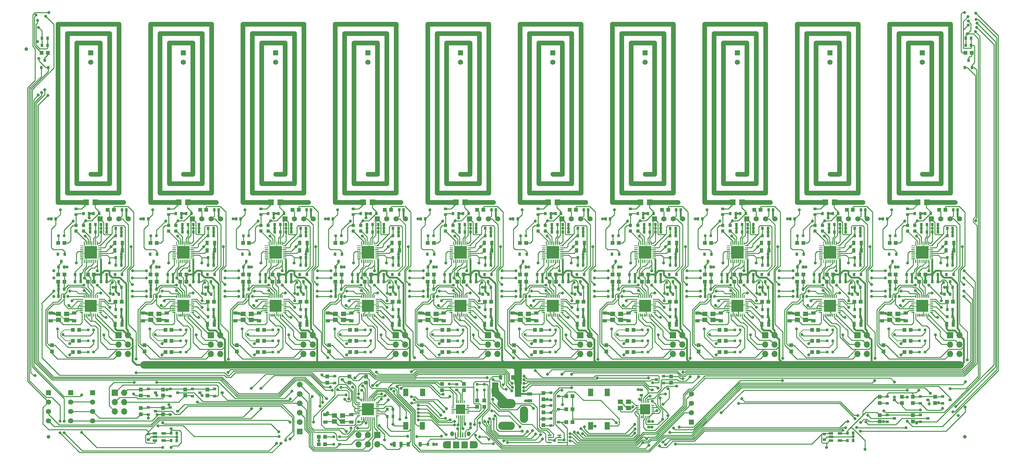
<source format=gbr>
%TF.GenerationSoftware,KiCad,Pcbnew,(5.1.5-0-10_14)*%
%TF.CreationDate,2021-01-27T10:41:07-07:00*%
%TF.ProjectId,NFCPower10,4e464350-6f77-4657-9231-302e6b696361,2*%
%TF.SameCoordinates,Original*%
%TF.FileFunction,Copper,L1,Top*%
%TF.FilePolarity,Positive*%
%FSLAX46Y46*%
G04 Gerber Fmt 4.6, Leading zero omitted, Abs format (unit mm)*
G04 Created by KiCad (PCBNEW (5.1.5-0-10_14)) date 2021-01-27 10:41:07*
%MOMM*%
%LPD*%
G04 APERTURE LIST*
%TA.AperFunction,EtchedComponent*%
%ADD10C,1.270000*%
%TD*%
%TA.AperFunction,SMDPad,CuDef*%
%ADD11R,1.400000X1.150000*%
%TD*%
%TA.AperFunction,SMDPad,CuDef*%
%ADD12R,1.400000X1.200000*%
%TD*%
%TA.AperFunction,SMDPad,CuDef*%
%ADD13R,0.800000X0.900000*%
%TD*%
%TA.AperFunction,SMDPad,CuDef*%
%ADD14R,0.900000X0.800000*%
%TD*%
%TA.AperFunction,SMDPad,CuDef*%
%ADD15R,1.380000X2.100000*%
%TD*%
%TA.AperFunction,ComponentPad*%
%ADD16C,1.400000*%
%TD*%
%TA.AperFunction,ComponentPad*%
%ADD17R,1.400000X1.400000*%
%TD*%
%TA.AperFunction,SMDPad,CuDef*%
%ADD18R,3.300001X3.300001*%
%TD*%
%TA.AperFunction,SMDPad,CuDef*%
%ADD19C,0.100000*%
%TD*%
%TA.AperFunction,SMDPad,CuDef*%
%ADD20R,1.300000X0.700001*%
%TD*%
%TA.AperFunction,SMDPad,CuDef*%
%ADD21R,1.009637X0.239283*%
%TD*%
%TA.AperFunction,SMDPad,CuDef*%
%ADD22R,3.500000X3.500000*%
%TD*%
%TA.AperFunction,SMDPad,CuDef*%
%ADD23R,2.700000X2.700000*%
%TD*%
%TA.AperFunction,ComponentPad*%
%ADD24C,1.270000*%
%TD*%
%TA.AperFunction,SMDPad,CuDef*%
%ADD25R,1.524000X1.524000*%
%TD*%
%TA.AperFunction,SMDPad,CuDef*%
%ADD26R,1.062132X1.085043*%
%TD*%
%TA.AperFunction,SMDPad,CuDef*%
%ADD27R,1.085043X1.062132*%
%TD*%
%TA.AperFunction,ComponentPad*%
%ADD28R,1.700000X1.700000*%
%TD*%
%TA.AperFunction,ComponentPad*%
%ADD29O,1.700000X1.700000*%
%TD*%
%TA.AperFunction,SMDPad,CuDef*%
%ADD30R,0.800001X0.800001*%
%TD*%
%TA.AperFunction,SMDPad,CuDef*%
%ADD31R,0.800000X0.800000*%
%TD*%
%TA.AperFunction,SMDPad,CuDef*%
%ADD32R,0.750000X0.900000*%
%TD*%
%TA.AperFunction,SMDPad,CuDef*%
%ADD33R,1.206201X0.956201*%
%TD*%
%TA.AperFunction,SMDPad,CuDef*%
%ADD34R,0.956201X1.206201*%
%TD*%
%TA.AperFunction,SMDPad,CuDef*%
%ADD35R,0.950000X1.400000*%
%TD*%
%TA.AperFunction,BGAPad,CuDef*%
%ADD36C,1.000000*%
%TD*%
%TA.AperFunction,SMDPad,CuDef*%
%ADD37R,1.100000X0.450000*%
%TD*%
%TA.AperFunction,SMDPad,CuDef*%
%ADD38R,1.800000X4.000000*%
%TD*%
%TA.AperFunction,ComponentPad*%
%ADD39C,1.549999*%
%TD*%
%TA.AperFunction,ComponentPad*%
%ADD40R,1.549999X1.549999*%
%TD*%
%TA.AperFunction,ComponentPad*%
%ADD41O,2.250000X4.500000*%
%TD*%
%TA.AperFunction,ComponentPad*%
%ADD42O,4.500000X2.250000*%
%TD*%
%TA.AperFunction,ComponentPad*%
%ADD43O,5.000000X2.500000*%
%TD*%
%TA.AperFunction,SMDPad,CuDef*%
%ADD44R,0.970000X0.900000*%
%TD*%
%TA.AperFunction,SMDPad,CuDef*%
%ADD45R,2.600000X2.600000*%
%TD*%
%TA.AperFunction,SMDPad,CuDef*%
%ADD46R,0.800000X0.250000*%
%TD*%
%TA.AperFunction,ViaPad*%
%ADD47C,0.100000*%
%TD*%
%TA.AperFunction,SMDPad,CuDef*%
%ADD48R,1.800000X1.900000*%
%TD*%
%TA.AperFunction,SMDPad,CuDef*%
%ADD49R,0.400000X1.350000*%
%TD*%
%TA.AperFunction,SMDPad,CuDef*%
%ADD50R,0.910001X1.220000*%
%TD*%
%TA.AperFunction,SMDPad,CuDef*%
%ADD51R,1.400000X0.950000*%
%TD*%
%TA.AperFunction,ViaPad*%
%ADD52C,0.800000*%
%TD*%
%TA.AperFunction,Conductor*%
%ADD53C,0.250000*%
%TD*%
%TA.AperFunction,Conductor*%
%ADD54C,0.500000*%
%TD*%
%TA.AperFunction,Conductor*%
%ADD55C,0.200000*%
%TD*%
%TA.AperFunction,Conductor*%
%ADD56C,2.000000*%
%TD*%
G04 APERTURE END LIST*
D10*
%TO.C,Y30*%
X98900000Y-136500000D02*
X92110000Y-136500000D01*
X92110000Y-136500000D02*
X92110000Y-88240000D01*
X92110000Y-88240000D02*
X108620000Y-88240000D01*
X108620000Y-88240000D02*
X108620000Y-133960000D01*
X108620000Y-133960000D02*
X94650000Y-133960000D01*
X94650000Y-133960000D02*
X94650000Y-90780000D01*
X94650000Y-90780000D02*
X106080000Y-90780000D01*
X106080000Y-90780000D02*
X106080000Y-131420000D01*
X106080000Y-131420000D02*
X97190000Y-131420000D01*
X97190000Y-131420000D02*
X97190000Y-93320000D01*
X97190000Y-93320000D02*
X103540000Y-93320000D01*
X103540000Y-93320000D02*
X103540000Y-128880000D01*
X103540000Y-128880000D02*
X101000000Y-128880000D01*
X109890000Y-136500000D02*
X103100000Y-136500000D01*
%TO.C,Y27*%
X123900000Y-136500000D02*
X117110000Y-136500000D01*
X117110000Y-136500000D02*
X117110000Y-88240000D01*
X117110000Y-88240000D02*
X133620000Y-88240000D01*
X133620000Y-88240000D02*
X133620000Y-133960000D01*
X133620000Y-133960000D02*
X119650000Y-133960000D01*
X119650000Y-133960000D02*
X119650000Y-90780000D01*
X119650000Y-90780000D02*
X131080000Y-90780000D01*
X131080000Y-90780000D02*
X131080000Y-131420000D01*
X131080000Y-131420000D02*
X122190000Y-131420000D01*
X122190000Y-131420000D02*
X122190000Y-93320000D01*
X122190000Y-93320000D02*
X128540000Y-93320000D01*
X128540000Y-93320000D02*
X128540000Y-128880000D01*
X128540000Y-128880000D02*
X126000000Y-128880000D01*
X134890000Y-136500000D02*
X128100000Y-136500000D01*
%TO.C,Y24*%
X148900000Y-136500000D02*
X142110000Y-136500000D01*
X142110000Y-136500000D02*
X142110000Y-88240000D01*
X142110000Y-88240000D02*
X158620000Y-88240000D01*
X158620000Y-88240000D02*
X158620000Y-133960000D01*
X158620000Y-133960000D02*
X144650000Y-133960000D01*
X144650000Y-133960000D02*
X144650000Y-90780000D01*
X144650000Y-90780000D02*
X156080000Y-90780000D01*
X156080000Y-90780000D02*
X156080000Y-131420000D01*
X156080000Y-131420000D02*
X147190000Y-131420000D01*
X147190000Y-131420000D02*
X147190000Y-93320000D01*
X147190000Y-93320000D02*
X153540000Y-93320000D01*
X153540000Y-93320000D02*
X153540000Y-128880000D01*
X153540000Y-128880000D02*
X151000000Y-128880000D01*
X159890000Y-136500000D02*
X153100000Y-136500000D01*
%TO.C,Y21*%
X173900000Y-136500000D02*
X167110000Y-136500000D01*
X167110000Y-136500000D02*
X167110000Y-88240000D01*
X167110000Y-88240000D02*
X183620000Y-88240000D01*
X183620000Y-88240000D02*
X183620000Y-133960000D01*
X183620000Y-133960000D02*
X169650000Y-133960000D01*
X169650000Y-133960000D02*
X169650000Y-90780000D01*
X169650000Y-90780000D02*
X181080000Y-90780000D01*
X181080000Y-90780000D02*
X181080000Y-131420000D01*
X181080000Y-131420000D02*
X172190000Y-131420000D01*
X172190000Y-131420000D02*
X172190000Y-93320000D01*
X172190000Y-93320000D02*
X178540000Y-93320000D01*
X178540000Y-93320000D02*
X178540000Y-128880000D01*
X178540000Y-128880000D02*
X176000000Y-128880000D01*
X184890000Y-136500000D02*
X178100000Y-136500000D01*
%TO.C,Y18*%
X198900000Y-136500000D02*
X192110000Y-136500000D01*
X192110000Y-136500000D02*
X192110000Y-88240000D01*
X192110000Y-88240000D02*
X208620000Y-88240000D01*
X208620000Y-88240000D02*
X208620000Y-133960000D01*
X208620000Y-133960000D02*
X194650000Y-133960000D01*
X194650000Y-133960000D02*
X194650000Y-90780000D01*
X194650000Y-90780000D02*
X206080000Y-90780000D01*
X206080000Y-90780000D02*
X206080000Y-131420000D01*
X206080000Y-131420000D02*
X197190000Y-131420000D01*
X197190000Y-131420000D02*
X197190000Y-93320000D01*
X197190000Y-93320000D02*
X203540000Y-93320000D01*
X203540000Y-93320000D02*
X203540000Y-128880000D01*
X203540000Y-128880000D02*
X201000000Y-128880000D01*
X209890000Y-136500000D02*
X203100000Y-136500000D01*
%TO.C,Y15*%
X223900000Y-136500000D02*
X217110000Y-136500000D01*
X217110000Y-136500000D02*
X217110000Y-88240000D01*
X217110000Y-88240000D02*
X233620000Y-88240000D01*
X233620000Y-88240000D02*
X233620000Y-133960000D01*
X233620000Y-133960000D02*
X219650000Y-133960000D01*
X219650000Y-133960000D02*
X219650000Y-90780000D01*
X219650000Y-90780000D02*
X231080000Y-90780000D01*
X231080000Y-90780000D02*
X231080000Y-131420000D01*
X231080000Y-131420000D02*
X222190000Y-131420000D01*
X222190000Y-131420000D02*
X222190000Y-93320000D01*
X222190000Y-93320000D02*
X228540000Y-93320000D01*
X228540000Y-93320000D02*
X228540000Y-128880000D01*
X228540000Y-128880000D02*
X226000000Y-128880000D01*
X234890000Y-136500000D02*
X228100000Y-136500000D01*
%TO.C,Y12*%
X248900000Y-136500000D02*
X242110000Y-136500000D01*
X242110000Y-136500000D02*
X242110000Y-88240000D01*
X242110000Y-88240000D02*
X258620000Y-88240000D01*
X258620000Y-88240000D02*
X258620000Y-133960000D01*
X258620000Y-133960000D02*
X244650000Y-133960000D01*
X244650000Y-133960000D02*
X244650000Y-90780000D01*
X244650000Y-90780000D02*
X256080000Y-90780000D01*
X256080000Y-90780000D02*
X256080000Y-131420000D01*
X256080000Y-131420000D02*
X247190000Y-131420000D01*
X247190000Y-131420000D02*
X247190000Y-93320000D01*
X247190000Y-93320000D02*
X253540000Y-93320000D01*
X253540000Y-93320000D02*
X253540000Y-128880000D01*
X253540000Y-128880000D02*
X251000000Y-128880000D01*
X259890000Y-136500000D02*
X253100000Y-136500000D01*
%TO.C,Y9*%
X273900000Y-136500000D02*
X267110000Y-136500000D01*
X267110000Y-136500000D02*
X267110000Y-88240000D01*
X267110000Y-88240000D02*
X283620000Y-88240000D01*
X283620000Y-88240000D02*
X283620000Y-133960000D01*
X283620000Y-133960000D02*
X269650000Y-133960000D01*
X269650000Y-133960000D02*
X269650000Y-90780000D01*
X269650000Y-90780000D02*
X281080000Y-90780000D01*
X281080000Y-90780000D02*
X281080000Y-131420000D01*
X281080000Y-131420000D02*
X272190000Y-131420000D01*
X272190000Y-131420000D02*
X272190000Y-93320000D01*
X272190000Y-93320000D02*
X278540000Y-93320000D01*
X278540000Y-93320000D02*
X278540000Y-128880000D01*
X278540000Y-128880000D02*
X276000000Y-128880000D01*
X284890000Y-136500000D02*
X278100000Y-136500000D01*
%TO.C,Y6*%
X298900000Y-136500000D02*
X292110000Y-136500000D01*
X292110000Y-136500000D02*
X292110000Y-88240000D01*
X292110000Y-88240000D02*
X308620000Y-88240000D01*
X308620000Y-88240000D02*
X308620000Y-133960000D01*
X308620000Y-133960000D02*
X294650000Y-133960000D01*
X294650000Y-133960000D02*
X294650000Y-90780000D01*
X294650000Y-90780000D02*
X306080000Y-90780000D01*
X306080000Y-90780000D02*
X306080000Y-131420000D01*
X306080000Y-131420000D02*
X297190000Y-131420000D01*
X297190000Y-131420000D02*
X297190000Y-93320000D01*
X297190000Y-93320000D02*
X303540000Y-93320000D01*
X303540000Y-93320000D02*
X303540000Y-128880000D01*
X303540000Y-128880000D02*
X301000000Y-128880000D01*
X309890000Y-136500000D02*
X303100000Y-136500000D01*
%TO.C,Y4*%
X323900000Y-136500000D02*
X317110000Y-136500000D01*
X317110000Y-136500000D02*
X317110000Y-88240000D01*
X317110000Y-88240000D02*
X333620000Y-88240000D01*
X333620000Y-88240000D02*
X333620000Y-133960000D01*
X333620000Y-133960000D02*
X319650000Y-133960000D01*
X319650000Y-133960000D02*
X319650000Y-90780000D01*
X319650000Y-90780000D02*
X331080000Y-90780000D01*
X331080000Y-90780000D02*
X331080000Y-131420000D01*
X331080000Y-131420000D02*
X322190000Y-131420000D01*
X322190000Y-131420000D02*
X322190000Y-93320000D01*
X322190000Y-93320000D02*
X328540000Y-93320000D01*
X328540000Y-93320000D02*
X328540000Y-128880000D01*
X328540000Y-128880000D02*
X326000000Y-128880000D01*
X334890000Y-136500000D02*
X328100000Y-136500000D01*
%TD*%
D11*
%TO.P,Y32,4*%
%TO.N,GND*%
X292200000Y-166700000D03*
%TO.P,Y32,3*%
%TO.N,Net-(C58-Pad1)*%
X294400000Y-166700000D03*
%TO.P,Y32,2*%
%TO.N,GND*%
X294400000Y-168300000D03*
%TO.P,Y32,1*%
%TO.N,Net-(C53-Pad1)*%
X292200000Y-168300000D03*
%TD*%
D12*
%TO.P,Y2,4*%
%TO.N,GND*%
X244300000Y-190450000D03*
%TO.P,Y2,3*%
%TO.N,Net-(U3-Pad1)*%
X246500000Y-190450000D03*
%TO.P,Y2,2*%
%TO.N,GND*%
X246500000Y-192150000D03*
%TO.P,Y2,1*%
%TO.N,Net-(U3-Pad2)*%
X244300000Y-192150000D03*
%TD*%
D13*
%TO.P,C40,1*%
%TO.N,/TX1/VPD2*%
X332050000Y-161400000D03*
%TO.P,C40,2*%
%TO.N,GND*%
X333550000Y-161400000D03*
%TD*%
D14*
%TO.P,C39,1*%
%TO.N,/DTRD*%
X200000000Y-187250000D03*
%TO.P,C39,2*%
%TO.N,/RES*%
X200000000Y-185750000D03*
%TD*%
D15*
%TO.P,SW2,4*%
%TO.N,GND*%
X236260000Y-197050000D03*
%TO.P,SW2,3*%
%TO.N,Net-(SW2-Pad3)*%
X236260000Y-187950000D03*
%TO.P,SW2,2*%
%TO.N,/IRQ*%
X240740000Y-197050000D03*
%TO.P,SW2,1*%
%TO.N,Net-(SW2-Pad1)*%
X240750000Y-187950000D03*
%TD*%
D13*
%TO.P,C70,1*%
%TO.N,GND*%
X301750000Y-139500000D03*
%TO.P,C70,2*%
%TO.N,/TX2/RF1*%
X303250000Y-139500000D03*
%TD*%
%TO.P,C51,1*%
%TO.N,/TX2/VDD_RF*%
X303750000Y-142500000D03*
%TO.P,C51,2*%
%TO.N,GND*%
X305250000Y-142500000D03*
%TD*%
%TO.P,C54,1*%
%TO.N,/TX2/VDD_AM*%
X302250000Y-142500000D03*
%TO.P,C54,2*%
%TO.N,GND*%
X300750000Y-142500000D03*
%TD*%
D16*
%TO.P,J11,3*%
%TO.N,/TX2/HSEN2*%
X308580000Y-141000000D03*
%TO.P,J11,2*%
%TO.N,/TX2/LSEN2*%
X306040000Y-141000000D03*
D17*
%TO.P,J11,1*%
%TO.N,+5VP*%
X303500000Y-141000000D03*
D16*
%TO.P,J11,4*%
%TO.N,GND*%
X311120000Y-141000000D03*
%TD*%
D18*
%TO.P,U22,33*%
%TO.N,GND*%
X101000001Y-164500001D03*
%TA.AperFunction,SMDPad,CuDef*%
D19*
%TO.P,U22,32*%
%TO.N,/IRQP*%
G36*
X99262254Y-161500602D02*
G01*
X99274388Y-161502402D01*
X99286287Y-161505382D01*
X99297837Y-161509515D01*
X99308926Y-161514760D01*
X99319448Y-161521066D01*
X99329301Y-161528373D01*
X99338390Y-161536611D01*
X99346628Y-161545700D01*
X99353935Y-161555553D01*
X99360241Y-161566075D01*
X99365486Y-161577164D01*
X99369619Y-161588714D01*
X99372599Y-161600613D01*
X99374399Y-161612747D01*
X99375001Y-161624999D01*
X99375001Y-162275001D01*
X99374399Y-162287253D01*
X99372599Y-162299387D01*
X99369619Y-162311286D01*
X99365486Y-162322836D01*
X99360241Y-162333925D01*
X99353935Y-162344447D01*
X99346628Y-162354300D01*
X99338390Y-162363389D01*
X99329301Y-162371627D01*
X99319448Y-162378934D01*
X99308926Y-162385240D01*
X99297837Y-162390485D01*
X99286287Y-162394618D01*
X99274388Y-162397598D01*
X99262254Y-162399398D01*
X99250002Y-162400000D01*
X99250000Y-162400000D01*
X99237748Y-162399398D01*
X99225614Y-162397598D01*
X99213715Y-162394618D01*
X99202165Y-162390485D01*
X99191076Y-162385240D01*
X99180554Y-162378934D01*
X99170701Y-162371627D01*
X99161612Y-162363389D01*
X99153374Y-162354300D01*
X99146067Y-162344447D01*
X99139761Y-162333925D01*
X99134516Y-162322836D01*
X99130383Y-162311286D01*
X99127403Y-162299387D01*
X99125603Y-162287253D01*
X99125001Y-162275001D01*
X99125001Y-161624999D01*
X99125603Y-161612747D01*
X99127403Y-161600613D01*
X99130383Y-161588714D01*
X99134516Y-161577164D01*
X99139761Y-161566075D01*
X99146067Y-161555553D01*
X99153374Y-161545700D01*
X99161612Y-161536611D01*
X99170701Y-161528373D01*
X99180554Y-161521066D01*
X99191076Y-161514760D01*
X99202165Y-161509515D01*
X99213715Y-161505382D01*
X99225614Y-161502402D01*
X99237748Y-161500602D01*
X99250000Y-161500000D01*
X99250002Y-161500000D01*
X99262254Y-161500602D01*
G37*
%TD.AperFunction*%
%TA.AperFunction,SMDPad,CuDef*%
%TO.P,U22,31*%
%TO.N,/TXP*%
G36*
X99762253Y-161500602D02*
G01*
X99774387Y-161502402D01*
X99786286Y-161505382D01*
X99797836Y-161509515D01*
X99808925Y-161514760D01*
X99819447Y-161521066D01*
X99829300Y-161528373D01*
X99838389Y-161536611D01*
X99846627Y-161545700D01*
X99853934Y-161555553D01*
X99860240Y-161566075D01*
X99865485Y-161577164D01*
X99869618Y-161588714D01*
X99872598Y-161600613D01*
X99874398Y-161612747D01*
X99875000Y-161624999D01*
X99875000Y-162275001D01*
X99874398Y-162287253D01*
X99872598Y-162299387D01*
X99869618Y-162311286D01*
X99865485Y-162322836D01*
X99860240Y-162333925D01*
X99853934Y-162344447D01*
X99846627Y-162354300D01*
X99838389Y-162363389D01*
X99829300Y-162371627D01*
X99819447Y-162378934D01*
X99808925Y-162385240D01*
X99797836Y-162390485D01*
X99786286Y-162394618D01*
X99774387Y-162397598D01*
X99762253Y-162399398D01*
X99750001Y-162400000D01*
X99749999Y-162400000D01*
X99737747Y-162399398D01*
X99725613Y-162397598D01*
X99713714Y-162394618D01*
X99702164Y-162390485D01*
X99691075Y-162385240D01*
X99680553Y-162378934D01*
X99670700Y-162371627D01*
X99661611Y-162363389D01*
X99653373Y-162354300D01*
X99646066Y-162344447D01*
X99639760Y-162333925D01*
X99634515Y-162322836D01*
X99630382Y-162311286D01*
X99627402Y-162299387D01*
X99625602Y-162287253D01*
X99625000Y-162275001D01*
X99625000Y-161624999D01*
X99625602Y-161612747D01*
X99627402Y-161600613D01*
X99630382Y-161588714D01*
X99634515Y-161577164D01*
X99639760Y-161566075D01*
X99646066Y-161555553D01*
X99653373Y-161545700D01*
X99661611Y-161536611D01*
X99670700Y-161528373D01*
X99680553Y-161521066D01*
X99691075Y-161514760D01*
X99702164Y-161509515D01*
X99713714Y-161505382D01*
X99725613Y-161502402D01*
X99737747Y-161500602D01*
X99749999Y-161500000D01*
X99750001Y-161500000D01*
X99762253Y-161500602D01*
G37*
%TD.AperFunction*%
%TA.AperFunction,SMDPad,CuDef*%
%TO.P,U22,30*%
%TO.N,/TX10/RX*%
G36*
X100262252Y-161500602D02*
G01*
X100274386Y-161502402D01*
X100286285Y-161505382D01*
X100297835Y-161509515D01*
X100308924Y-161514760D01*
X100319446Y-161521066D01*
X100329299Y-161528373D01*
X100338388Y-161536611D01*
X100346626Y-161545700D01*
X100353933Y-161555553D01*
X100360239Y-161566075D01*
X100365484Y-161577164D01*
X100369617Y-161588714D01*
X100372597Y-161600613D01*
X100374397Y-161612747D01*
X100374999Y-161624999D01*
X100374999Y-162275001D01*
X100374397Y-162287253D01*
X100372597Y-162299387D01*
X100369617Y-162311286D01*
X100365484Y-162322836D01*
X100360239Y-162333925D01*
X100353933Y-162344447D01*
X100346626Y-162354300D01*
X100338388Y-162363389D01*
X100329299Y-162371627D01*
X100319446Y-162378934D01*
X100308924Y-162385240D01*
X100297835Y-162390485D01*
X100286285Y-162394618D01*
X100274386Y-162397598D01*
X100262252Y-162399398D01*
X100250000Y-162400000D01*
X100249998Y-162400000D01*
X100237746Y-162399398D01*
X100225612Y-162397598D01*
X100213713Y-162394618D01*
X100202163Y-162390485D01*
X100191074Y-162385240D01*
X100180552Y-162378934D01*
X100170699Y-162371627D01*
X100161610Y-162363389D01*
X100153372Y-162354300D01*
X100146065Y-162344447D01*
X100139759Y-162333925D01*
X100134514Y-162322836D01*
X100130381Y-162311286D01*
X100127401Y-162299387D01*
X100125601Y-162287253D01*
X100124999Y-162275001D01*
X100124999Y-161624999D01*
X100125601Y-161612747D01*
X100127401Y-161600613D01*
X100130381Y-161588714D01*
X100134514Y-161577164D01*
X100139759Y-161566075D01*
X100146065Y-161555553D01*
X100153372Y-161545700D01*
X100161610Y-161536611D01*
X100170699Y-161528373D01*
X100180552Y-161521066D01*
X100191074Y-161514760D01*
X100202163Y-161509515D01*
X100213713Y-161505382D01*
X100225612Y-161502402D01*
X100237746Y-161500602D01*
X100249998Y-161500000D01*
X100250000Y-161500000D01*
X100262252Y-161500602D01*
G37*
%TD.AperFunction*%
%TA.AperFunction,SMDPad,CuDef*%
%TO.P,U22,29*%
%TO.N,/TX10/RES*%
G36*
X100762254Y-161500602D02*
G01*
X100774388Y-161502402D01*
X100786287Y-161505382D01*
X100797837Y-161509515D01*
X100808926Y-161514760D01*
X100819448Y-161521066D01*
X100829301Y-161528373D01*
X100838390Y-161536611D01*
X100846628Y-161545700D01*
X100853935Y-161555553D01*
X100860241Y-161566075D01*
X100865486Y-161577164D01*
X100869619Y-161588714D01*
X100872599Y-161600613D01*
X100874399Y-161612747D01*
X100875001Y-161624999D01*
X100875001Y-162275001D01*
X100874399Y-162287253D01*
X100872599Y-162299387D01*
X100869619Y-162311286D01*
X100865486Y-162322836D01*
X100860241Y-162333925D01*
X100853935Y-162344447D01*
X100846628Y-162354300D01*
X100838390Y-162363389D01*
X100829301Y-162371627D01*
X100819448Y-162378934D01*
X100808926Y-162385240D01*
X100797837Y-162390485D01*
X100786287Y-162394618D01*
X100774388Y-162397598D01*
X100762254Y-162399398D01*
X100750002Y-162400000D01*
X100750000Y-162400000D01*
X100737748Y-162399398D01*
X100725614Y-162397598D01*
X100713715Y-162394618D01*
X100702165Y-162390485D01*
X100691076Y-162385240D01*
X100680554Y-162378934D01*
X100670701Y-162371627D01*
X100661612Y-162363389D01*
X100653374Y-162354300D01*
X100646067Y-162344447D01*
X100639761Y-162333925D01*
X100634516Y-162322836D01*
X100630383Y-162311286D01*
X100627403Y-162299387D01*
X100625603Y-162287253D01*
X100625001Y-162275001D01*
X100625001Y-161624999D01*
X100625603Y-161612747D01*
X100627403Y-161600613D01*
X100630383Y-161588714D01*
X100634516Y-161577164D01*
X100639761Y-161566075D01*
X100646067Y-161555553D01*
X100653374Y-161545700D01*
X100661612Y-161536611D01*
X100670701Y-161528373D01*
X100680554Y-161521066D01*
X100691076Y-161514760D01*
X100702165Y-161509515D01*
X100713715Y-161505382D01*
X100725614Y-161502402D01*
X100737748Y-161500602D01*
X100750000Y-161500000D01*
X100750002Y-161500000D01*
X100762254Y-161500602D01*
G37*
%TD.AperFunction*%
%TA.AperFunction,SMDPad,CuDef*%
%TO.P,U22,28*%
%TO.N,/SCLP*%
G36*
X101262252Y-161500602D02*
G01*
X101274386Y-161502402D01*
X101286285Y-161505382D01*
X101297835Y-161509515D01*
X101308924Y-161514760D01*
X101319446Y-161521066D01*
X101329299Y-161528373D01*
X101338388Y-161536611D01*
X101346626Y-161545700D01*
X101353933Y-161555553D01*
X101360239Y-161566075D01*
X101365484Y-161577164D01*
X101369617Y-161588714D01*
X101372597Y-161600613D01*
X101374397Y-161612747D01*
X101374999Y-161624999D01*
X101374999Y-162275001D01*
X101374397Y-162287253D01*
X101372597Y-162299387D01*
X101369617Y-162311286D01*
X101365484Y-162322836D01*
X101360239Y-162333925D01*
X101353933Y-162344447D01*
X101346626Y-162354300D01*
X101338388Y-162363389D01*
X101329299Y-162371627D01*
X101319446Y-162378934D01*
X101308924Y-162385240D01*
X101297835Y-162390485D01*
X101286285Y-162394618D01*
X101274386Y-162397598D01*
X101262252Y-162399398D01*
X101250000Y-162400000D01*
X101249998Y-162400000D01*
X101237746Y-162399398D01*
X101225612Y-162397598D01*
X101213713Y-162394618D01*
X101202163Y-162390485D01*
X101191074Y-162385240D01*
X101180552Y-162378934D01*
X101170699Y-162371627D01*
X101161610Y-162363389D01*
X101153372Y-162354300D01*
X101146065Y-162344447D01*
X101139759Y-162333925D01*
X101134514Y-162322836D01*
X101130381Y-162311286D01*
X101127401Y-162299387D01*
X101125601Y-162287253D01*
X101124999Y-162275001D01*
X101124999Y-161624999D01*
X101125601Y-161612747D01*
X101127401Y-161600613D01*
X101130381Y-161588714D01*
X101134514Y-161577164D01*
X101139759Y-161566075D01*
X101146065Y-161555553D01*
X101153372Y-161545700D01*
X101161610Y-161536611D01*
X101170699Y-161528373D01*
X101180552Y-161521066D01*
X101191074Y-161514760D01*
X101202163Y-161509515D01*
X101213713Y-161505382D01*
X101225612Y-161502402D01*
X101237746Y-161500602D01*
X101249998Y-161500000D01*
X101250000Y-161500000D01*
X101262252Y-161500602D01*
G37*
%TD.AperFunction*%
%TA.AperFunction,SMDPad,CuDef*%
%TO.P,U22,27*%
%TO.N,/SDAP*%
G36*
X101762254Y-161500602D02*
G01*
X101774388Y-161502402D01*
X101786287Y-161505382D01*
X101797837Y-161509515D01*
X101808926Y-161514760D01*
X101819448Y-161521066D01*
X101829301Y-161528373D01*
X101838390Y-161536611D01*
X101846628Y-161545700D01*
X101853935Y-161555553D01*
X101860241Y-161566075D01*
X101865486Y-161577164D01*
X101869619Y-161588714D01*
X101872599Y-161600613D01*
X101874399Y-161612747D01*
X101875001Y-161624999D01*
X101875001Y-162275001D01*
X101874399Y-162287253D01*
X101872599Y-162299387D01*
X101869619Y-162311286D01*
X101865486Y-162322836D01*
X101860241Y-162333925D01*
X101853935Y-162344447D01*
X101846628Y-162354300D01*
X101838390Y-162363389D01*
X101829301Y-162371627D01*
X101819448Y-162378934D01*
X101808926Y-162385240D01*
X101797837Y-162390485D01*
X101786287Y-162394618D01*
X101774388Y-162397598D01*
X101762254Y-162399398D01*
X101750002Y-162400000D01*
X101750000Y-162400000D01*
X101737748Y-162399398D01*
X101725614Y-162397598D01*
X101713715Y-162394618D01*
X101702165Y-162390485D01*
X101691076Y-162385240D01*
X101680554Y-162378934D01*
X101670701Y-162371627D01*
X101661612Y-162363389D01*
X101653374Y-162354300D01*
X101646067Y-162344447D01*
X101639761Y-162333925D01*
X101634516Y-162322836D01*
X101630383Y-162311286D01*
X101627403Y-162299387D01*
X101625603Y-162287253D01*
X101625001Y-162275001D01*
X101625001Y-161624999D01*
X101625603Y-161612747D01*
X101627403Y-161600613D01*
X101630383Y-161588714D01*
X101634516Y-161577164D01*
X101639761Y-161566075D01*
X101646067Y-161555553D01*
X101653374Y-161545700D01*
X101661612Y-161536611D01*
X101670701Y-161528373D01*
X101680554Y-161521066D01*
X101691076Y-161514760D01*
X101702165Y-161509515D01*
X101713715Y-161505382D01*
X101725614Y-161502402D01*
X101737748Y-161500602D01*
X101750000Y-161500000D01*
X101750002Y-161500000D01*
X101762254Y-161500602D01*
G37*
%TD.AperFunction*%
%TA.AperFunction,SMDPad,CuDef*%
%TO.P,U22,26*%
%TO.N,/TX10/VPD2*%
G36*
X102262253Y-161500602D02*
G01*
X102274387Y-161502402D01*
X102286286Y-161505382D01*
X102297836Y-161509515D01*
X102308925Y-161514760D01*
X102319447Y-161521066D01*
X102329300Y-161528373D01*
X102338389Y-161536611D01*
X102346627Y-161545700D01*
X102353934Y-161555553D01*
X102360240Y-161566075D01*
X102365485Y-161577164D01*
X102369618Y-161588714D01*
X102372598Y-161600613D01*
X102374398Y-161612747D01*
X102375000Y-161624999D01*
X102375000Y-162275001D01*
X102374398Y-162287253D01*
X102372598Y-162299387D01*
X102369618Y-162311286D01*
X102365485Y-162322836D01*
X102360240Y-162333925D01*
X102353934Y-162344447D01*
X102346627Y-162354300D01*
X102338389Y-162363389D01*
X102329300Y-162371627D01*
X102319447Y-162378934D01*
X102308925Y-162385240D01*
X102297836Y-162390485D01*
X102286286Y-162394618D01*
X102274387Y-162397598D01*
X102262253Y-162399398D01*
X102250001Y-162400000D01*
X102249999Y-162400000D01*
X102237747Y-162399398D01*
X102225613Y-162397598D01*
X102213714Y-162394618D01*
X102202164Y-162390485D01*
X102191075Y-162385240D01*
X102180553Y-162378934D01*
X102170700Y-162371627D01*
X102161611Y-162363389D01*
X102153373Y-162354300D01*
X102146066Y-162344447D01*
X102139760Y-162333925D01*
X102134515Y-162322836D01*
X102130382Y-162311286D01*
X102127402Y-162299387D01*
X102125602Y-162287253D01*
X102125000Y-162275001D01*
X102125000Y-161624999D01*
X102125602Y-161612747D01*
X102127402Y-161600613D01*
X102130382Y-161588714D01*
X102134515Y-161577164D01*
X102139760Y-161566075D01*
X102146066Y-161555553D01*
X102153373Y-161545700D01*
X102161611Y-161536611D01*
X102170700Y-161528373D01*
X102180553Y-161521066D01*
X102191075Y-161514760D01*
X102202164Y-161509515D01*
X102213714Y-161505382D01*
X102225613Y-161502402D01*
X102237747Y-161500602D01*
X102249999Y-161500000D01*
X102250001Y-161500000D01*
X102262253Y-161500602D01*
G37*
%TD.AperFunction*%
%TA.AperFunction,SMDPad,CuDef*%
%TO.P,U22,25*%
%TO.N,Net-(U22-Pad25)*%
G36*
X102762252Y-161500602D02*
G01*
X102774386Y-161502402D01*
X102786285Y-161505382D01*
X102797835Y-161509515D01*
X102808924Y-161514760D01*
X102819446Y-161521066D01*
X102829299Y-161528373D01*
X102838388Y-161536611D01*
X102846626Y-161545700D01*
X102853933Y-161555553D01*
X102860239Y-161566075D01*
X102865484Y-161577164D01*
X102869617Y-161588714D01*
X102872597Y-161600613D01*
X102874397Y-161612747D01*
X102874999Y-161624999D01*
X102874999Y-162275001D01*
X102874397Y-162287253D01*
X102872597Y-162299387D01*
X102869617Y-162311286D01*
X102865484Y-162322836D01*
X102860239Y-162333925D01*
X102853933Y-162344447D01*
X102846626Y-162354300D01*
X102838388Y-162363389D01*
X102829299Y-162371627D01*
X102819446Y-162378934D01*
X102808924Y-162385240D01*
X102797835Y-162390485D01*
X102786285Y-162394618D01*
X102774386Y-162397598D01*
X102762252Y-162399398D01*
X102750000Y-162400000D01*
X102749998Y-162400000D01*
X102737746Y-162399398D01*
X102725612Y-162397598D01*
X102713713Y-162394618D01*
X102702163Y-162390485D01*
X102691074Y-162385240D01*
X102680552Y-162378934D01*
X102670699Y-162371627D01*
X102661610Y-162363389D01*
X102653372Y-162354300D01*
X102646065Y-162344447D01*
X102639759Y-162333925D01*
X102634514Y-162322836D01*
X102630381Y-162311286D01*
X102627401Y-162299387D01*
X102625601Y-162287253D01*
X102624999Y-162275001D01*
X102624999Y-161624999D01*
X102625601Y-161612747D01*
X102627401Y-161600613D01*
X102630381Y-161588714D01*
X102634514Y-161577164D01*
X102639759Y-161566075D01*
X102646065Y-161555553D01*
X102653372Y-161545700D01*
X102661610Y-161536611D01*
X102670699Y-161528373D01*
X102680552Y-161521066D01*
X102691074Y-161514760D01*
X102702163Y-161509515D01*
X102713713Y-161505382D01*
X102725612Y-161502402D01*
X102737746Y-161500602D01*
X102749998Y-161500000D01*
X102750000Y-161500000D01*
X102762252Y-161500602D01*
G37*
%TD.AperFunction*%
%TA.AperFunction,SMDPad,CuDef*%
%TO.P,U22,24*%
%TO.N,/TX10/VDET2*%
G36*
X103887253Y-162625603D02*
G01*
X103899387Y-162627403D01*
X103911286Y-162630383D01*
X103922836Y-162634516D01*
X103933925Y-162639761D01*
X103944447Y-162646067D01*
X103954300Y-162653374D01*
X103963389Y-162661612D01*
X103971627Y-162670701D01*
X103978934Y-162680554D01*
X103985240Y-162691076D01*
X103990485Y-162702165D01*
X103994618Y-162713715D01*
X103997598Y-162725614D01*
X103999398Y-162737748D01*
X104000000Y-162750000D01*
X104000000Y-162750002D01*
X103999398Y-162762254D01*
X103997598Y-162774388D01*
X103994618Y-162786287D01*
X103990485Y-162797837D01*
X103985240Y-162808926D01*
X103978934Y-162819448D01*
X103971627Y-162829301D01*
X103963389Y-162838390D01*
X103954300Y-162846628D01*
X103944447Y-162853935D01*
X103933925Y-162860241D01*
X103922836Y-162865486D01*
X103911286Y-162869619D01*
X103899387Y-162872599D01*
X103887253Y-162874399D01*
X103875001Y-162875001D01*
X103224999Y-162875001D01*
X103212747Y-162874399D01*
X103200613Y-162872599D01*
X103188714Y-162869619D01*
X103177164Y-162865486D01*
X103166075Y-162860241D01*
X103155553Y-162853935D01*
X103145700Y-162846628D01*
X103136611Y-162838390D01*
X103128373Y-162829301D01*
X103121066Y-162819448D01*
X103114760Y-162808926D01*
X103109515Y-162797837D01*
X103105382Y-162786287D01*
X103102402Y-162774388D01*
X103100602Y-162762254D01*
X103100000Y-162750002D01*
X103100000Y-162750000D01*
X103100602Y-162737748D01*
X103102402Y-162725614D01*
X103105382Y-162713715D01*
X103109515Y-162702165D01*
X103114760Y-162691076D01*
X103121066Y-162680554D01*
X103128373Y-162670701D01*
X103136611Y-162661612D01*
X103145700Y-162653374D01*
X103155553Y-162646067D01*
X103166075Y-162639761D01*
X103177164Y-162634516D01*
X103188714Y-162630383D01*
X103200613Y-162627403D01*
X103212747Y-162625603D01*
X103224999Y-162625001D01*
X103875001Y-162625001D01*
X103887253Y-162625603D01*
G37*
%TD.AperFunction*%
%TA.AperFunction,SMDPad,CuDef*%
%TO.P,U22,23*%
%TO.N,/TX10/VDET1*%
G36*
X103887253Y-163125602D02*
G01*
X103899387Y-163127402D01*
X103911286Y-163130382D01*
X103922836Y-163134515D01*
X103933925Y-163139760D01*
X103944447Y-163146066D01*
X103954300Y-163153373D01*
X103963389Y-163161611D01*
X103971627Y-163170700D01*
X103978934Y-163180553D01*
X103985240Y-163191075D01*
X103990485Y-163202164D01*
X103994618Y-163213714D01*
X103997598Y-163225613D01*
X103999398Y-163237747D01*
X104000000Y-163249999D01*
X104000000Y-163250001D01*
X103999398Y-163262253D01*
X103997598Y-163274387D01*
X103994618Y-163286286D01*
X103990485Y-163297836D01*
X103985240Y-163308925D01*
X103978934Y-163319447D01*
X103971627Y-163329300D01*
X103963389Y-163338389D01*
X103954300Y-163346627D01*
X103944447Y-163353934D01*
X103933925Y-163360240D01*
X103922836Y-163365485D01*
X103911286Y-163369618D01*
X103899387Y-163372598D01*
X103887253Y-163374398D01*
X103875001Y-163375000D01*
X103224999Y-163375000D01*
X103212747Y-163374398D01*
X103200613Y-163372598D01*
X103188714Y-163369618D01*
X103177164Y-163365485D01*
X103166075Y-163360240D01*
X103155553Y-163353934D01*
X103145700Y-163346627D01*
X103136611Y-163338389D01*
X103128373Y-163329300D01*
X103121066Y-163319447D01*
X103114760Y-163308925D01*
X103109515Y-163297836D01*
X103105382Y-163286286D01*
X103102402Y-163274387D01*
X103100602Y-163262253D01*
X103100000Y-163250001D01*
X103100000Y-163249999D01*
X103100602Y-163237747D01*
X103102402Y-163225613D01*
X103105382Y-163213714D01*
X103109515Y-163202164D01*
X103114760Y-163191075D01*
X103121066Y-163180553D01*
X103128373Y-163170700D01*
X103136611Y-163161611D01*
X103145700Y-163153373D01*
X103155553Y-163146066D01*
X103166075Y-163139760D01*
X103177164Y-163134515D01*
X103188714Y-163130382D01*
X103200613Y-163127402D01*
X103212747Y-163125602D01*
X103224999Y-163125000D01*
X103875001Y-163125000D01*
X103887253Y-163125602D01*
G37*
%TD.AperFunction*%
%TA.AperFunction,SMDPad,CuDef*%
%TO.P,U22,22*%
%TO.N,Net-(U22-Pad22)*%
G36*
X103887253Y-163625601D02*
G01*
X103899387Y-163627401D01*
X103911286Y-163630381D01*
X103922836Y-163634514D01*
X103933925Y-163639759D01*
X103944447Y-163646065D01*
X103954300Y-163653372D01*
X103963389Y-163661610D01*
X103971627Y-163670699D01*
X103978934Y-163680552D01*
X103985240Y-163691074D01*
X103990485Y-163702163D01*
X103994618Y-163713713D01*
X103997598Y-163725612D01*
X103999398Y-163737746D01*
X104000000Y-163749998D01*
X104000000Y-163750000D01*
X103999398Y-163762252D01*
X103997598Y-163774386D01*
X103994618Y-163786285D01*
X103990485Y-163797835D01*
X103985240Y-163808924D01*
X103978934Y-163819446D01*
X103971627Y-163829299D01*
X103963389Y-163838388D01*
X103954300Y-163846626D01*
X103944447Y-163853933D01*
X103933925Y-163860239D01*
X103922836Y-163865484D01*
X103911286Y-163869617D01*
X103899387Y-163872597D01*
X103887253Y-163874397D01*
X103875001Y-163874999D01*
X103224999Y-163874999D01*
X103212747Y-163874397D01*
X103200613Y-163872597D01*
X103188714Y-163869617D01*
X103177164Y-163865484D01*
X103166075Y-163860239D01*
X103155553Y-163853933D01*
X103145700Y-163846626D01*
X103136611Y-163838388D01*
X103128373Y-163829299D01*
X103121066Y-163819446D01*
X103114760Y-163808924D01*
X103109515Y-163797835D01*
X103105382Y-163786285D01*
X103102402Y-163774386D01*
X103100602Y-163762252D01*
X103100000Y-163750000D01*
X103100000Y-163749998D01*
X103100602Y-163737746D01*
X103102402Y-163725612D01*
X103105382Y-163713713D01*
X103109515Y-163702163D01*
X103114760Y-163691074D01*
X103121066Y-163680552D01*
X103128373Y-163670699D01*
X103136611Y-163661610D01*
X103145700Y-163653372D01*
X103155553Y-163646065D01*
X103166075Y-163639759D01*
X103177164Y-163634514D01*
X103188714Y-163630381D01*
X103200613Y-163627401D01*
X103212747Y-163625601D01*
X103224999Y-163624999D01*
X103875001Y-163624999D01*
X103887253Y-163625601D01*
G37*
%TD.AperFunction*%
%TA.AperFunction,SMDPad,CuDef*%
%TO.P,U22,21*%
%TO.N,GND*%
G36*
X103887253Y-164125603D02*
G01*
X103899387Y-164127403D01*
X103911286Y-164130383D01*
X103922836Y-164134516D01*
X103933925Y-164139761D01*
X103944447Y-164146067D01*
X103954300Y-164153374D01*
X103963389Y-164161612D01*
X103971627Y-164170701D01*
X103978934Y-164180554D01*
X103985240Y-164191076D01*
X103990485Y-164202165D01*
X103994618Y-164213715D01*
X103997598Y-164225614D01*
X103999398Y-164237748D01*
X104000000Y-164250000D01*
X104000000Y-164250002D01*
X103999398Y-164262254D01*
X103997598Y-164274388D01*
X103994618Y-164286287D01*
X103990485Y-164297837D01*
X103985240Y-164308926D01*
X103978934Y-164319448D01*
X103971627Y-164329301D01*
X103963389Y-164338390D01*
X103954300Y-164346628D01*
X103944447Y-164353935D01*
X103933925Y-164360241D01*
X103922836Y-164365486D01*
X103911286Y-164369619D01*
X103899387Y-164372599D01*
X103887253Y-164374399D01*
X103875001Y-164375001D01*
X103224999Y-164375001D01*
X103212747Y-164374399D01*
X103200613Y-164372599D01*
X103188714Y-164369619D01*
X103177164Y-164365486D01*
X103166075Y-164360241D01*
X103155553Y-164353935D01*
X103145700Y-164346628D01*
X103136611Y-164338390D01*
X103128373Y-164329301D01*
X103121066Y-164319448D01*
X103114760Y-164308926D01*
X103109515Y-164297837D01*
X103105382Y-164286287D01*
X103102402Y-164274388D01*
X103100602Y-164262254D01*
X103100000Y-164250002D01*
X103100000Y-164250000D01*
X103100602Y-164237748D01*
X103102402Y-164225614D01*
X103105382Y-164213715D01*
X103109515Y-164202165D01*
X103114760Y-164191076D01*
X103121066Y-164180554D01*
X103128373Y-164170701D01*
X103136611Y-164161612D01*
X103145700Y-164153374D01*
X103155553Y-164146067D01*
X103166075Y-164139761D01*
X103177164Y-164134516D01*
X103188714Y-164130383D01*
X103200613Y-164127403D01*
X103212747Y-164125603D01*
X103224999Y-164125001D01*
X103875001Y-164125001D01*
X103887253Y-164125603D01*
G37*
%TD.AperFunction*%
%TA.AperFunction,SMDPad,CuDef*%
%TO.P,U22,20*%
%TO.N,Net-(C291-Pad1)*%
G36*
X103887253Y-164625601D02*
G01*
X103899387Y-164627401D01*
X103911286Y-164630381D01*
X103922836Y-164634514D01*
X103933925Y-164639759D01*
X103944447Y-164646065D01*
X103954300Y-164653372D01*
X103963389Y-164661610D01*
X103971627Y-164670699D01*
X103978934Y-164680552D01*
X103985240Y-164691074D01*
X103990485Y-164702163D01*
X103994618Y-164713713D01*
X103997598Y-164725612D01*
X103999398Y-164737746D01*
X104000000Y-164749998D01*
X104000000Y-164750000D01*
X103999398Y-164762252D01*
X103997598Y-164774386D01*
X103994618Y-164786285D01*
X103990485Y-164797835D01*
X103985240Y-164808924D01*
X103978934Y-164819446D01*
X103971627Y-164829299D01*
X103963389Y-164838388D01*
X103954300Y-164846626D01*
X103944447Y-164853933D01*
X103933925Y-164860239D01*
X103922836Y-164865484D01*
X103911286Y-164869617D01*
X103899387Y-164872597D01*
X103887253Y-164874397D01*
X103875001Y-164874999D01*
X103224999Y-164874999D01*
X103212747Y-164874397D01*
X103200613Y-164872597D01*
X103188714Y-164869617D01*
X103177164Y-164865484D01*
X103166075Y-164860239D01*
X103155553Y-164853933D01*
X103145700Y-164846626D01*
X103136611Y-164838388D01*
X103128373Y-164829299D01*
X103121066Y-164819446D01*
X103114760Y-164808924D01*
X103109515Y-164797835D01*
X103105382Y-164786285D01*
X103102402Y-164774386D01*
X103100602Y-164762252D01*
X103100000Y-164750000D01*
X103100000Y-164749998D01*
X103100602Y-164737746D01*
X103102402Y-164725612D01*
X103105382Y-164713713D01*
X103109515Y-164702163D01*
X103114760Y-164691074D01*
X103121066Y-164680552D01*
X103128373Y-164670699D01*
X103136611Y-164661610D01*
X103145700Y-164653372D01*
X103155553Y-164646065D01*
X103166075Y-164639759D01*
X103177164Y-164634514D01*
X103188714Y-164630381D01*
X103200613Y-164627401D01*
X103212747Y-164625601D01*
X103224999Y-164624999D01*
X103875001Y-164624999D01*
X103887253Y-164625601D01*
G37*
%TD.AperFunction*%
%TA.AperFunction,SMDPad,CuDef*%
%TO.P,U22,19*%
%TO.N,Net-(U22-Pad19)*%
G36*
X103887253Y-165125603D02*
G01*
X103899387Y-165127403D01*
X103911286Y-165130383D01*
X103922836Y-165134516D01*
X103933925Y-165139761D01*
X103944447Y-165146067D01*
X103954300Y-165153374D01*
X103963389Y-165161612D01*
X103971627Y-165170701D01*
X103978934Y-165180554D01*
X103985240Y-165191076D01*
X103990485Y-165202165D01*
X103994618Y-165213715D01*
X103997598Y-165225614D01*
X103999398Y-165237748D01*
X104000000Y-165250000D01*
X104000000Y-165250002D01*
X103999398Y-165262254D01*
X103997598Y-165274388D01*
X103994618Y-165286287D01*
X103990485Y-165297837D01*
X103985240Y-165308926D01*
X103978934Y-165319448D01*
X103971627Y-165329301D01*
X103963389Y-165338390D01*
X103954300Y-165346628D01*
X103944447Y-165353935D01*
X103933925Y-165360241D01*
X103922836Y-165365486D01*
X103911286Y-165369619D01*
X103899387Y-165372599D01*
X103887253Y-165374399D01*
X103875001Y-165375001D01*
X103224999Y-165375001D01*
X103212747Y-165374399D01*
X103200613Y-165372599D01*
X103188714Y-165369619D01*
X103177164Y-165365486D01*
X103166075Y-165360241D01*
X103155553Y-165353935D01*
X103145700Y-165346628D01*
X103136611Y-165338390D01*
X103128373Y-165329301D01*
X103121066Y-165319448D01*
X103114760Y-165308926D01*
X103109515Y-165297837D01*
X103105382Y-165286287D01*
X103102402Y-165274388D01*
X103100602Y-165262254D01*
X103100000Y-165250002D01*
X103100000Y-165250000D01*
X103100602Y-165237748D01*
X103102402Y-165225614D01*
X103105382Y-165213715D01*
X103109515Y-165202165D01*
X103114760Y-165191076D01*
X103121066Y-165180554D01*
X103128373Y-165170701D01*
X103136611Y-165161612D01*
X103145700Y-165153374D01*
X103155553Y-165146067D01*
X103166075Y-165139761D01*
X103177164Y-165134516D01*
X103188714Y-165130383D01*
X103200613Y-165127403D01*
X103212747Y-165125603D01*
X103224999Y-165125001D01*
X103875001Y-165125001D01*
X103887253Y-165125603D01*
G37*
%TD.AperFunction*%
%TA.AperFunction,SMDPad,CuDef*%
%TO.P,U22,18*%
%TO.N,+5VP*%
G36*
X103887253Y-165625602D02*
G01*
X103899387Y-165627402D01*
X103911286Y-165630382D01*
X103922836Y-165634515D01*
X103933925Y-165639760D01*
X103944447Y-165646066D01*
X103954300Y-165653373D01*
X103963389Y-165661611D01*
X103971627Y-165670700D01*
X103978934Y-165680553D01*
X103985240Y-165691075D01*
X103990485Y-165702164D01*
X103994618Y-165713714D01*
X103997598Y-165725613D01*
X103999398Y-165737747D01*
X104000000Y-165749999D01*
X104000000Y-165750001D01*
X103999398Y-165762253D01*
X103997598Y-165774387D01*
X103994618Y-165786286D01*
X103990485Y-165797836D01*
X103985240Y-165808925D01*
X103978934Y-165819447D01*
X103971627Y-165829300D01*
X103963389Y-165838389D01*
X103954300Y-165846627D01*
X103944447Y-165853934D01*
X103933925Y-165860240D01*
X103922836Y-165865485D01*
X103911286Y-165869618D01*
X103899387Y-165872598D01*
X103887253Y-165874398D01*
X103875001Y-165875000D01*
X103224999Y-165875000D01*
X103212747Y-165874398D01*
X103200613Y-165872598D01*
X103188714Y-165869618D01*
X103177164Y-165865485D01*
X103166075Y-165860240D01*
X103155553Y-165853934D01*
X103145700Y-165846627D01*
X103136611Y-165838389D01*
X103128373Y-165829300D01*
X103121066Y-165819447D01*
X103114760Y-165808925D01*
X103109515Y-165797836D01*
X103105382Y-165786286D01*
X103102402Y-165774387D01*
X103100602Y-165762253D01*
X103100000Y-165750001D01*
X103100000Y-165749999D01*
X103100602Y-165737747D01*
X103102402Y-165725613D01*
X103105382Y-165713714D01*
X103109515Y-165702164D01*
X103114760Y-165691075D01*
X103121066Y-165680553D01*
X103128373Y-165670700D01*
X103136611Y-165661611D01*
X103145700Y-165653373D01*
X103155553Y-165646066D01*
X103166075Y-165639760D01*
X103177164Y-165634515D01*
X103188714Y-165630382D01*
X103200613Y-165627402D01*
X103212747Y-165625602D01*
X103224999Y-165625000D01*
X103875001Y-165625000D01*
X103887253Y-165625602D01*
G37*
%TD.AperFunction*%
%TA.AperFunction,SMDPad,CuDef*%
%TO.P,U22,17*%
%TO.N,/TX10/SCK*%
G36*
X103887253Y-166125601D02*
G01*
X103899387Y-166127401D01*
X103911286Y-166130381D01*
X103922836Y-166134514D01*
X103933925Y-166139759D01*
X103944447Y-166146065D01*
X103954300Y-166153372D01*
X103963389Y-166161610D01*
X103971627Y-166170699D01*
X103978934Y-166180552D01*
X103985240Y-166191074D01*
X103990485Y-166202163D01*
X103994618Y-166213713D01*
X103997598Y-166225612D01*
X103999398Y-166237746D01*
X104000000Y-166249998D01*
X104000000Y-166250000D01*
X103999398Y-166262252D01*
X103997598Y-166274386D01*
X103994618Y-166286285D01*
X103990485Y-166297835D01*
X103985240Y-166308924D01*
X103978934Y-166319446D01*
X103971627Y-166329299D01*
X103963389Y-166338388D01*
X103954300Y-166346626D01*
X103944447Y-166353933D01*
X103933925Y-166360239D01*
X103922836Y-166365484D01*
X103911286Y-166369617D01*
X103899387Y-166372597D01*
X103887253Y-166374397D01*
X103875001Y-166374999D01*
X103224999Y-166374999D01*
X103212747Y-166374397D01*
X103200613Y-166372597D01*
X103188714Y-166369617D01*
X103177164Y-166365484D01*
X103166075Y-166360239D01*
X103155553Y-166353933D01*
X103145700Y-166346626D01*
X103136611Y-166338388D01*
X103128373Y-166329299D01*
X103121066Y-166319446D01*
X103114760Y-166308924D01*
X103109515Y-166297835D01*
X103105382Y-166286285D01*
X103102402Y-166274386D01*
X103100602Y-166262252D01*
X103100000Y-166250000D01*
X103100000Y-166249998D01*
X103100602Y-166237746D01*
X103102402Y-166225612D01*
X103105382Y-166213713D01*
X103109515Y-166202163D01*
X103114760Y-166191074D01*
X103121066Y-166180552D01*
X103128373Y-166170699D01*
X103136611Y-166161610D01*
X103145700Y-166153372D01*
X103155553Y-166146065D01*
X103166075Y-166139759D01*
X103177164Y-166134514D01*
X103188714Y-166130381D01*
X103200613Y-166127401D01*
X103212747Y-166125601D01*
X103224999Y-166124999D01*
X103875001Y-166124999D01*
X103887253Y-166125601D01*
G37*
%TD.AperFunction*%
%TA.AperFunction,SMDPad,CuDef*%
%TO.P,U22,16*%
%TO.N,/TX10/MISO*%
G36*
X102762252Y-166600602D02*
G01*
X102774386Y-166602402D01*
X102786285Y-166605382D01*
X102797835Y-166609515D01*
X102808924Y-166614760D01*
X102819446Y-166621066D01*
X102829299Y-166628373D01*
X102838388Y-166636611D01*
X102846626Y-166645700D01*
X102853933Y-166655553D01*
X102860239Y-166666075D01*
X102865484Y-166677164D01*
X102869617Y-166688714D01*
X102872597Y-166700613D01*
X102874397Y-166712747D01*
X102874999Y-166724999D01*
X102874999Y-167375001D01*
X102874397Y-167387253D01*
X102872597Y-167399387D01*
X102869617Y-167411286D01*
X102865484Y-167422836D01*
X102860239Y-167433925D01*
X102853933Y-167444447D01*
X102846626Y-167454300D01*
X102838388Y-167463389D01*
X102829299Y-167471627D01*
X102819446Y-167478934D01*
X102808924Y-167485240D01*
X102797835Y-167490485D01*
X102786285Y-167494618D01*
X102774386Y-167497598D01*
X102762252Y-167499398D01*
X102750000Y-167500000D01*
X102749998Y-167500000D01*
X102737746Y-167499398D01*
X102725612Y-167497598D01*
X102713713Y-167494618D01*
X102702163Y-167490485D01*
X102691074Y-167485240D01*
X102680552Y-167478934D01*
X102670699Y-167471627D01*
X102661610Y-167463389D01*
X102653372Y-167454300D01*
X102646065Y-167444447D01*
X102639759Y-167433925D01*
X102634514Y-167422836D01*
X102630381Y-167411286D01*
X102627401Y-167399387D01*
X102625601Y-167387253D01*
X102624999Y-167375001D01*
X102624999Y-166724999D01*
X102625601Y-166712747D01*
X102627401Y-166700613D01*
X102630381Y-166688714D01*
X102634514Y-166677164D01*
X102639759Y-166666075D01*
X102646065Y-166655553D01*
X102653372Y-166645700D01*
X102661610Y-166636611D01*
X102670699Y-166628373D01*
X102680552Y-166621066D01*
X102691074Y-166614760D01*
X102702163Y-166609515D01*
X102713713Y-166605382D01*
X102725612Y-166602402D01*
X102737746Y-166600602D01*
X102749998Y-166600000D01*
X102750000Y-166600000D01*
X102762252Y-166600602D01*
G37*
%TD.AperFunction*%
%TA.AperFunction,SMDPad,CuDef*%
%TO.P,U22,15*%
%TO.N,/TX10/MOSI*%
G36*
X102262253Y-166600602D02*
G01*
X102274387Y-166602402D01*
X102286286Y-166605382D01*
X102297836Y-166609515D01*
X102308925Y-166614760D01*
X102319447Y-166621066D01*
X102329300Y-166628373D01*
X102338389Y-166636611D01*
X102346627Y-166645700D01*
X102353934Y-166655553D01*
X102360240Y-166666075D01*
X102365485Y-166677164D01*
X102369618Y-166688714D01*
X102372598Y-166700613D01*
X102374398Y-166712747D01*
X102375000Y-166724999D01*
X102375000Y-167375001D01*
X102374398Y-167387253D01*
X102372598Y-167399387D01*
X102369618Y-167411286D01*
X102365485Y-167422836D01*
X102360240Y-167433925D01*
X102353934Y-167444447D01*
X102346627Y-167454300D01*
X102338389Y-167463389D01*
X102329300Y-167471627D01*
X102319447Y-167478934D01*
X102308925Y-167485240D01*
X102297836Y-167490485D01*
X102286286Y-167494618D01*
X102274387Y-167497598D01*
X102262253Y-167499398D01*
X102250001Y-167500000D01*
X102249999Y-167500000D01*
X102237747Y-167499398D01*
X102225613Y-167497598D01*
X102213714Y-167494618D01*
X102202164Y-167490485D01*
X102191075Y-167485240D01*
X102180553Y-167478934D01*
X102170700Y-167471627D01*
X102161611Y-167463389D01*
X102153373Y-167454300D01*
X102146066Y-167444447D01*
X102139760Y-167433925D01*
X102134515Y-167422836D01*
X102130382Y-167411286D01*
X102127402Y-167399387D01*
X102125602Y-167387253D01*
X102125000Y-167375001D01*
X102125000Y-166724999D01*
X102125602Y-166712747D01*
X102127402Y-166700613D01*
X102130382Y-166688714D01*
X102134515Y-166677164D01*
X102139760Y-166666075D01*
X102146066Y-166655553D01*
X102153373Y-166645700D01*
X102161611Y-166636611D01*
X102170700Y-166628373D01*
X102180553Y-166621066D01*
X102191075Y-166614760D01*
X102202164Y-166609515D01*
X102213714Y-166605382D01*
X102225613Y-166602402D01*
X102237747Y-166600602D01*
X102249999Y-166600000D01*
X102250001Y-166600000D01*
X102262253Y-166600602D01*
G37*
%TD.AperFunction*%
%TA.AperFunction,SMDPad,CuDef*%
%TO.P,U22,14*%
%TO.N,Net-(U22-Pad14)*%
G36*
X101762254Y-166600602D02*
G01*
X101774388Y-166602402D01*
X101786287Y-166605382D01*
X101797837Y-166609515D01*
X101808926Y-166614760D01*
X101819448Y-166621066D01*
X101829301Y-166628373D01*
X101838390Y-166636611D01*
X101846628Y-166645700D01*
X101853935Y-166655553D01*
X101860241Y-166666075D01*
X101865486Y-166677164D01*
X101869619Y-166688714D01*
X101872599Y-166700613D01*
X101874399Y-166712747D01*
X101875001Y-166724999D01*
X101875001Y-167375001D01*
X101874399Y-167387253D01*
X101872599Y-167399387D01*
X101869619Y-167411286D01*
X101865486Y-167422836D01*
X101860241Y-167433925D01*
X101853935Y-167444447D01*
X101846628Y-167454300D01*
X101838390Y-167463389D01*
X101829301Y-167471627D01*
X101819448Y-167478934D01*
X101808926Y-167485240D01*
X101797837Y-167490485D01*
X101786287Y-167494618D01*
X101774388Y-167497598D01*
X101762254Y-167499398D01*
X101750002Y-167500000D01*
X101750000Y-167500000D01*
X101737748Y-167499398D01*
X101725614Y-167497598D01*
X101713715Y-167494618D01*
X101702165Y-167490485D01*
X101691076Y-167485240D01*
X101680554Y-167478934D01*
X101670701Y-167471627D01*
X101661612Y-167463389D01*
X101653374Y-167454300D01*
X101646067Y-167444447D01*
X101639761Y-167433925D01*
X101634516Y-167422836D01*
X101630383Y-167411286D01*
X101627403Y-167399387D01*
X101625603Y-167387253D01*
X101625001Y-167375001D01*
X101625001Y-166724999D01*
X101625603Y-166712747D01*
X101627403Y-166700613D01*
X101630383Y-166688714D01*
X101634516Y-166677164D01*
X101639761Y-166666075D01*
X101646067Y-166655553D01*
X101653374Y-166645700D01*
X101661612Y-166636611D01*
X101670701Y-166628373D01*
X101680554Y-166621066D01*
X101691076Y-166614760D01*
X101702165Y-166609515D01*
X101713715Y-166605382D01*
X101725614Y-166602402D01*
X101737748Y-166600602D01*
X101750000Y-166600000D01*
X101750002Y-166600000D01*
X101762254Y-166600602D01*
G37*
%TD.AperFunction*%
%TA.AperFunction,SMDPad,CuDef*%
%TO.P,U22,13*%
%TO.N,+5VP*%
G36*
X101262252Y-166600602D02*
G01*
X101274386Y-166602402D01*
X101286285Y-166605382D01*
X101297835Y-166609515D01*
X101308924Y-166614760D01*
X101319446Y-166621066D01*
X101329299Y-166628373D01*
X101338388Y-166636611D01*
X101346626Y-166645700D01*
X101353933Y-166655553D01*
X101360239Y-166666075D01*
X101365484Y-166677164D01*
X101369617Y-166688714D01*
X101372597Y-166700613D01*
X101374397Y-166712747D01*
X101374999Y-166724999D01*
X101374999Y-167375001D01*
X101374397Y-167387253D01*
X101372597Y-167399387D01*
X101369617Y-167411286D01*
X101365484Y-167422836D01*
X101360239Y-167433925D01*
X101353933Y-167444447D01*
X101346626Y-167454300D01*
X101338388Y-167463389D01*
X101329299Y-167471627D01*
X101319446Y-167478934D01*
X101308924Y-167485240D01*
X101297835Y-167490485D01*
X101286285Y-167494618D01*
X101274386Y-167497598D01*
X101262252Y-167499398D01*
X101250000Y-167500000D01*
X101249998Y-167500000D01*
X101237746Y-167499398D01*
X101225612Y-167497598D01*
X101213713Y-167494618D01*
X101202163Y-167490485D01*
X101191074Y-167485240D01*
X101180552Y-167478934D01*
X101170699Y-167471627D01*
X101161610Y-167463389D01*
X101153372Y-167454300D01*
X101146065Y-167444447D01*
X101139759Y-167433925D01*
X101134514Y-167422836D01*
X101130381Y-167411286D01*
X101127401Y-167399387D01*
X101125601Y-167387253D01*
X101124999Y-167375001D01*
X101124999Y-166724999D01*
X101125601Y-166712747D01*
X101127401Y-166700613D01*
X101130381Y-166688714D01*
X101134514Y-166677164D01*
X101139759Y-166666075D01*
X101146065Y-166655553D01*
X101153372Y-166645700D01*
X101161610Y-166636611D01*
X101170699Y-166628373D01*
X101180552Y-166621066D01*
X101191074Y-166614760D01*
X101202163Y-166609515D01*
X101213713Y-166605382D01*
X101225612Y-166602402D01*
X101237746Y-166600602D01*
X101249998Y-166600000D01*
X101250000Y-166600000D01*
X101262252Y-166600602D01*
G37*
%TD.AperFunction*%
%TA.AperFunction,SMDPad,CuDef*%
%TO.P,U22,12*%
%TO.N,GND*%
G36*
X100762254Y-166600602D02*
G01*
X100774388Y-166602402D01*
X100786287Y-166605382D01*
X100797837Y-166609515D01*
X100808926Y-166614760D01*
X100819448Y-166621066D01*
X100829301Y-166628373D01*
X100838390Y-166636611D01*
X100846628Y-166645700D01*
X100853935Y-166655553D01*
X100860241Y-166666075D01*
X100865486Y-166677164D01*
X100869619Y-166688714D01*
X100872599Y-166700613D01*
X100874399Y-166712747D01*
X100875001Y-166724999D01*
X100875001Y-167375001D01*
X100874399Y-167387253D01*
X100872599Y-167399387D01*
X100869619Y-167411286D01*
X100865486Y-167422836D01*
X100860241Y-167433925D01*
X100853935Y-167444447D01*
X100846628Y-167454300D01*
X100838390Y-167463389D01*
X100829301Y-167471627D01*
X100819448Y-167478934D01*
X100808926Y-167485240D01*
X100797837Y-167490485D01*
X100786287Y-167494618D01*
X100774388Y-167497598D01*
X100762254Y-167499398D01*
X100750002Y-167500000D01*
X100750000Y-167500000D01*
X100737748Y-167499398D01*
X100725614Y-167497598D01*
X100713715Y-167494618D01*
X100702165Y-167490485D01*
X100691076Y-167485240D01*
X100680554Y-167478934D01*
X100670701Y-167471627D01*
X100661612Y-167463389D01*
X100653374Y-167454300D01*
X100646067Y-167444447D01*
X100639761Y-167433925D01*
X100634516Y-167422836D01*
X100630383Y-167411286D01*
X100627403Y-167399387D01*
X100625603Y-167387253D01*
X100625001Y-167375001D01*
X100625001Y-166724999D01*
X100625603Y-166712747D01*
X100627403Y-166700613D01*
X100630383Y-166688714D01*
X100634516Y-166677164D01*
X100639761Y-166666075D01*
X100646067Y-166655553D01*
X100653374Y-166645700D01*
X100661612Y-166636611D01*
X100670701Y-166628373D01*
X100680554Y-166621066D01*
X100691076Y-166614760D01*
X100702165Y-166609515D01*
X100713715Y-166605382D01*
X100725614Y-166602402D01*
X100737748Y-166600602D01*
X100750000Y-166600000D01*
X100750002Y-166600000D01*
X100762254Y-166600602D01*
G37*
%TD.AperFunction*%
%TA.AperFunction,SMDPad,CuDef*%
%TO.P,U22,11*%
G36*
X100262252Y-166600602D02*
G01*
X100274386Y-166602402D01*
X100286285Y-166605382D01*
X100297835Y-166609515D01*
X100308924Y-166614760D01*
X100319446Y-166621066D01*
X100329299Y-166628373D01*
X100338388Y-166636611D01*
X100346626Y-166645700D01*
X100353933Y-166655553D01*
X100360239Y-166666075D01*
X100365484Y-166677164D01*
X100369617Y-166688714D01*
X100372597Y-166700613D01*
X100374397Y-166712747D01*
X100374999Y-166724999D01*
X100374999Y-167375001D01*
X100374397Y-167387253D01*
X100372597Y-167399387D01*
X100369617Y-167411286D01*
X100365484Y-167422836D01*
X100360239Y-167433925D01*
X100353933Y-167444447D01*
X100346626Y-167454300D01*
X100338388Y-167463389D01*
X100329299Y-167471627D01*
X100319446Y-167478934D01*
X100308924Y-167485240D01*
X100297835Y-167490485D01*
X100286285Y-167494618D01*
X100274386Y-167497598D01*
X100262252Y-167499398D01*
X100250000Y-167500000D01*
X100249998Y-167500000D01*
X100237746Y-167499398D01*
X100225612Y-167497598D01*
X100213713Y-167494618D01*
X100202163Y-167490485D01*
X100191074Y-167485240D01*
X100180552Y-167478934D01*
X100170699Y-167471627D01*
X100161610Y-167463389D01*
X100153372Y-167454300D01*
X100146065Y-167444447D01*
X100139759Y-167433925D01*
X100134514Y-167422836D01*
X100130381Y-167411286D01*
X100127401Y-167399387D01*
X100125601Y-167387253D01*
X100124999Y-167375001D01*
X100124999Y-166724999D01*
X100125601Y-166712747D01*
X100127401Y-166700613D01*
X100130381Y-166688714D01*
X100134514Y-166677164D01*
X100139759Y-166666075D01*
X100146065Y-166655553D01*
X100153372Y-166645700D01*
X100161610Y-166636611D01*
X100170699Y-166628373D01*
X100180552Y-166621066D01*
X100191074Y-166614760D01*
X100202163Y-166609515D01*
X100213713Y-166605382D01*
X100225612Y-166602402D01*
X100237746Y-166600602D01*
X100249998Y-166600000D01*
X100250000Y-166600000D01*
X100262252Y-166600602D01*
G37*
%TD.AperFunction*%
%TA.AperFunction,SMDPad,CuDef*%
%TO.P,U22,10*%
%TO.N,+5VP*%
G36*
X99762253Y-166600602D02*
G01*
X99774387Y-166602402D01*
X99786286Y-166605382D01*
X99797836Y-166609515D01*
X99808925Y-166614760D01*
X99819447Y-166621066D01*
X99829300Y-166628373D01*
X99838389Y-166636611D01*
X99846627Y-166645700D01*
X99853934Y-166655553D01*
X99860240Y-166666075D01*
X99865485Y-166677164D01*
X99869618Y-166688714D01*
X99872598Y-166700613D01*
X99874398Y-166712747D01*
X99875000Y-166724999D01*
X99875000Y-167375001D01*
X99874398Y-167387253D01*
X99872598Y-167399387D01*
X99869618Y-167411286D01*
X99865485Y-167422836D01*
X99860240Y-167433925D01*
X99853934Y-167444447D01*
X99846627Y-167454300D01*
X99838389Y-167463389D01*
X99829300Y-167471627D01*
X99819447Y-167478934D01*
X99808925Y-167485240D01*
X99797836Y-167490485D01*
X99786286Y-167494618D01*
X99774387Y-167497598D01*
X99762253Y-167499398D01*
X99750001Y-167500000D01*
X99749999Y-167500000D01*
X99737747Y-167499398D01*
X99725613Y-167497598D01*
X99713714Y-167494618D01*
X99702164Y-167490485D01*
X99691075Y-167485240D01*
X99680553Y-167478934D01*
X99670700Y-167471627D01*
X99661611Y-167463389D01*
X99653373Y-167454300D01*
X99646066Y-167444447D01*
X99639760Y-167433925D01*
X99634515Y-167422836D01*
X99630382Y-167411286D01*
X99627402Y-167399387D01*
X99625602Y-167387253D01*
X99625000Y-167375001D01*
X99625000Y-166724999D01*
X99625602Y-166712747D01*
X99627402Y-166700613D01*
X99630382Y-166688714D01*
X99634515Y-166677164D01*
X99639760Y-166666075D01*
X99646066Y-166655553D01*
X99653373Y-166645700D01*
X99661611Y-166636611D01*
X99670700Y-166628373D01*
X99680553Y-166621066D01*
X99691075Y-166614760D01*
X99702164Y-166609515D01*
X99713714Y-166605382D01*
X99725613Y-166602402D01*
X99737747Y-166600602D01*
X99749999Y-166600000D01*
X99750001Y-166600000D01*
X99762253Y-166600602D01*
G37*
%TD.AperFunction*%
%TA.AperFunction,SMDPad,CuDef*%
%TO.P,U22,9*%
%TO.N,/TX10/BLU*%
G36*
X99262254Y-166600602D02*
G01*
X99274388Y-166602402D01*
X99286287Y-166605382D01*
X99297837Y-166609515D01*
X99308926Y-166614760D01*
X99319448Y-166621066D01*
X99329301Y-166628373D01*
X99338390Y-166636611D01*
X99346628Y-166645700D01*
X99353935Y-166655553D01*
X99360241Y-166666075D01*
X99365486Y-166677164D01*
X99369619Y-166688714D01*
X99372599Y-166700613D01*
X99374399Y-166712747D01*
X99375001Y-166724999D01*
X99375001Y-167375001D01*
X99374399Y-167387253D01*
X99372599Y-167399387D01*
X99369619Y-167411286D01*
X99365486Y-167422836D01*
X99360241Y-167433925D01*
X99353935Y-167444447D01*
X99346628Y-167454300D01*
X99338390Y-167463389D01*
X99329301Y-167471627D01*
X99319448Y-167478934D01*
X99308926Y-167485240D01*
X99297837Y-167490485D01*
X99286287Y-167494618D01*
X99274388Y-167497598D01*
X99262254Y-167499398D01*
X99250002Y-167500000D01*
X99250000Y-167500000D01*
X99237748Y-167499398D01*
X99225614Y-167497598D01*
X99213715Y-167494618D01*
X99202165Y-167490485D01*
X99191076Y-167485240D01*
X99180554Y-167478934D01*
X99170701Y-167471627D01*
X99161612Y-167463389D01*
X99153374Y-167454300D01*
X99146067Y-167444447D01*
X99139761Y-167433925D01*
X99134516Y-167422836D01*
X99130383Y-167411286D01*
X99127403Y-167399387D01*
X99125603Y-167387253D01*
X99125001Y-167375001D01*
X99125001Y-166724999D01*
X99125603Y-166712747D01*
X99127403Y-166700613D01*
X99130383Y-166688714D01*
X99134516Y-166677164D01*
X99139761Y-166666075D01*
X99146067Y-166655553D01*
X99153374Y-166645700D01*
X99161612Y-166636611D01*
X99170701Y-166628373D01*
X99180554Y-166621066D01*
X99191076Y-166614760D01*
X99202165Y-166609515D01*
X99213715Y-166605382D01*
X99225614Y-166602402D01*
X99237748Y-166600602D01*
X99250000Y-166600000D01*
X99250002Y-166600000D01*
X99262254Y-166600602D01*
G37*
%TD.AperFunction*%
%TA.AperFunction,SMDPad,CuDef*%
%TO.P,U22,8*%
%TO.N,Net-(C301-Pad1)*%
G36*
X98787253Y-166125601D02*
G01*
X98799387Y-166127401D01*
X98811286Y-166130381D01*
X98822836Y-166134514D01*
X98833925Y-166139759D01*
X98844447Y-166146065D01*
X98854300Y-166153372D01*
X98863389Y-166161610D01*
X98871627Y-166170699D01*
X98878934Y-166180552D01*
X98885240Y-166191074D01*
X98890485Y-166202163D01*
X98894618Y-166213713D01*
X98897598Y-166225612D01*
X98899398Y-166237746D01*
X98900000Y-166249998D01*
X98900000Y-166250000D01*
X98899398Y-166262252D01*
X98897598Y-166274386D01*
X98894618Y-166286285D01*
X98890485Y-166297835D01*
X98885240Y-166308924D01*
X98878934Y-166319446D01*
X98871627Y-166329299D01*
X98863389Y-166338388D01*
X98854300Y-166346626D01*
X98844447Y-166353933D01*
X98833925Y-166360239D01*
X98822836Y-166365484D01*
X98811286Y-166369617D01*
X98799387Y-166372597D01*
X98787253Y-166374397D01*
X98775001Y-166374999D01*
X98124999Y-166374999D01*
X98112747Y-166374397D01*
X98100613Y-166372597D01*
X98088714Y-166369617D01*
X98077164Y-166365484D01*
X98066075Y-166360239D01*
X98055553Y-166353933D01*
X98045700Y-166346626D01*
X98036611Y-166338388D01*
X98028373Y-166329299D01*
X98021066Y-166319446D01*
X98014760Y-166308924D01*
X98009515Y-166297835D01*
X98005382Y-166286285D01*
X98002402Y-166274386D01*
X98000602Y-166262252D01*
X98000000Y-166250000D01*
X98000000Y-166249998D01*
X98000602Y-166237746D01*
X98002402Y-166225612D01*
X98005382Y-166213713D01*
X98009515Y-166202163D01*
X98014760Y-166191074D01*
X98021066Y-166180552D01*
X98028373Y-166170699D01*
X98036611Y-166161610D01*
X98045700Y-166153372D01*
X98055553Y-166146065D01*
X98066075Y-166139759D01*
X98077164Y-166134514D01*
X98088714Y-166130381D01*
X98100613Y-166127401D01*
X98112747Y-166125601D01*
X98124999Y-166124999D01*
X98775001Y-166124999D01*
X98787253Y-166125601D01*
G37*
%TD.AperFunction*%
%TA.AperFunction,SMDPad,CuDef*%
%TO.P,U22,7*%
%TO.N,Net-(C306-Pad1)*%
G36*
X98787253Y-165625602D02*
G01*
X98799387Y-165627402D01*
X98811286Y-165630382D01*
X98822836Y-165634515D01*
X98833925Y-165639760D01*
X98844447Y-165646066D01*
X98854300Y-165653373D01*
X98863389Y-165661611D01*
X98871627Y-165670700D01*
X98878934Y-165680553D01*
X98885240Y-165691075D01*
X98890485Y-165702164D01*
X98894618Y-165713714D01*
X98897598Y-165725613D01*
X98899398Y-165737747D01*
X98900000Y-165749999D01*
X98900000Y-165750001D01*
X98899398Y-165762253D01*
X98897598Y-165774387D01*
X98894618Y-165786286D01*
X98890485Y-165797836D01*
X98885240Y-165808925D01*
X98878934Y-165819447D01*
X98871627Y-165829300D01*
X98863389Y-165838389D01*
X98854300Y-165846627D01*
X98844447Y-165853934D01*
X98833925Y-165860240D01*
X98822836Y-165865485D01*
X98811286Y-165869618D01*
X98799387Y-165872598D01*
X98787253Y-165874398D01*
X98775001Y-165875000D01*
X98124999Y-165875000D01*
X98112747Y-165874398D01*
X98100613Y-165872598D01*
X98088714Y-165869618D01*
X98077164Y-165865485D01*
X98066075Y-165860240D01*
X98055553Y-165853934D01*
X98045700Y-165846627D01*
X98036611Y-165838389D01*
X98028373Y-165829300D01*
X98021066Y-165819447D01*
X98014760Y-165808925D01*
X98009515Y-165797836D01*
X98005382Y-165786286D01*
X98002402Y-165774387D01*
X98000602Y-165762253D01*
X98000000Y-165750001D01*
X98000000Y-165749999D01*
X98000602Y-165737747D01*
X98002402Y-165725613D01*
X98005382Y-165713714D01*
X98009515Y-165702164D01*
X98014760Y-165691075D01*
X98021066Y-165680553D01*
X98028373Y-165670700D01*
X98036611Y-165661611D01*
X98045700Y-165653373D01*
X98055553Y-165646066D01*
X98066075Y-165639760D01*
X98077164Y-165634515D01*
X98088714Y-165630382D01*
X98100613Y-165627402D01*
X98112747Y-165625602D01*
X98124999Y-165625000D01*
X98775001Y-165625000D01*
X98787253Y-165625602D01*
G37*
%TD.AperFunction*%
%TA.AperFunction,SMDPad,CuDef*%
%TO.P,U22,6*%
%TO.N,+5VP*%
G36*
X98787253Y-165125603D02*
G01*
X98799387Y-165127403D01*
X98811286Y-165130383D01*
X98822836Y-165134516D01*
X98833925Y-165139761D01*
X98844447Y-165146067D01*
X98854300Y-165153374D01*
X98863389Y-165161612D01*
X98871627Y-165170701D01*
X98878934Y-165180554D01*
X98885240Y-165191076D01*
X98890485Y-165202165D01*
X98894618Y-165213715D01*
X98897598Y-165225614D01*
X98899398Y-165237748D01*
X98900000Y-165250000D01*
X98900000Y-165250002D01*
X98899398Y-165262254D01*
X98897598Y-165274388D01*
X98894618Y-165286287D01*
X98890485Y-165297837D01*
X98885240Y-165308926D01*
X98878934Y-165319448D01*
X98871627Y-165329301D01*
X98863389Y-165338390D01*
X98854300Y-165346628D01*
X98844447Y-165353935D01*
X98833925Y-165360241D01*
X98822836Y-165365486D01*
X98811286Y-165369619D01*
X98799387Y-165372599D01*
X98787253Y-165374399D01*
X98775001Y-165375001D01*
X98124999Y-165375001D01*
X98112747Y-165374399D01*
X98100613Y-165372599D01*
X98088714Y-165369619D01*
X98077164Y-165365486D01*
X98066075Y-165360241D01*
X98055553Y-165353935D01*
X98045700Y-165346628D01*
X98036611Y-165338390D01*
X98028373Y-165329301D01*
X98021066Y-165319448D01*
X98014760Y-165308926D01*
X98009515Y-165297837D01*
X98005382Y-165286287D01*
X98002402Y-165274388D01*
X98000602Y-165262254D01*
X98000000Y-165250002D01*
X98000000Y-165250000D01*
X98000602Y-165237748D01*
X98002402Y-165225614D01*
X98005382Y-165213715D01*
X98009515Y-165202165D01*
X98014760Y-165191076D01*
X98021066Y-165180554D01*
X98028373Y-165170701D01*
X98036611Y-165161612D01*
X98045700Y-165153374D01*
X98055553Y-165146067D01*
X98066075Y-165139761D01*
X98077164Y-165134516D01*
X98088714Y-165130383D01*
X98100613Y-165127403D01*
X98112747Y-165125603D01*
X98124999Y-165125001D01*
X98775001Y-165125001D01*
X98787253Y-165125603D01*
G37*
%TD.AperFunction*%
%TA.AperFunction,SMDPad,CuDef*%
%TO.P,U22,5*%
%TO.N,GND*%
G36*
X98787253Y-164625601D02*
G01*
X98799387Y-164627401D01*
X98811286Y-164630381D01*
X98822836Y-164634514D01*
X98833925Y-164639759D01*
X98844447Y-164646065D01*
X98854300Y-164653372D01*
X98863389Y-164661610D01*
X98871627Y-164670699D01*
X98878934Y-164680552D01*
X98885240Y-164691074D01*
X98890485Y-164702163D01*
X98894618Y-164713713D01*
X98897598Y-164725612D01*
X98899398Y-164737746D01*
X98900000Y-164749998D01*
X98900000Y-164750000D01*
X98899398Y-164762252D01*
X98897598Y-164774386D01*
X98894618Y-164786285D01*
X98890485Y-164797835D01*
X98885240Y-164808924D01*
X98878934Y-164819446D01*
X98871627Y-164829299D01*
X98863389Y-164838388D01*
X98854300Y-164846626D01*
X98844447Y-164853933D01*
X98833925Y-164860239D01*
X98822836Y-164865484D01*
X98811286Y-164869617D01*
X98799387Y-164872597D01*
X98787253Y-164874397D01*
X98775001Y-164874999D01*
X98124999Y-164874999D01*
X98112747Y-164874397D01*
X98100613Y-164872597D01*
X98088714Y-164869617D01*
X98077164Y-164865484D01*
X98066075Y-164860239D01*
X98055553Y-164853933D01*
X98045700Y-164846626D01*
X98036611Y-164838388D01*
X98028373Y-164829299D01*
X98021066Y-164819446D01*
X98014760Y-164808924D01*
X98009515Y-164797835D01*
X98005382Y-164786285D01*
X98002402Y-164774386D01*
X98000602Y-164762252D01*
X98000000Y-164750000D01*
X98000000Y-164749998D01*
X98000602Y-164737746D01*
X98002402Y-164725612D01*
X98005382Y-164713713D01*
X98009515Y-164702163D01*
X98014760Y-164691074D01*
X98021066Y-164680552D01*
X98028373Y-164670699D01*
X98036611Y-164661610D01*
X98045700Y-164653372D01*
X98055553Y-164646065D01*
X98066075Y-164639759D01*
X98077164Y-164634514D01*
X98088714Y-164630381D01*
X98100613Y-164627401D01*
X98112747Y-164625601D01*
X98124999Y-164624999D01*
X98775001Y-164624999D01*
X98787253Y-164625601D01*
G37*
%TD.AperFunction*%
%TA.AperFunction,SMDPad,CuDef*%
%TO.P,U22,4*%
%TO.N,+5VP*%
G36*
X98787253Y-164125603D02*
G01*
X98799387Y-164127403D01*
X98811286Y-164130383D01*
X98822836Y-164134516D01*
X98833925Y-164139761D01*
X98844447Y-164146067D01*
X98854300Y-164153374D01*
X98863389Y-164161612D01*
X98871627Y-164170701D01*
X98878934Y-164180554D01*
X98885240Y-164191076D01*
X98890485Y-164202165D01*
X98894618Y-164213715D01*
X98897598Y-164225614D01*
X98899398Y-164237748D01*
X98900000Y-164250000D01*
X98900000Y-164250002D01*
X98899398Y-164262254D01*
X98897598Y-164274388D01*
X98894618Y-164286287D01*
X98890485Y-164297837D01*
X98885240Y-164308926D01*
X98878934Y-164319448D01*
X98871627Y-164329301D01*
X98863389Y-164338390D01*
X98854300Y-164346628D01*
X98844447Y-164353935D01*
X98833925Y-164360241D01*
X98822836Y-164365486D01*
X98811286Y-164369619D01*
X98799387Y-164372599D01*
X98787253Y-164374399D01*
X98775001Y-164375001D01*
X98124999Y-164375001D01*
X98112747Y-164374399D01*
X98100613Y-164372599D01*
X98088714Y-164369619D01*
X98077164Y-164365486D01*
X98066075Y-164360241D01*
X98055553Y-164353935D01*
X98045700Y-164346628D01*
X98036611Y-164338390D01*
X98028373Y-164329301D01*
X98021066Y-164319448D01*
X98014760Y-164308926D01*
X98009515Y-164297837D01*
X98005382Y-164286287D01*
X98002402Y-164274388D01*
X98000602Y-164262254D01*
X98000000Y-164250002D01*
X98000000Y-164250000D01*
X98000602Y-164237748D01*
X98002402Y-164225614D01*
X98005382Y-164213715D01*
X98009515Y-164202165D01*
X98014760Y-164191076D01*
X98021066Y-164180554D01*
X98028373Y-164170701D01*
X98036611Y-164161612D01*
X98045700Y-164153374D01*
X98055553Y-164146067D01*
X98066075Y-164139761D01*
X98077164Y-164134516D01*
X98088714Y-164130383D01*
X98100613Y-164127403D01*
X98112747Y-164125603D01*
X98124999Y-164125001D01*
X98775001Y-164125001D01*
X98787253Y-164125603D01*
G37*
%TD.AperFunction*%
%TA.AperFunction,SMDPad,CuDef*%
%TO.P,U22,3*%
%TO.N,GND*%
G36*
X98787253Y-163625601D02*
G01*
X98799387Y-163627401D01*
X98811286Y-163630381D01*
X98822836Y-163634514D01*
X98833925Y-163639759D01*
X98844447Y-163646065D01*
X98854300Y-163653372D01*
X98863389Y-163661610D01*
X98871627Y-163670699D01*
X98878934Y-163680552D01*
X98885240Y-163691074D01*
X98890485Y-163702163D01*
X98894618Y-163713713D01*
X98897598Y-163725612D01*
X98899398Y-163737746D01*
X98900000Y-163749998D01*
X98900000Y-163750000D01*
X98899398Y-163762252D01*
X98897598Y-163774386D01*
X98894618Y-163786285D01*
X98890485Y-163797835D01*
X98885240Y-163808924D01*
X98878934Y-163819446D01*
X98871627Y-163829299D01*
X98863389Y-163838388D01*
X98854300Y-163846626D01*
X98844447Y-163853933D01*
X98833925Y-163860239D01*
X98822836Y-163865484D01*
X98811286Y-163869617D01*
X98799387Y-163872597D01*
X98787253Y-163874397D01*
X98775001Y-163874999D01*
X98124999Y-163874999D01*
X98112747Y-163874397D01*
X98100613Y-163872597D01*
X98088714Y-163869617D01*
X98077164Y-163865484D01*
X98066075Y-163860239D01*
X98055553Y-163853933D01*
X98045700Y-163846626D01*
X98036611Y-163838388D01*
X98028373Y-163829299D01*
X98021066Y-163819446D01*
X98014760Y-163808924D01*
X98009515Y-163797835D01*
X98005382Y-163786285D01*
X98002402Y-163774386D01*
X98000602Y-163762252D01*
X98000000Y-163750000D01*
X98000000Y-163749998D01*
X98000602Y-163737746D01*
X98002402Y-163725612D01*
X98005382Y-163713713D01*
X98009515Y-163702163D01*
X98014760Y-163691074D01*
X98021066Y-163680552D01*
X98028373Y-163670699D01*
X98036611Y-163661610D01*
X98045700Y-163653372D01*
X98055553Y-163646065D01*
X98066075Y-163639759D01*
X98077164Y-163634514D01*
X98088714Y-163630381D01*
X98100613Y-163627401D01*
X98112747Y-163625601D01*
X98124999Y-163624999D01*
X98775001Y-163624999D01*
X98787253Y-163625601D01*
G37*
%TD.AperFunction*%
%TA.AperFunction,SMDPad,CuDef*%
%TO.P,U22,2*%
%TO.N,/TX10/GRN*%
G36*
X98787253Y-163125602D02*
G01*
X98799387Y-163127402D01*
X98811286Y-163130382D01*
X98822836Y-163134515D01*
X98833925Y-163139760D01*
X98844447Y-163146066D01*
X98854300Y-163153373D01*
X98863389Y-163161611D01*
X98871627Y-163170700D01*
X98878934Y-163180553D01*
X98885240Y-163191075D01*
X98890485Y-163202164D01*
X98894618Y-163213714D01*
X98897598Y-163225613D01*
X98899398Y-163237747D01*
X98900000Y-163249999D01*
X98900000Y-163250001D01*
X98899398Y-163262253D01*
X98897598Y-163274387D01*
X98894618Y-163286286D01*
X98890485Y-163297836D01*
X98885240Y-163308925D01*
X98878934Y-163319447D01*
X98871627Y-163329300D01*
X98863389Y-163338389D01*
X98854300Y-163346627D01*
X98844447Y-163353934D01*
X98833925Y-163360240D01*
X98822836Y-163365485D01*
X98811286Y-163369618D01*
X98799387Y-163372598D01*
X98787253Y-163374398D01*
X98775001Y-163375000D01*
X98124999Y-163375000D01*
X98112747Y-163374398D01*
X98100613Y-163372598D01*
X98088714Y-163369618D01*
X98077164Y-163365485D01*
X98066075Y-163360240D01*
X98055553Y-163353934D01*
X98045700Y-163346627D01*
X98036611Y-163338389D01*
X98028373Y-163329300D01*
X98021066Y-163319447D01*
X98014760Y-163308925D01*
X98009515Y-163297836D01*
X98005382Y-163286286D01*
X98002402Y-163274387D01*
X98000602Y-163262253D01*
X98000000Y-163250001D01*
X98000000Y-163249999D01*
X98000602Y-163237747D01*
X98002402Y-163225613D01*
X98005382Y-163213714D01*
X98009515Y-163202164D01*
X98014760Y-163191075D01*
X98021066Y-163180553D01*
X98028373Y-163170700D01*
X98036611Y-163161611D01*
X98045700Y-163153373D01*
X98055553Y-163146066D01*
X98066075Y-163139760D01*
X98077164Y-163134515D01*
X98088714Y-163130382D01*
X98100613Y-163127402D01*
X98112747Y-163125602D01*
X98124999Y-163125000D01*
X98775001Y-163125000D01*
X98787253Y-163125602D01*
G37*
%TD.AperFunction*%
%TA.AperFunction,SMDPad,CuDef*%
%TO.P,U22,1*%
%TO.N,/TX10/RED*%
G36*
X98787253Y-162625603D02*
G01*
X98799387Y-162627403D01*
X98811286Y-162630383D01*
X98822836Y-162634516D01*
X98833925Y-162639761D01*
X98844447Y-162646067D01*
X98854300Y-162653374D01*
X98863389Y-162661612D01*
X98871627Y-162670701D01*
X98878934Y-162680554D01*
X98885240Y-162691076D01*
X98890485Y-162702165D01*
X98894618Y-162713715D01*
X98897598Y-162725614D01*
X98899398Y-162737748D01*
X98900000Y-162750000D01*
X98900000Y-162750002D01*
X98899398Y-162762254D01*
X98897598Y-162774388D01*
X98894618Y-162786287D01*
X98890485Y-162797837D01*
X98885240Y-162808926D01*
X98878934Y-162819448D01*
X98871627Y-162829301D01*
X98863389Y-162838390D01*
X98854300Y-162846628D01*
X98844447Y-162853935D01*
X98833925Y-162860241D01*
X98822836Y-162865486D01*
X98811286Y-162869619D01*
X98799387Y-162872599D01*
X98787253Y-162874399D01*
X98775001Y-162875001D01*
X98124999Y-162875001D01*
X98112747Y-162874399D01*
X98100613Y-162872599D01*
X98088714Y-162869619D01*
X98077164Y-162865486D01*
X98066075Y-162860241D01*
X98055553Y-162853935D01*
X98045700Y-162846628D01*
X98036611Y-162838390D01*
X98028373Y-162829301D01*
X98021066Y-162819448D01*
X98014760Y-162808926D01*
X98009515Y-162797837D01*
X98005382Y-162786287D01*
X98002402Y-162774388D01*
X98000602Y-162762254D01*
X98000000Y-162750002D01*
X98000000Y-162750000D01*
X98000602Y-162737748D01*
X98002402Y-162725614D01*
X98005382Y-162713715D01*
X98009515Y-162702165D01*
X98014760Y-162691076D01*
X98021066Y-162680554D01*
X98028373Y-162670701D01*
X98036611Y-162661612D01*
X98045700Y-162653374D01*
X98055553Y-162646067D01*
X98066075Y-162639761D01*
X98077164Y-162634516D01*
X98088714Y-162630383D01*
X98100613Y-162627403D01*
X98112747Y-162625603D01*
X98124999Y-162625001D01*
X98775001Y-162625001D01*
X98787253Y-162625603D01*
G37*
%TD.AperFunction*%
%TD*%
D18*
%TO.P,U20,33*%
%TO.N,GND*%
X126000001Y-164500001D03*
%TA.AperFunction,SMDPad,CuDef*%
D19*
%TO.P,U20,32*%
%TO.N,/IRQP*%
G36*
X124262254Y-161500602D02*
G01*
X124274388Y-161502402D01*
X124286287Y-161505382D01*
X124297837Y-161509515D01*
X124308926Y-161514760D01*
X124319448Y-161521066D01*
X124329301Y-161528373D01*
X124338390Y-161536611D01*
X124346628Y-161545700D01*
X124353935Y-161555553D01*
X124360241Y-161566075D01*
X124365486Y-161577164D01*
X124369619Y-161588714D01*
X124372599Y-161600613D01*
X124374399Y-161612747D01*
X124375001Y-161624999D01*
X124375001Y-162275001D01*
X124374399Y-162287253D01*
X124372599Y-162299387D01*
X124369619Y-162311286D01*
X124365486Y-162322836D01*
X124360241Y-162333925D01*
X124353935Y-162344447D01*
X124346628Y-162354300D01*
X124338390Y-162363389D01*
X124329301Y-162371627D01*
X124319448Y-162378934D01*
X124308926Y-162385240D01*
X124297837Y-162390485D01*
X124286287Y-162394618D01*
X124274388Y-162397598D01*
X124262254Y-162399398D01*
X124250002Y-162400000D01*
X124250000Y-162400000D01*
X124237748Y-162399398D01*
X124225614Y-162397598D01*
X124213715Y-162394618D01*
X124202165Y-162390485D01*
X124191076Y-162385240D01*
X124180554Y-162378934D01*
X124170701Y-162371627D01*
X124161612Y-162363389D01*
X124153374Y-162354300D01*
X124146067Y-162344447D01*
X124139761Y-162333925D01*
X124134516Y-162322836D01*
X124130383Y-162311286D01*
X124127403Y-162299387D01*
X124125603Y-162287253D01*
X124125001Y-162275001D01*
X124125001Y-161624999D01*
X124125603Y-161612747D01*
X124127403Y-161600613D01*
X124130383Y-161588714D01*
X124134516Y-161577164D01*
X124139761Y-161566075D01*
X124146067Y-161555553D01*
X124153374Y-161545700D01*
X124161612Y-161536611D01*
X124170701Y-161528373D01*
X124180554Y-161521066D01*
X124191076Y-161514760D01*
X124202165Y-161509515D01*
X124213715Y-161505382D01*
X124225614Y-161502402D01*
X124237748Y-161500602D01*
X124250000Y-161500000D01*
X124250002Y-161500000D01*
X124262254Y-161500602D01*
G37*
%TD.AperFunction*%
%TA.AperFunction,SMDPad,CuDef*%
%TO.P,U20,31*%
%TO.N,/TX10/RX*%
G36*
X124762253Y-161500602D02*
G01*
X124774387Y-161502402D01*
X124786286Y-161505382D01*
X124797836Y-161509515D01*
X124808925Y-161514760D01*
X124819447Y-161521066D01*
X124829300Y-161528373D01*
X124838389Y-161536611D01*
X124846627Y-161545700D01*
X124853934Y-161555553D01*
X124860240Y-161566075D01*
X124865485Y-161577164D01*
X124869618Y-161588714D01*
X124872598Y-161600613D01*
X124874398Y-161612747D01*
X124875000Y-161624999D01*
X124875000Y-162275001D01*
X124874398Y-162287253D01*
X124872598Y-162299387D01*
X124869618Y-162311286D01*
X124865485Y-162322836D01*
X124860240Y-162333925D01*
X124853934Y-162344447D01*
X124846627Y-162354300D01*
X124838389Y-162363389D01*
X124829300Y-162371627D01*
X124819447Y-162378934D01*
X124808925Y-162385240D01*
X124797836Y-162390485D01*
X124786286Y-162394618D01*
X124774387Y-162397598D01*
X124762253Y-162399398D01*
X124750001Y-162400000D01*
X124749999Y-162400000D01*
X124737747Y-162399398D01*
X124725613Y-162397598D01*
X124713714Y-162394618D01*
X124702164Y-162390485D01*
X124691075Y-162385240D01*
X124680553Y-162378934D01*
X124670700Y-162371627D01*
X124661611Y-162363389D01*
X124653373Y-162354300D01*
X124646066Y-162344447D01*
X124639760Y-162333925D01*
X124634515Y-162322836D01*
X124630382Y-162311286D01*
X124627402Y-162299387D01*
X124625602Y-162287253D01*
X124625000Y-162275001D01*
X124625000Y-161624999D01*
X124625602Y-161612747D01*
X124627402Y-161600613D01*
X124630382Y-161588714D01*
X124634515Y-161577164D01*
X124639760Y-161566075D01*
X124646066Y-161555553D01*
X124653373Y-161545700D01*
X124661611Y-161536611D01*
X124670700Y-161528373D01*
X124680553Y-161521066D01*
X124691075Y-161514760D01*
X124702164Y-161509515D01*
X124713714Y-161505382D01*
X124725613Y-161502402D01*
X124737747Y-161500602D01*
X124749999Y-161500000D01*
X124750001Y-161500000D01*
X124762253Y-161500602D01*
G37*
%TD.AperFunction*%
%TA.AperFunction,SMDPad,CuDef*%
%TO.P,U20,30*%
%TO.N,/TX9/RX*%
G36*
X125262252Y-161500602D02*
G01*
X125274386Y-161502402D01*
X125286285Y-161505382D01*
X125297835Y-161509515D01*
X125308924Y-161514760D01*
X125319446Y-161521066D01*
X125329299Y-161528373D01*
X125338388Y-161536611D01*
X125346626Y-161545700D01*
X125353933Y-161555553D01*
X125360239Y-161566075D01*
X125365484Y-161577164D01*
X125369617Y-161588714D01*
X125372597Y-161600613D01*
X125374397Y-161612747D01*
X125374999Y-161624999D01*
X125374999Y-162275001D01*
X125374397Y-162287253D01*
X125372597Y-162299387D01*
X125369617Y-162311286D01*
X125365484Y-162322836D01*
X125360239Y-162333925D01*
X125353933Y-162344447D01*
X125346626Y-162354300D01*
X125338388Y-162363389D01*
X125329299Y-162371627D01*
X125319446Y-162378934D01*
X125308924Y-162385240D01*
X125297835Y-162390485D01*
X125286285Y-162394618D01*
X125274386Y-162397598D01*
X125262252Y-162399398D01*
X125250000Y-162400000D01*
X125249998Y-162400000D01*
X125237746Y-162399398D01*
X125225612Y-162397598D01*
X125213713Y-162394618D01*
X125202163Y-162390485D01*
X125191074Y-162385240D01*
X125180552Y-162378934D01*
X125170699Y-162371627D01*
X125161610Y-162363389D01*
X125153372Y-162354300D01*
X125146065Y-162344447D01*
X125139759Y-162333925D01*
X125134514Y-162322836D01*
X125130381Y-162311286D01*
X125127401Y-162299387D01*
X125125601Y-162287253D01*
X125124999Y-162275001D01*
X125124999Y-161624999D01*
X125125601Y-161612747D01*
X125127401Y-161600613D01*
X125130381Y-161588714D01*
X125134514Y-161577164D01*
X125139759Y-161566075D01*
X125146065Y-161555553D01*
X125153372Y-161545700D01*
X125161610Y-161536611D01*
X125170699Y-161528373D01*
X125180552Y-161521066D01*
X125191074Y-161514760D01*
X125202163Y-161509515D01*
X125213713Y-161505382D01*
X125225612Y-161502402D01*
X125237746Y-161500602D01*
X125249998Y-161500000D01*
X125250000Y-161500000D01*
X125262252Y-161500602D01*
G37*
%TD.AperFunction*%
%TA.AperFunction,SMDPad,CuDef*%
%TO.P,U20,29*%
%TO.N,/TX9/RES*%
G36*
X125762254Y-161500602D02*
G01*
X125774388Y-161502402D01*
X125786287Y-161505382D01*
X125797837Y-161509515D01*
X125808926Y-161514760D01*
X125819448Y-161521066D01*
X125829301Y-161528373D01*
X125838390Y-161536611D01*
X125846628Y-161545700D01*
X125853935Y-161555553D01*
X125860241Y-161566075D01*
X125865486Y-161577164D01*
X125869619Y-161588714D01*
X125872599Y-161600613D01*
X125874399Y-161612747D01*
X125875001Y-161624999D01*
X125875001Y-162275001D01*
X125874399Y-162287253D01*
X125872599Y-162299387D01*
X125869619Y-162311286D01*
X125865486Y-162322836D01*
X125860241Y-162333925D01*
X125853935Y-162344447D01*
X125846628Y-162354300D01*
X125838390Y-162363389D01*
X125829301Y-162371627D01*
X125819448Y-162378934D01*
X125808926Y-162385240D01*
X125797837Y-162390485D01*
X125786287Y-162394618D01*
X125774388Y-162397598D01*
X125762254Y-162399398D01*
X125750002Y-162400000D01*
X125750000Y-162400000D01*
X125737748Y-162399398D01*
X125725614Y-162397598D01*
X125713715Y-162394618D01*
X125702165Y-162390485D01*
X125691076Y-162385240D01*
X125680554Y-162378934D01*
X125670701Y-162371627D01*
X125661612Y-162363389D01*
X125653374Y-162354300D01*
X125646067Y-162344447D01*
X125639761Y-162333925D01*
X125634516Y-162322836D01*
X125630383Y-162311286D01*
X125627403Y-162299387D01*
X125625603Y-162287253D01*
X125625001Y-162275001D01*
X125625001Y-161624999D01*
X125625603Y-161612747D01*
X125627403Y-161600613D01*
X125630383Y-161588714D01*
X125634516Y-161577164D01*
X125639761Y-161566075D01*
X125646067Y-161555553D01*
X125653374Y-161545700D01*
X125661612Y-161536611D01*
X125670701Y-161528373D01*
X125680554Y-161521066D01*
X125691076Y-161514760D01*
X125702165Y-161509515D01*
X125713715Y-161505382D01*
X125725614Y-161502402D01*
X125737748Y-161500602D01*
X125750000Y-161500000D01*
X125750002Y-161500000D01*
X125762254Y-161500602D01*
G37*
%TD.AperFunction*%
%TA.AperFunction,SMDPad,CuDef*%
%TO.P,U20,28*%
%TO.N,/SCLP*%
G36*
X126262252Y-161500602D02*
G01*
X126274386Y-161502402D01*
X126286285Y-161505382D01*
X126297835Y-161509515D01*
X126308924Y-161514760D01*
X126319446Y-161521066D01*
X126329299Y-161528373D01*
X126338388Y-161536611D01*
X126346626Y-161545700D01*
X126353933Y-161555553D01*
X126360239Y-161566075D01*
X126365484Y-161577164D01*
X126369617Y-161588714D01*
X126372597Y-161600613D01*
X126374397Y-161612747D01*
X126374999Y-161624999D01*
X126374999Y-162275001D01*
X126374397Y-162287253D01*
X126372597Y-162299387D01*
X126369617Y-162311286D01*
X126365484Y-162322836D01*
X126360239Y-162333925D01*
X126353933Y-162344447D01*
X126346626Y-162354300D01*
X126338388Y-162363389D01*
X126329299Y-162371627D01*
X126319446Y-162378934D01*
X126308924Y-162385240D01*
X126297835Y-162390485D01*
X126286285Y-162394618D01*
X126274386Y-162397598D01*
X126262252Y-162399398D01*
X126250000Y-162400000D01*
X126249998Y-162400000D01*
X126237746Y-162399398D01*
X126225612Y-162397598D01*
X126213713Y-162394618D01*
X126202163Y-162390485D01*
X126191074Y-162385240D01*
X126180552Y-162378934D01*
X126170699Y-162371627D01*
X126161610Y-162363389D01*
X126153372Y-162354300D01*
X126146065Y-162344447D01*
X126139759Y-162333925D01*
X126134514Y-162322836D01*
X126130381Y-162311286D01*
X126127401Y-162299387D01*
X126125601Y-162287253D01*
X126124999Y-162275001D01*
X126124999Y-161624999D01*
X126125601Y-161612747D01*
X126127401Y-161600613D01*
X126130381Y-161588714D01*
X126134514Y-161577164D01*
X126139759Y-161566075D01*
X126146065Y-161555553D01*
X126153372Y-161545700D01*
X126161610Y-161536611D01*
X126170699Y-161528373D01*
X126180552Y-161521066D01*
X126191074Y-161514760D01*
X126202163Y-161509515D01*
X126213713Y-161505382D01*
X126225612Y-161502402D01*
X126237746Y-161500602D01*
X126249998Y-161500000D01*
X126250000Y-161500000D01*
X126262252Y-161500602D01*
G37*
%TD.AperFunction*%
%TA.AperFunction,SMDPad,CuDef*%
%TO.P,U20,27*%
%TO.N,/SDAP*%
G36*
X126762254Y-161500602D02*
G01*
X126774388Y-161502402D01*
X126786287Y-161505382D01*
X126797837Y-161509515D01*
X126808926Y-161514760D01*
X126819448Y-161521066D01*
X126829301Y-161528373D01*
X126838390Y-161536611D01*
X126846628Y-161545700D01*
X126853935Y-161555553D01*
X126860241Y-161566075D01*
X126865486Y-161577164D01*
X126869619Y-161588714D01*
X126872599Y-161600613D01*
X126874399Y-161612747D01*
X126875001Y-161624999D01*
X126875001Y-162275001D01*
X126874399Y-162287253D01*
X126872599Y-162299387D01*
X126869619Y-162311286D01*
X126865486Y-162322836D01*
X126860241Y-162333925D01*
X126853935Y-162344447D01*
X126846628Y-162354300D01*
X126838390Y-162363389D01*
X126829301Y-162371627D01*
X126819448Y-162378934D01*
X126808926Y-162385240D01*
X126797837Y-162390485D01*
X126786287Y-162394618D01*
X126774388Y-162397598D01*
X126762254Y-162399398D01*
X126750002Y-162400000D01*
X126750000Y-162400000D01*
X126737748Y-162399398D01*
X126725614Y-162397598D01*
X126713715Y-162394618D01*
X126702165Y-162390485D01*
X126691076Y-162385240D01*
X126680554Y-162378934D01*
X126670701Y-162371627D01*
X126661612Y-162363389D01*
X126653374Y-162354300D01*
X126646067Y-162344447D01*
X126639761Y-162333925D01*
X126634516Y-162322836D01*
X126630383Y-162311286D01*
X126627403Y-162299387D01*
X126625603Y-162287253D01*
X126625001Y-162275001D01*
X126625001Y-161624999D01*
X126625603Y-161612747D01*
X126627403Y-161600613D01*
X126630383Y-161588714D01*
X126634516Y-161577164D01*
X126639761Y-161566075D01*
X126646067Y-161555553D01*
X126653374Y-161545700D01*
X126661612Y-161536611D01*
X126670701Y-161528373D01*
X126680554Y-161521066D01*
X126691076Y-161514760D01*
X126702165Y-161509515D01*
X126713715Y-161505382D01*
X126725614Y-161502402D01*
X126737748Y-161500602D01*
X126750000Y-161500000D01*
X126750002Y-161500000D01*
X126762254Y-161500602D01*
G37*
%TD.AperFunction*%
%TA.AperFunction,SMDPad,CuDef*%
%TO.P,U20,26*%
%TO.N,/TX9/VPD2*%
G36*
X127262253Y-161500602D02*
G01*
X127274387Y-161502402D01*
X127286286Y-161505382D01*
X127297836Y-161509515D01*
X127308925Y-161514760D01*
X127319447Y-161521066D01*
X127329300Y-161528373D01*
X127338389Y-161536611D01*
X127346627Y-161545700D01*
X127353934Y-161555553D01*
X127360240Y-161566075D01*
X127365485Y-161577164D01*
X127369618Y-161588714D01*
X127372598Y-161600613D01*
X127374398Y-161612747D01*
X127375000Y-161624999D01*
X127375000Y-162275001D01*
X127374398Y-162287253D01*
X127372598Y-162299387D01*
X127369618Y-162311286D01*
X127365485Y-162322836D01*
X127360240Y-162333925D01*
X127353934Y-162344447D01*
X127346627Y-162354300D01*
X127338389Y-162363389D01*
X127329300Y-162371627D01*
X127319447Y-162378934D01*
X127308925Y-162385240D01*
X127297836Y-162390485D01*
X127286286Y-162394618D01*
X127274387Y-162397598D01*
X127262253Y-162399398D01*
X127250001Y-162400000D01*
X127249999Y-162400000D01*
X127237747Y-162399398D01*
X127225613Y-162397598D01*
X127213714Y-162394618D01*
X127202164Y-162390485D01*
X127191075Y-162385240D01*
X127180553Y-162378934D01*
X127170700Y-162371627D01*
X127161611Y-162363389D01*
X127153373Y-162354300D01*
X127146066Y-162344447D01*
X127139760Y-162333925D01*
X127134515Y-162322836D01*
X127130382Y-162311286D01*
X127127402Y-162299387D01*
X127125602Y-162287253D01*
X127125000Y-162275001D01*
X127125000Y-161624999D01*
X127125602Y-161612747D01*
X127127402Y-161600613D01*
X127130382Y-161588714D01*
X127134515Y-161577164D01*
X127139760Y-161566075D01*
X127146066Y-161555553D01*
X127153373Y-161545700D01*
X127161611Y-161536611D01*
X127170700Y-161528373D01*
X127180553Y-161521066D01*
X127191075Y-161514760D01*
X127202164Y-161509515D01*
X127213714Y-161505382D01*
X127225613Y-161502402D01*
X127237747Y-161500602D01*
X127249999Y-161500000D01*
X127250001Y-161500000D01*
X127262253Y-161500602D01*
G37*
%TD.AperFunction*%
%TA.AperFunction,SMDPad,CuDef*%
%TO.P,U20,25*%
%TO.N,Net-(U20-Pad25)*%
G36*
X127762252Y-161500602D02*
G01*
X127774386Y-161502402D01*
X127786285Y-161505382D01*
X127797835Y-161509515D01*
X127808924Y-161514760D01*
X127819446Y-161521066D01*
X127829299Y-161528373D01*
X127838388Y-161536611D01*
X127846626Y-161545700D01*
X127853933Y-161555553D01*
X127860239Y-161566075D01*
X127865484Y-161577164D01*
X127869617Y-161588714D01*
X127872597Y-161600613D01*
X127874397Y-161612747D01*
X127874999Y-161624999D01*
X127874999Y-162275001D01*
X127874397Y-162287253D01*
X127872597Y-162299387D01*
X127869617Y-162311286D01*
X127865484Y-162322836D01*
X127860239Y-162333925D01*
X127853933Y-162344447D01*
X127846626Y-162354300D01*
X127838388Y-162363389D01*
X127829299Y-162371627D01*
X127819446Y-162378934D01*
X127808924Y-162385240D01*
X127797835Y-162390485D01*
X127786285Y-162394618D01*
X127774386Y-162397598D01*
X127762252Y-162399398D01*
X127750000Y-162400000D01*
X127749998Y-162400000D01*
X127737746Y-162399398D01*
X127725612Y-162397598D01*
X127713713Y-162394618D01*
X127702163Y-162390485D01*
X127691074Y-162385240D01*
X127680552Y-162378934D01*
X127670699Y-162371627D01*
X127661610Y-162363389D01*
X127653372Y-162354300D01*
X127646065Y-162344447D01*
X127639759Y-162333925D01*
X127634514Y-162322836D01*
X127630381Y-162311286D01*
X127627401Y-162299387D01*
X127625601Y-162287253D01*
X127624999Y-162275001D01*
X127624999Y-161624999D01*
X127625601Y-161612747D01*
X127627401Y-161600613D01*
X127630381Y-161588714D01*
X127634514Y-161577164D01*
X127639759Y-161566075D01*
X127646065Y-161555553D01*
X127653372Y-161545700D01*
X127661610Y-161536611D01*
X127670699Y-161528373D01*
X127680552Y-161521066D01*
X127691074Y-161514760D01*
X127702163Y-161509515D01*
X127713713Y-161505382D01*
X127725612Y-161502402D01*
X127737746Y-161500602D01*
X127749998Y-161500000D01*
X127750000Y-161500000D01*
X127762252Y-161500602D01*
G37*
%TD.AperFunction*%
%TA.AperFunction,SMDPad,CuDef*%
%TO.P,U20,24*%
%TO.N,/TX9/VDET2*%
G36*
X128887253Y-162625603D02*
G01*
X128899387Y-162627403D01*
X128911286Y-162630383D01*
X128922836Y-162634516D01*
X128933925Y-162639761D01*
X128944447Y-162646067D01*
X128954300Y-162653374D01*
X128963389Y-162661612D01*
X128971627Y-162670701D01*
X128978934Y-162680554D01*
X128985240Y-162691076D01*
X128990485Y-162702165D01*
X128994618Y-162713715D01*
X128997598Y-162725614D01*
X128999398Y-162737748D01*
X129000000Y-162750000D01*
X129000000Y-162750002D01*
X128999398Y-162762254D01*
X128997598Y-162774388D01*
X128994618Y-162786287D01*
X128990485Y-162797837D01*
X128985240Y-162808926D01*
X128978934Y-162819448D01*
X128971627Y-162829301D01*
X128963389Y-162838390D01*
X128954300Y-162846628D01*
X128944447Y-162853935D01*
X128933925Y-162860241D01*
X128922836Y-162865486D01*
X128911286Y-162869619D01*
X128899387Y-162872599D01*
X128887253Y-162874399D01*
X128875001Y-162875001D01*
X128224999Y-162875001D01*
X128212747Y-162874399D01*
X128200613Y-162872599D01*
X128188714Y-162869619D01*
X128177164Y-162865486D01*
X128166075Y-162860241D01*
X128155553Y-162853935D01*
X128145700Y-162846628D01*
X128136611Y-162838390D01*
X128128373Y-162829301D01*
X128121066Y-162819448D01*
X128114760Y-162808926D01*
X128109515Y-162797837D01*
X128105382Y-162786287D01*
X128102402Y-162774388D01*
X128100602Y-162762254D01*
X128100000Y-162750002D01*
X128100000Y-162750000D01*
X128100602Y-162737748D01*
X128102402Y-162725614D01*
X128105382Y-162713715D01*
X128109515Y-162702165D01*
X128114760Y-162691076D01*
X128121066Y-162680554D01*
X128128373Y-162670701D01*
X128136611Y-162661612D01*
X128145700Y-162653374D01*
X128155553Y-162646067D01*
X128166075Y-162639761D01*
X128177164Y-162634516D01*
X128188714Y-162630383D01*
X128200613Y-162627403D01*
X128212747Y-162625603D01*
X128224999Y-162625001D01*
X128875001Y-162625001D01*
X128887253Y-162625603D01*
G37*
%TD.AperFunction*%
%TA.AperFunction,SMDPad,CuDef*%
%TO.P,U20,23*%
%TO.N,/TX9/VDET1*%
G36*
X128887253Y-163125602D02*
G01*
X128899387Y-163127402D01*
X128911286Y-163130382D01*
X128922836Y-163134515D01*
X128933925Y-163139760D01*
X128944447Y-163146066D01*
X128954300Y-163153373D01*
X128963389Y-163161611D01*
X128971627Y-163170700D01*
X128978934Y-163180553D01*
X128985240Y-163191075D01*
X128990485Y-163202164D01*
X128994618Y-163213714D01*
X128997598Y-163225613D01*
X128999398Y-163237747D01*
X129000000Y-163249999D01*
X129000000Y-163250001D01*
X128999398Y-163262253D01*
X128997598Y-163274387D01*
X128994618Y-163286286D01*
X128990485Y-163297836D01*
X128985240Y-163308925D01*
X128978934Y-163319447D01*
X128971627Y-163329300D01*
X128963389Y-163338389D01*
X128954300Y-163346627D01*
X128944447Y-163353934D01*
X128933925Y-163360240D01*
X128922836Y-163365485D01*
X128911286Y-163369618D01*
X128899387Y-163372598D01*
X128887253Y-163374398D01*
X128875001Y-163375000D01*
X128224999Y-163375000D01*
X128212747Y-163374398D01*
X128200613Y-163372598D01*
X128188714Y-163369618D01*
X128177164Y-163365485D01*
X128166075Y-163360240D01*
X128155553Y-163353934D01*
X128145700Y-163346627D01*
X128136611Y-163338389D01*
X128128373Y-163329300D01*
X128121066Y-163319447D01*
X128114760Y-163308925D01*
X128109515Y-163297836D01*
X128105382Y-163286286D01*
X128102402Y-163274387D01*
X128100602Y-163262253D01*
X128100000Y-163250001D01*
X128100000Y-163249999D01*
X128100602Y-163237747D01*
X128102402Y-163225613D01*
X128105382Y-163213714D01*
X128109515Y-163202164D01*
X128114760Y-163191075D01*
X128121066Y-163180553D01*
X128128373Y-163170700D01*
X128136611Y-163161611D01*
X128145700Y-163153373D01*
X128155553Y-163146066D01*
X128166075Y-163139760D01*
X128177164Y-163134515D01*
X128188714Y-163130382D01*
X128200613Y-163127402D01*
X128212747Y-163125602D01*
X128224999Y-163125000D01*
X128875001Y-163125000D01*
X128887253Y-163125602D01*
G37*
%TD.AperFunction*%
%TA.AperFunction,SMDPad,CuDef*%
%TO.P,U20,22*%
%TO.N,Net-(U20-Pad22)*%
G36*
X128887253Y-163625601D02*
G01*
X128899387Y-163627401D01*
X128911286Y-163630381D01*
X128922836Y-163634514D01*
X128933925Y-163639759D01*
X128944447Y-163646065D01*
X128954300Y-163653372D01*
X128963389Y-163661610D01*
X128971627Y-163670699D01*
X128978934Y-163680552D01*
X128985240Y-163691074D01*
X128990485Y-163702163D01*
X128994618Y-163713713D01*
X128997598Y-163725612D01*
X128999398Y-163737746D01*
X129000000Y-163749998D01*
X129000000Y-163750000D01*
X128999398Y-163762252D01*
X128997598Y-163774386D01*
X128994618Y-163786285D01*
X128990485Y-163797835D01*
X128985240Y-163808924D01*
X128978934Y-163819446D01*
X128971627Y-163829299D01*
X128963389Y-163838388D01*
X128954300Y-163846626D01*
X128944447Y-163853933D01*
X128933925Y-163860239D01*
X128922836Y-163865484D01*
X128911286Y-163869617D01*
X128899387Y-163872597D01*
X128887253Y-163874397D01*
X128875001Y-163874999D01*
X128224999Y-163874999D01*
X128212747Y-163874397D01*
X128200613Y-163872597D01*
X128188714Y-163869617D01*
X128177164Y-163865484D01*
X128166075Y-163860239D01*
X128155553Y-163853933D01*
X128145700Y-163846626D01*
X128136611Y-163838388D01*
X128128373Y-163829299D01*
X128121066Y-163819446D01*
X128114760Y-163808924D01*
X128109515Y-163797835D01*
X128105382Y-163786285D01*
X128102402Y-163774386D01*
X128100602Y-163762252D01*
X128100000Y-163750000D01*
X128100000Y-163749998D01*
X128100602Y-163737746D01*
X128102402Y-163725612D01*
X128105382Y-163713713D01*
X128109515Y-163702163D01*
X128114760Y-163691074D01*
X128121066Y-163680552D01*
X128128373Y-163670699D01*
X128136611Y-163661610D01*
X128145700Y-163653372D01*
X128155553Y-163646065D01*
X128166075Y-163639759D01*
X128177164Y-163634514D01*
X128188714Y-163630381D01*
X128200613Y-163627401D01*
X128212747Y-163625601D01*
X128224999Y-163624999D01*
X128875001Y-163624999D01*
X128887253Y-163625601D01*
G37*
%TD.AperFunction*%
%TA.AperFunction,SMDPad,CuDef*%
%TO.P,U20,21*%
%TO.N,GND*%
G36*
X128887253Y-164125603D02*
G01*
X128899387Y-164127403D01*
X128911286Y-164130383D01*
X128922836Y-164134516D01*
X128933925Y-164139761D01*
X128944447Y-164146067D01*
X128954300Y-164153374D01*
X128963389Y-164161612D01*
X128971627Y-164170701D01*
X128978934Y-164180554D01*
X128985240Y-164191076D01*
X128990485Y-164202165D01*
X128994618Y-164213715D01*
X128997598Y-164225614D01*
X128999398Y-164237748D01*
X129000000Y-164250000D01*
X129000000Y-164250002D01*
X128999398Y-164262254D01*
X128997598Y-164274388D01*
X128994618Y-164286287D01*
X128990485Y-164297837D01*
X128985240Y-164308926D01*
X128978934Y-164319448D01*
X128971627Y-164329301D01*
X128963389Y-164338390D01*
X128954300Y-164346628D01*
X128944447Y-164353935D01*
X128933925Y-164360241D01*
X128922836Y-164365486D01*
X128911286Y-164369619D01*
X128899387Y-164372599D01*
X128887253Y-164374399D01*
X128875001Y-164375001D01*
X128224999Y-164375001D01*
X128212747Y-164374399D01*
X128200613Y-164372599D01*
X128188714Y-164369619D01*
X128177164Y-164365486D01*
X128166075Y-164360241D01*
X128155553Y-164353935D01*
X128145700Y-164346628D01*
X128136611Y-164338390D01*
X128128373Y-164329301D01*
X128121066Y-164319448D01*
X128114760Y-164308926D01*
X128109515Y-164297837D01*
X128105382Y-164286287D01*
X128102402Y-164274388D01*
X128100602Y-164262254D01*
X128100000Y-164250002D01*
X128100000Y-164250000D01*
X128100602Y-164237748D01*
X128102402Y-164225614D01*
X128105382Y-164213715D01*
X128109515Y-164202165D01*
X128114760Y-164191076D01*
X128121066Y-164180554D01*
X128128373Y-164170701D01*
X128136611Y-164161612D01*
X128145700Y-164153374D01*
X128155553Y-164146067D01*
X128166075Y-164139761D01*
X128177164Y-164134516D01*
X128188714Y-164130383D01*
X128200613Y-164127403D01*
X128212747Y-164125603D01*
X128224999Y-164125001D01*
X128875001Y-164125001D01*
X128887253Y-164125603D01*
G37*
%TD.AperFunction*%
%TA.AperFunction,SMDPad,CuDef*%
%TO.P,U20,20*%
%TO.N,Net-(C260-Pad1)*%
G36*
X128887253Y-164625601D02*
G01*
X128899387Y-164627401D01*
X128911286Y-164630381D01*
X128922836Y-164634514D01*
X128933925Y-164639759D01*
X128944447Y-164646065D01*
X128954300Y-164653372D01*
X128963389Y-164661610D01*
X128971627Y-164670699D01*
X128978934Y-164680552D01*
X128985240Y-164691074D01*
X128990485Y-164702163D01*
X128994618Y-164713713D01*
X128997598Y-164725612D01*
X128999398Y-164737746D01*
X129000000Y-164749998D01*
X129000000Y-164750000D01*
X128999398Y-164762252D01*
X128997598Y-164774386D01*
X128994618Y-164786285D01*
X128990485Y-164797835D01*
X128985240Y-164808924D01*
X128978934Y-164819446D01*
X128971627Y-164829299D01*
X128963389Y-164838388D01*
X128954300Y-164846626D01*
X128944447Y-164853933D01*
X128933925Y-164860239D01*
X128922836Y-164865484D01*
X128911286Y-164869617D01*
X128899387Y-164872597D01*
X128887253Y-164874397D01*
X128875001Y-164874999D01*
X128224999Y-164874999D01*
X128212747Y-164874397D01*
X128200613Y-164872597D01*
X128188714Y-164869617D01*
X128177164Y-164865484D01*
X128166075Y-164860239D01*
X128155553Y-164853933D01*
X128145700Y-164846626D01*
X128136611Y-164838388D01*
X128128373Y-164829299D01*
X128121066Y-164819446D01*
X128114760Y-164808924D01*
X128109515Y-164797835D01*
X128105382Y-164786285D01*
X128102402Y-164774386D01*
X128100602Y-164762252D01*
X128100000Y-164750000D01*
X128100000Y-164749998D01*
X128100602Y-164737746D01*
X128102402Y-164725612D01*
X128105382Y-164713713D01*
X128109515Y-164702163D01*
X128114760Y-164691074D01*
X128121066Y-164680552D01*
X128128373Y-164670699D01*
X128136611Y-164661610D01*
X128145700Y-164653372D01*
X128155553Y-164646065D01*
X128166075Y-164639759D01*
X128177164Y-164634514D01*
X128188714Y-164630381D01*
X128200613Y-164627401D01*
X128212747Y-164625601D01*
X128224999Y-164624999D01*
X128875001Y-164624999D01*
X128887253Y-164625601D01*
G37*
%TD.AperFunction*%
%TA.AperFunction,SMDPad,CuDef*%
%TO.P,U20,19*%
%TO.N,Net-(U20-Pad19)*%
G36*
X128887253Y-165125603D02*
G01*
X128899387Y-165127403D01*
X128911286Y-165130383D01*
X128922836Y-165134516D01*
X128933925Y-165139761D01*
X128944447Y-165146067D01*
X128954300Y-165153374D01*
X128963389Y-165161612D01*
X128971627Y-165170701D01*
X128978934Y-165180554D01*
X128985240Y-165191076D01*
X128990485Y-165202165D01*
X128994618Y-165213715D01*
X128997598Y-165225614D01*
X128999398Y-165237748D01*
X129000000Y-165250000D01*
X129000000Y-165250002D01*
X128999398Y-165262254D01*
X128997598Y-165274388D01*
X128994618Y-165286287D01*
X128990485Y-165297837D01*
X128985240Y-165308926D01*
X128978934Y-165319448D01*
X128971627Y-165329301D01*
X128963389Y-165338390D01*
X128954300Y-165346628D01*
X128944447Y-165353935D01*
X128933925Y-165360241D01*
X128922836Y-165365486D01*
X128911286Y-165369619D01*
X128899387Y-165372599D01*
X128887253Y-165374399D01*
X128875001Y-165375001D01*
X128224999Y-165375001D01*
X128212747Y-165374399D01*
X128200613Y-165372599D01*
X128188714Y-165369619D01*
X128177164Y-165365486D01*
X128166075Y-165360241D01*
X128155553Y-165353935D01*
X128145700Y-165346628D01*
X128136611Y-165338390D01*
X128128373Y-165329301D01*
X128121066Y-165319448D01*
X128114760Y-165308926D01*
X128109515Y-165297837D01*
X128105382Y-165286287D01*
X128102402Y-165274388D01*
X128100602Y-165262254D01*
X128100000Y-165250002D01*
X128100000Y-165250000D01*
X128100602Y-165237748D01*
X128102402Y-165225614D01*
X128105382Y-165213715D01*
X128109515Y-165202165D01*
X128114760Y-165191076D01*
X128121066Y-165180554D01*
X128128373Y-165170701D01*
X128136611Y-165161612D01*
X128145700Y-165153374D01*
X128155553Y-165146067D01*
X128166075Y-165139761D01*
X128177164Y-165134516D01*
X128188714Y-165130383D01*
X128200613Y-165127403D01*
X128212747Y-165125603D01*
X128224999Y-165125001D01*
X128875001Y-165125001D01*
X128887253Y-165125603D01*
G37*
%TD.AperFunction*%
%TA.AperFunction,SMDPad,CuDef*%
%TO.P,U20,18*%
%TO.N,+5VP*%
G36*
X128887253Y-165625602D02*
G01*
X128899387Y-165627402D01*
X128911286Y-165630382D01*
X128922836Y-165634515D01*
X128933925Y-165639760D01*
X128944447Y-165646066D01*
X128954300Y-165653373D01*
X128963389Y-165661611D01*
X128971627Y-165670700D01*
X128978934Y-165680553D01*
X128985240Y-165691075D01*
X128990485Y-165702164D01*
X128994618Y-165713714D01*
X128997598Y-165725613D01*
X128999398Y-165737747D01*
X129000000Y-165749999D01*
X129000000Y-165750001D01*
X128999398Y-165762253D01*
X128997598Y-165774387D01*
X128994618Y-165786286D01*
X128990485Y-165797836D01*
X128985240Y-165808925D01*
X128978934Y-165819447D01*
X128971627Y-165829300D01*
X128963389Y-165838389D01*
X128954300Y-165846627D01*
X128944447Y-165853934D01*
X128933925Y-165860240D01*
X128922836Y-165865485D01*
X128911286Y-165869618D01*
X128899387Y-165872598D01*
X128887253Y-165874398D01*
X128875001Y-165875000D01*
X128224999Y-165875000D01*
X128212747Y-165874398D01*
X128200613Y-165872598D01*
X128188714Y-165869618D01*
X128177164Y-165865485D01*
X128166075Y-165860240D01*
X128155553Y-165853934D01*
X128145700Y-165846627D01*
X128136611Y-165838389D01*
X128128373Y-165829300D01*
X128121066Y-165819447D01*
X128114760Y-165808925D01*
X128109515Y-165797836D01*
X128105382Y-165786286D01*
X128102402Y-165774387D01*
X128100602Y-165762253D01*
X128100000Y-165750001D01*
X128100000Y-165749999D01*
X128100602Y-165737747D01*
X128102402Y-165725613D01*
X128105382Y-165713714D01*
X128109515Y-165702164D01*
X128114760Y-165691075D01*
X128121066Y-165680553D01*
X128128373Y-165670700D01*
X128136611Y-165661611D01*
X128145700Y-165653373D01*
X128155553Y-165646066D01*
X128166075Y-165639760D01*
X128177164Y-165634515D01*
X128188714Y-165630382D01*
X128200613Y-165627402D01*
X128212747Y-165625602D01*
X128224999Y-165625000D01*
X128875001Y-165625000D01*
X128887253Y-165625602D01*
G37*
%TD.AperFunction*%
%TA.AperFunction,SMDPad,CuDef*%
%TO.P,U20,17*%
%TO.N,/TX9/SCK*%
G36*
X128887253Y-166125601D02*
G01*
X128899387Y-166127401D01*
X128911286Y-166130381D01*
X128922836Y-166134514D01*
X128933925Y-166139759D01*
X128944447Y-166146065D01*
X128954300Y-166153372D01*
X128963389Y-166161610D01*
X128971627Y-166170699D01*
X128978934Y-166180552D01*
X128985240Y-166191074D01*
X128990485Y-166202163D01*
X128994618Y-166213713D01*
X128997598Y-166225612D01*
X128999398Y-166237746D01*
X129000000Y-166249998D01*
X129000000Y-166250000D01*
X128999398Y-166262252D01*
X128997598Y-166274386D01*
X128994618Y-166286285D01*
X128990485Y-166297835D01*
X128985240Y-166308924D01*
X128978934Y-166319446D01*
X128971627Y-166329299D01*
X128963389Y-166338388D01*
X128954300Y-166346626D01*
X128944447Y-166353933D01*
X128933925Y-166360239D01*
X128922836Y-166365484D01*
X128911286Y-166369617D01*
X128899387Y-166372597D01*
X128887253Y-166374397D01*
X128875001Y-166374999D01*
X128224999Y-166374999D01*
X128212747Y-166374397D01*
X128200613Y-166372597D01*
X128188714Y-166369617D01*
X128177164Y-166365484D01*
X128166075Y-166360239D01*
X128155553Y-166353933D01*
X128145700Y-166346626D01*
X128136611Y-166338388D01*
X128128373Y-166329299D01*
X128121066Y-166319446D01*
X128114760Y-166308924D01*
X128109515Y-166297835D01*
X128105382Y-166286285D01*
X128102402Y-166274386D01*
X128100602Y-166262252D01*
X128100000Y-166250000D01*
X128100000Y-166249998D01*
X128100602Y-166237746D01*
X128102402Y-166225612D01*
X128105382Y-166213713D01*
X128109515Y-166202163D01*
X128114760Y-166191074D01*
X128121066Y-166180552D01*
X128128373Y-166170699D01*
X128136611Y-166161610D01*
X128145700Y-166153372D01*
X128155553Y-166146065D01*
X128166075Y-166139759D01*
X128177164Y-166134514D01*
X128188714Y-166130381D01*
X128200613Y-166127401D01*
X128212747Y-166125601D01*
X128224999Y-166124999D01*
X128875001Y-166124999D01*
X128887253Y-166125601D01*
G37*
%TD.AperFunction*%
%TA.AperFunction,SMDPad,CuDef*%
%TO.P,U20,16*%
%TO.N,/TX9/MISO*%
G36*
X127762252Y-166600602D02*
G01*
X127774386Y-166602402D01*
X127786285Y-166605382D01*
X127797835Y-166609515D01*
X127808924Y-166614760D01*
X127819446Y-166621066D01*
X127829299Y-166628373D01*
X127838388Y-166636611D01*
X127846626Y-166645700D01*
X127853933Y-166655553D01*
X127860239Y-166666075D01*
X127865484Y-166677164D01*
X127869617Y-166688714D01*
X127872597Y-166700613D01*
X127874397Y-166712747D01*
X127874999Y-166724999D01*
X127874999Y-167375001D01*
X127874397Y-167387253D01*
X127872597Y-167399387D01*
X127869617Y-167411286D01*
X127865484Y-167422836D01*
X127860239Y-167433925D01*
X127853933Y-167444447D01*
X127846626Y-167454300D01*
X127838388Y-167463389D01*
X127829299Y-167471627D01*
X127819446Y-167478934D01*
X127808924Y-167485240D01*
X127797835Y-167490485D01*
X127786285Y-167494618D01*
X127774386Y-167497598D01*
X127762252Y-167499398D01*
X127750000Y-167500000D01*
X127749998Y-167500000D01*
X127737746Y-167499398D01*
X127725612Y-167497598D01*
X127713713Y-167494618D01*
X127702163Y-167490485D01*
X127691074Y-167485240D01*
X127680552Y-167478934D01*
X127670699Y-167471627D01*
X127661610Y-167463389D01*
X127653372Y-167454300D01*
X127646065Y-167444447D01*
X127639759Y-167433925D01*
X127634514Y-167422836D01*
X127630381Y-167411286D01*
X127627401Y-167399387D01*
X127625601Y-167387253D01*
X127624999Y-167375001D01*
X127624999Y-166724999D01*
X127625601Y-166712747D01*
X127627401Y-166700613D01*
X127630381Y-166688714D01*
X127634514Y-166677164D01*
X127639759Y-166666075D01*
X127646065Y-166655553D01*
X127653372Y-166645700D01*
X127661610Y-166636611D01*
X127670699Y-166628373D01*
X127680552Y-166621066D01*
X127691074Y-166614760D01*
X127702163Y-166609515D01*
X127713713Y-166605382D01*
X127725612Y-166602402D01*
X127737746Y-166600602D01*
X127749998Y-166600000D01*
X127750000Y-166600000D01*
X127762252Y-166600602D01*
G37*
%TD.AperFunction*%
%TA.AperFunction,SMDPad,CuDef*%
%TO.P,U20,15*%
%TO.N,/TX9/MOSI*%
G36*
X127262253Y-166600602D02*
G01*
X127274387Y-166602402D01*
X127286286Y-166605382D01*
X127297836Y-166609515D01*
X127308925Y-166614760D01*
X127319447Y-166621066D01*
X127329300Y-166628373D01*
X127338389Y-166636611D01*
X127346627Y-166645700D01*
X127353934Y-166655553D01*
X127360240Y-166666075D01*
X127365485Y-166677164D01*
X127369618Y-166688714D01*
X127372598Y-166700613D01*
X127374398Y-166712747D01*
X127375000Y-166724999D01*
X127375000Y-167375001D01*
X127374398Y-167387253D01*
X127372598Y-167399387D01*
X127369618Y-167411286D01*
X127365485Y-167422836D01*
X127360240Y-167433925D01*
X127353934Y-167444447D01*
X127346627Y-167454300D01*
X127338389Y-167463389D01*
X127329300Y-167471627D01*
X127319447Y-167478934D01*
X127308925Y-167485240D01*
X127297836Y-167490485D01*
X127286286Y-167494618D01*
X127274387Y-167497598D01*
X127262253Y-167499398D01*
X127250001Y-167500000D01*
X127249999Y-167500000D01*
X127237747Y-167499398D01*
X127225613Y-167497598D01*
X127213714Y-167494618D01*
X127202164Y-167490485D01*
X127191075Y-167485240D01*
X127180553Y-167478934D01*
X127170700Y-167471627D01*
X127161611Y-167463389D01*
X127153373Y-167454300D01*
X127146066Y-167444447D01*
X127139760Y-167433925D01*
X127134515Y-167422836D01*
X127130382Y-167411286D01*
X127127402Y-167399387D01*
X127125602Y-167387253D01*
X127125000Y-167375001D01*
X127125000Y-166724999D01*
X127125602Y-166712747D01*
X127127402Y-166700613D01*
X127130382Y-166688714D01*
X127134515Y-166677164D01*
X127139760Y-166666075D01*
X127146066Y-166655553D01*
X127153373Y-166645700D01*
X127161611Y-166636611D01*
X127170700Y-166628373D01*
X127180553Y-166621066D01*
X127191075Y-166614760D01*
X127202164Y-166609515D01*
X127213714Y-166605382D01*
X127225613Y-166602402D01*
X127237747Y-166600602D01*
X127249999Y-166600000D01*
X127250001Y-166600000D01*
X127262253Y-166600602D01*
G37*
%TD.AperFunction*%
%TA.AperFunction,SMDPad,CuDef*%
%TO.P,U20,14*%
%TO.N,Net-(U20-Pad14)*%
G36*
X126762254Y-166600602D02*
G01*
X126774388Y-166602402D01*
X126786287Y-166605382D01*
X126797837Y-166609515D01*
X126808926Y-166614760D01*
X126819448Y-166621066D01*
X126829301Y-166628373D01*
X126838390Y-166636611D01*
X126846628Y-166645700D01*
X126853935Y-166655553D01*
X126860241Y-166666075D01*
X126865486Y-166677164D01*
X126869619Y-166688714D01*
X126872599Y-166700613D01*
X126874399Y-166712747D01*
X126875001Y-166724999D01*
X126875001Y-167375001D01*
X126874399Y-167387253D01*
X126872599Y-167399387D01*
X126869619Y-167411286D01*
X126865486Y-167422836D01*
X126860241Y-167433925D01*
X126853935Y-167444447D01*
X126846628Y-167454300D01*
X126838390Y-167463389D01*
X126829301Y-167471627D01*
X126819448Y-167478934D01*
X126808926Y-167485240D01*
X126797837Y-167490485D01*
X126786287Y-167494618D01*
X126774388Y-167497598D01*
X126762254Y-167499398D01*
X126750002Y-167500000D01*
X126750000Y-167500000D01*
X126737748Y-167499398D01*
X126725614Y-167497598D01*
X126713715Y-167494618D01*
X126702165Y-167490485D01*
X126691076Y-167485240D01*
X126680554Y-167478934D01*
X126670701Y-167471627D01*
X126661612Y-167463389D01*
X126653374Y-167454300D01*
X126646067Y-167444447D01*
X126639761Y-167433925D01*
X126634516Y-167422836D01*
X126630383Y-167411286D01*
X126627403Y-167399387D01*
X126625603Y-167387253D01*
X126625001Y-167375001D01*
X126625001Y-166724999D01*
X126625603Y-166712747D01*
X126627403Y-166700613D01*
X126630383Y-166688714D01*
X126634516Y-166677164D01*
X126639761Y-166666075D01*
X126646067Y-166655553D01*
X126653374Y-166645700D01*
X126661612Y-166636611D01*
X126670701Y-166628373D01*
X126680554Y-166621066D01*
X126691076Y-166614760D01*
X126702165Y-166609515D01*
X126713715Y-166605382D01*
X126725614Y-166602402D01*
X126737748Y-166600602D01*
X126750000Y-166600000D01*
X126750002Y-166600000D01*
X126762254Y-166600602D01*
G37*
%TD.AperFunction*%
%TA.AperFunction,SMDPad,CuDef*%
%TO.P,U20,13*%
%TO.N,+5VP*%
G36*
X126262252Y-166600602D02*
G01*
X126274386Y-166602402D01*
X126286285Y-166605382D01*
X126297835Y-166609515D01*
X126308924Y-166614760D01*
X126319446Y-166621066D01*
X126329299Y-166628373D01*
X126338388Y-166636611D01*
X126346626Y-166645700D01*
X126353933Y-166655553D01*
X126360239Y-166666075D01*
X126365484Y-166677164D01*
X126369617Y-166688714D01*
X126372597Y-166700613D01*
X126374397Y-166712747D01*
X126374999Y-166724999D01*
X126374999Y-167375001D01*
X126374397Y-167387253D01*
X126372597Y-167399387D01*
X126369617Y-167411286D01*
X126365484Y-167422836D01*
X126360239Y-167433925D01*
X126353933Y-167444447D01*
X126346626Y-167454300D01*
X126338388Y-167463389D01*
X126329299Y-167471627D01*
X126319446Y-167478934D01*
X126308924Y-167485240D01*
X126297835Y-167490485D01*
X126286285Y-167494618D01*
X126274386Y-167497598D01*
X126262252Y-167499398D01*
X126250000Y-167500000D01*
X126249998Y-167500000D01*
X126237746Y-167499398D01*
X126225612Y-167497598D01*
X126213713Y-167494618D01*
X126202163Y-167490485D01*
X126191074Y-167485240D01*
X126180552Y-167478934D01*
X126170699Y-167471627D01*
X126161610Y-167463389D01*
X126153372Y-167454300D01*
X126146065Y-167444447D01*
X126139759Y-167433925D01*
X126134514Y-167422836D01*
X126130381Y-167411286D01*
X126127401Y-167399387D01*
X126125601Y-167387253D01*
X126124999Y-167375001D01*
X126124999Y-166724999D01*
X126125601Y-166712747D01*
X126127401Y-166700613D01*
X126130381Y-166688714D01*
X126134514Y-166677164D01*
X126139759Y-166666075D01*
X126146065Y-166655553D01*
X126153372Y-166645700D01*
X126161610Y-166636611D01*
X126170699Y-166628373D01*
X126180552Y-166621066D01*
X126191074Y-166614760D01*
X126202163Y-166609515D01*
X126213713Y-166605382D01*
X126225612Y-166602402D01*
X126237746Y-166600602D01*
X126249998Y-166600000D01*
X126250000Y-166600000D01*
X126262252Y-166600602D01*
G37*
%TD.AperFunction*%
%TA.AperFunction,SMDPad,CuDef*%
%TO.P,U20,12*%
%TO.N,GND*%
G36*
X125762254Y-166600602D02*
G01*
X125774388Y-166602402D01*
X125786287Y-166605382D01*
X125797837Y-166609515D01*
X125808926Y-166614760D01*
X125819448Y-166621066D01*
X125829301Y-166628373D01*
X125838390Y-166636611D01*
X125846628Y-166645700D01*
X125853935Y-166655553D01*
X125860241Y-166666075D01*
X125865486Y-166677164D01*
X125869619Y-166688714D01*
X125872599Y-166700613D01*
X125874399Y-166712747D01*
X125875001Y-166724999D01*
X125875001Y-167375001D01*
X125874399Y-167387253D01*
X125872599Y-167399387D01*
X125869619Y-167411286D01*
X125865486Y-167422836D01*
X125860241Y-167433925D01*
X125853935Y-167444447D01*
X125846628Y-167454300D01*
X125838390Y-167463389D01*
X125829301Y-167471627D01*
X125819448Y-167478934D01*
X125808926Y-167485240D01*
X125797837Y-167490485D01*
X125786287Y-167494618D01*
X125774388Y-167497598D01*
X125762254Y-167499398D01*
X125750002Y-167500000D01*
X125750000Y-167500000D01*
X125737748Y-167499398D01*
X125725614Y-167497598D01*
X125713715Y-167494618D01*
X125702165Y-167490485D01*
X125691076Y-167485240D01*
X125680554Y-167478934D01*
X125670701Y-167471627D01*
X125661612Y-167463389D01*
X125653374Y-167454300D01*
X125646067Y-167444447D01*
X125639761Y-167433925D01*
X125634516Y-167422836D01*
X125630383Y-167411286D01*
X125627403Y-167399387D01*
X125625603Y-167387253D01*
X125625001Y-167375001D01*
X125625001Y-166724999D01*
X125625603Y-166712747D01*
X125627403Y-166700613D01*
X125630383Y-166688714D01*
X125634516Y-166677164D01*
X125639761Y-166666075D01*
X125646067Y-166655553D01*
X125653374Y-166645700D01*
X125661612Y-166636611D01*
X125670701Y-166628373D01*
X125680554Y-166621066D01*
X125691076Y-166614760D01*
X125702165Y-166609515D01*
X125713715Y-166605382D01*
X125725614Y-166602402D01*
X125737748Y-166600602D01*
X125750000Y-166600000D01*
X125750002Y-166600000D01*
X125762254Y-166600602D01*
G37*
%TD.AperFunction*%
%TA.AperFunction,SMDPad,CuDef*%
%TO.P,U20,11*%
G36*
X125262252Y-166600602D02*
G01*
X125274386Y-166602402D01*
X125286285Y-166605382D01*
X125297835Y-166609515D01*
X125308924Y-166614760D01*
X125319446Y-166621066D01*
X125329299Y-166628373D01*
X125338388Y-166636611D01*
X125346626Y-166645700D01*
X125353933Y-166655553D01*
X125360239Y-166666075D01*
X125365484Y-166677164D01*
X125369617Y-166688714D01*
X125372597Y-166700613D01*
X125374397Y-166712747D01*
X125374999Y-166724999D01*
X125374999Y-167375001D01*
X125374397Y-167387253D01*
X125372597Y-167399387D01*
X125369617Y-167411286D01*
X125365484Y-167422836D01*
X125360239Y-167433925D01*
X125353933Y-167444447D01*
X125346626Y-167454300D01*
X125338388Y-167463389D01*
X125329299Y-167471627D01*
X125319446Y-167478934D01*
X125308924Y-167485240D01*
X125297835Y-167490485D01*
X125286285Y-167494618D01*
X125274386Y-167497598D01*
X125262252Y-167499398D01*
X125250000Y-167500000D01*
X125249998Y-167500000D01*
X125237746Y-167499398D01*
X125225612Y-167497598D01*
X125213713Y-167494618D01*
X125202163Y-167490485D01*
X125191074Y-167485240D01*
X125180552Y-167478934D01*
X125170699Y-167471627D01*
X125161610Y-167463389D01*
X125153372Y-167454300D01*
X125146065Y-167444447D01*
X125139759Y-167433925D01*
X125134514Y-167422836D01*
X125130381Y-167411286D01*
X125127401Y-167399387D01*
X125125601Y-167387253D01*
X125124999Y-167375001D01*
X125124999Y-166724999D01*
X125125601Y-166712747D01*
X125127401Y-166700613D01*
X125130381Y-166688714D01*
X125134514Y-166677164D01*
X125139759Y-166666075D01*
X125146065Y-166655553D01*
X125153372Y-166645700D01*
X125161610Y-166636611D01*
X125170699Y-166628373D01*
X125180552Y-166621066D01*
X125191074Y-166614760D01*
X125202163Y-166609515D01*
X125213713Y-166605382D01*
X125225612Y-166602402D01*
X125237746Y-166600602D01*
X125249998Y-166600000D01*
X125250000Y-166600000D01*
X125262252Y-166600602D01*
G37*
%TD.AperFunction*%
%TA.AperFunction,SMDPad,CuDef*%
%TO.P,U20,10*%
G36*
X124762253Y-166600602D02*
G01*
X124774387Y-166602402D01*
X124786286Y-166605382D01*
X124797836Y-166609515D01*
X124808925Y-166614760D01*
X124819447Y-166621066D01*
X124829300Y-166628373D01*
X124838389Y-166636611D01*
X124846627Y-166645700D01*
X124853934Y-166655553D01*
X124860240Y-166666075D01*
X124865485Y-166677164D01*
X124869618Y-166688714D01*
X124872598Y-166700613D01*
X124874398Y-166712747D01*
X124875000Y-166724999D01*
X124875000Y-167375001D01*
X124874398Y-167387253D01*
X124872598Y-167399387D01*
X124869618Y-167411286D01*
X124865485Y-167422836D01*
X124860240Y-167433925D01*
X124853934Y-167444447D01*
X124846627Y-167454300D01*
X124838389Y-167463389D01*
X124829300Y-167471627D01*
X124819447Y-167478934D01*
X124808925Y-167485240D01*
X124797836Y-167490485D01*
X124786286Y-167494618D01*
X124774387Y-167497598D01*
X124762253Y-167499398D01*
X124750001Y-167500000D01*
X124749999Y-167500000D01*
X124737747Y-167499398D01*
X124725613Y-167497598D01*
X124713714Y-167494618D01*
X124702164Y-167490485D01*
X124691075Y-167485240D01*
X124680553Y-167478934D01*
X124670700Y-167471627D01*
X124661611Y-167463389D01*
X124653373Y-167454300D01*
X124646066Y-167444447D01*
X124639760Y-167433925D01*
X124634515Y-167422836D01*
X124630382Y-167411286D01*
X124627402Y-167399387D01*
X124625602Y-167387253D01*
X124625000Y-167375001D01*
X124625000Y-166724999D01*
X124625602Y-166712747D01*
X124627402Y-166700613D01*
X124630382Y-166688714D01*
X124634515Y-166677164D01*
X124639760Y-166666075D01*
X124646066Y-166655553D01*
X124653373Y-166645700D01*
X124661611Y-166636611D01*
X124670700Y-166628373D01*
X124680553Y-166621066D01*
X124691075Y-166614760D01*
X124702164Y-166609515D01*
X124713714Y-166605382D01*
X124725613Y-166602402D01*
X124737747Y-166600602D01*
X124749999Y-166600000D01*
X124750001Y-166600000D01*
X124762253Y-166600602D01*
G37*
%TD.AperFunction*%
%TA.AperFunction,SMDPad,CuDef*%
%TO.P,U20,9*%
%TO.N,/TX9/BLU*%
G36*
X124262254Y-166600602D02*
G01*
X124274388Y-166602402D01*
X124286287Y-166605382D01*
X124297837Y-166609515D01*
X124308926Y-166614760D01*
X124319448Y-166621066D01*
X124329301Y-166628373D01*
X124338390Y-166636611D01*
X124346628Y-166645700D01*
X124353935Y-166655553D01*
X124360241Y-166666075D01*
X124365486Y-166677164D01*
X124369619Y-166688714D01*
X124372599Y-166700613D01*
X124374399Y-166712747D01*
X124375001Y-166724999D01*
X124375001Y-167375001D01*
X124374399Y-167387253D01*
X124372599Y-167399387D01*
X124369619Y-167411286D01*
X124365486Y-167422836D01*
X124360241Y-167433925D01*
X124353935Y-167444447D01*
X124346628Y-167454300D01*
X124338390Y-167463389D01*
X124329301Y-167471627D01*
X124319448Y-167478934D01*
X124308926Y-167485240D01*
X124297837Y-167490485D01*
X124286287Y-167494618D01*
X124274388Y-167497598D01*
X124262254Y-167499398D01*
X124250002Y-167500000D01*
X124250000Y-167500000D01*
X124237748Y-167499398D01*
X124225614Y-167497598D01*
X124213715Y-167494618D01*
X124202165Y-167490485D01*
X124191076Y-167485240D01*
X124180554Y-167478934D01*
X124170701Y-167471627D01*
X124161612Y-167463389D01*
X124153374Y-167454300D01*
X124146067Y-167444447D01*
X124139761Y-167433925D01*
X124134516Y-167422836D01*
X124130383Y-167411286D01*
X124127403Y-167399387D01*
X124125603Y-167387253D01*
X124125001Y-167375001D01*
X124125001Y-166724999D01*
X124125603Y-166712747D01*
X124127403Y-166700613D01*
X124130383Y-166688714D01*
X124134516Y-166677164D01*
X124139761Y-166666075D01*
X124146067Y-166655553D01*
X124153374Y-166645700D01*
X124161612Y-166636611D01*
X124170701Y-166628373D01*
X124180554Y-166621066D01*
X124191076Y-166614760D01*
X124202165Y-166609515D01*
X124213715Y-166605382D01*
X124225614Y-166602402D01*
X124237748Y-166600602D01*
X124250000Y-166600000D01*
X124250002Y-166600000D01*
X124262254Y-166600602D01*
G37*
%TD.AperFunction*%
%TA.AperFunction,SMDPad,CuDef*%
%TO.P,U20,8*%
%TO.N,Net-(C270-Pad1)*%
G36*
X123787253Y-166125601D02*
G01*
X123799387Y-166127401D01*
X123811286Y-166130381D01*
X123822836Y-166134514D01*
X123833925Y-166139759D01*
X123844447Y-166146065D01*
X123854300Y-166153372D01*
X123863389Y-166161610D01*
X123871627Y-166170699D01*
X123878934Y-166180552D01*
X123885240Y-166191074D01*
X123890485Y-166202163D01*
X123894618Y-166213713D01*
X123897598Y-166225612D01*
X123899398Y-166237746D01*
X123900000Y-166249998D01*
X123900000Y-166250000D01*
X123899398Y-166262252D01*
X123897598Y-166274386D01*
X123894618Y-166286285D01*
X123890485Y-166297835D01*
X123885240Y-166308924D01*
X123878934Y-166319446D01*
X123871627Y-166329299D01*
X123863389Y-166338388D01*
X123854300Y-166346626D01*
X123844447Y-166353933D01*
X123833925Y-166360239D01*
X123822836Y-166365484D01*
X123811286Y-166369617D01*
X123799387Y-166372597D01*
X123787253Y-166374397D01*
X123775001Y-166374999D01*
X123124999Y-166374999D01*
X123112747Y-166374397D01*
X123100613Y-166372597D01*
X123088714Y-166369617D01*
X123077164Y-166365484D01*
X123066075Y-166360239D01*
X123055553Y-166353933D01*
X123045700Y-166346626D01*
X123036611Y-166338388D01*
X123028373Y-166329299D01*
X123021066Y-166319446D01*
X123014760Y-166308924D01*
X123009515Y-166297835D01*
X123005382Y-166286285D01*
X123002402Y-166274386D01*
X123000602Y-166262252D01*
X123000000Y-166250000D01*
X123000000Y-166249998D01*
X123000602Y-166237746D01*
X123002402Y-166225612D01*
X123005382Y-166213713D01*
X123009515Y-166202163D01*
X123014760Y-166191074D01*
X123021066Y-166180552D01*
X123028373Y-166170699D01*
X123036611Y-166161610D01*
X123045700Y-166153372D01*
X123055553Y-166146065D01*
X123066075Y-166139759D01*
X123077164Y-166134514D01*
X123088714Y-166130381D01*
X123100613Y-166127401D01*
X123112747Y-166125601D01*
X123124999Y-166124999D01*
X123775001Y-166124999D01*
X123787253Y-166125601D01*
G37*
%TD.AperFunction*%
%TA.AperFunction,SMDPad,CuDef*%
%TO.P,U20,7*%
%TO.N,Net-(C275-Pad1)*%
G36*
X123787253Y-165625602D02*
G01*
X123799387Y-165627402D01*
X123811286Y-165630382D01*
X123822836Y-165634515D01*
X123833925Y-165639760D01*
X123844447Y-165646066D01*
X123854300Y-165653373D01*
X123863389Y-165661611D01*
X123871627Y-165670700D01*
X123878934Y-165680553D01*
X123885240Y-165691075D01*
X123890485Y-165702164D01*
X123894618Y-165713714D01*
X123897598Y-165725613D01*
X123899398Y-165737747D01*
X123900000Y-165749999D01*
X123900000Y-165750001D01*
X123899398Y-165762253D01*
X123897598Y-165774387D01*
X123894618Y-165786286D01*
X123890485Y-165797836D01*
X123885240Y-165808925D01*
X123878934Y-165819447D01*
X123871627Y-165829300D01*
X123863389Y-165838389D01*
X123854300Y-165846627D01*
X123844447Y-165853934D01*
X123833925Y-165860240D01*
X123822836Y-165865485D01*
X123811286Y-165869618D01*
X123799387Y-165872598D01*
X123787253Y-165874398D01*
X123775001Y-165875000D01*
X123124999Y-165875000D01*
X123112747Y-165874398D01*
X123100613Y-165872598D01*
X123088714Y-165869618D01*
X123077164Y-165865485D01*
X123066075Y-165860240D01*
X123055553Y-165853934D01*
X123045700Y-165846627D01*
X123036611Y-165838389D01*
X123028373Y-165829300D01*
X123021066Y-165819447D01*
X123014760Y-165808925D01*
X123009515Y-165797836D01*
X123005382Y-165786286D01*
X123002402Y-165774387D01*
X123000602Y-165762253D01*
X123000000Y-165750001D01*
X123000000Y-165749999D01*
X123000602Y-165737747D01*
X123002402Y-165725613D01*
X123005382Y-165713714D01*
X123009515Y-165702164D01*
X123014760Y-165691075D01*
X123021066Y-165680553D01*
X123028373Y-165670700D01*
X123036611Y-165661611D01*
X123045700Y-165653373D01*
X123055553Y-165646066D01*
X123066075Y-165639760D01*
X123077164Y-165634515D01*
X123088714Y-165630382D01*
X123100613Y-165627402D01*
X123112747Y-165625602D01*
X123124999Y-165625000D01*
X123775001Y-165625000D01*
X123787253Y-165625602D01*
G37*
%TD.AperFunction*%
%TA.AperFunction,SMDPad,CuDef*%
%TO.P,U20,6*%
%TO.N,+5VP*%
G36*
X123787253Y-165125603D02*
G01*
X123799387Y-165127403D01*
X123811286Y-165130383D01*
X123822836Y-165134516D01*
X123833925Y-165139761D01*
X123844447Y-165146067D01*
X123854300Y-165153374D01*
X123863389Y-165161612D01*
X123871627Y-165170701D01*
X123878934Y-165180554D01*
X123885240Y-165191076D01*
X123890485Y-165202165D01*
X123894618Y-165213715D01*
X123897598Y-165225614D01*
X123899398Y-165237748D01*
X123900000Y-165250000D01*
X123900000Y-165250002D01*
X123899398Y-165262254D01*
X123897598Y-165274388D01*
X123894618Y-165286287D01*
X123890485Y-165297837D01*
X123885240Y-165308926D01*
X123878934Y-165319448D01*
X123871627Y-165329301D01*
X123863389Y-165338390D01*
X123854300Y-165346628D01*
X123844447Y-165353935D01*
X123833925Y-165360241D01*
X123822836Y-165365486D01*
X123811286Y-165369619D01*
X123799387Y-165372599D01*
X123787253Y-165374399D01*
X123775001Y-165375001D01*
X123124999Y-165375001D01*
X123112747Y-165374399D01*
X123100613Y-165372599D01*
X123088714Y-165369619D01*
X123077164Y-165365486D01*
X123066075Y-165360241D01*
X123055553Y-165353935D01*
X123045700Y-165346628D01*
X123036611Y-165338390D01*
X123028373Y-165329301D01*
X123021066Y-165319448D01*
X123014760Y-165308926D01*
X123009515Y-165297837D01*
X123005382Y-165286287D01*
X123002402Y-165274388D01*
X123000602Y-165262254D01*
X123000000Y-165250002D01*
X123000000Y-165250000D01*
X123000602Y-165237748D01*
X123002402Y-165225614D01*
X123005382Y-165213715D01*
X123009515Y-165202165D01*
X123014760Y-165191076D01*
X123021066Y-165180554D01*
X123028373Y-165170701D01*
X123036611Y-165161612D01*
X123045700Y-165153374D01*
X123055553Y-165146067D01*
X123066075Y-165139761D01*
X123077164Y-165134516D01*
X123088714Y-165130383D01*
X123100613Y-165127403D01*
X123112747Y-165125603D01*
X123124999Y-165125001D01*
X123775001Y-165125001D01*
X123787253Y-165125603D01*
G37*
%TD.AperFunction*%
%TA.AperFunction,SMDPad,CuDef*%
%TO.P,U20,5*%
%TO.N,GND*%
G36*
X123787253Y-164625601D02*
G01*
X123799387Y-164627401D01*
X123811286Y-164630381D01*
X123822836Y-164634514D01*
X123833925Y-164639759D01*
X123844447Y-164646065D01*
X123854300Y-164653372D01*
X123863389Y-164661610D01*
X123871627Y-164670699D01*
X123878934Y-164680552D01*
X123885240Y-164691074D01*
X123890485Y-164702163D01*
X123894618Y-164713713D01*
X123897598Y-164725612D01*
X123899398Y-164737746D01*
X123900000Y-164749998D01*
X123900000Y-164750000D01*
X123899398Y-164762252D01*
X123897598Y-164774386D01*
X123894618Y-164786285D01*
X123890485Y-164797835D01*
X123885240Y-164808924D01*
X123878934Y-164819446D01*
X123871627Y-164829299D01*
X123863389Y-164838388D01*
X123854300Y-164846626D01*
X123844447Y-164853933D01*
X123833925Y-164860239D01*
X123822836Y-164865484D01*
X123811286Y-164869617D01*
X123799387Y-164872597D01*
X123787253Y-164874397D01*
X123775001Y-164874999D01*
X123124999Y-164874999D01*
X123112747Y-164874397D01*
X123100613Y-164872597D01*
X123088714Y-164869617D01*
X123077164Y-164865484D01*
X123066075Y-164860239D01*
X123055553Y-164853933D01*
X123045700Y-164846626D01*
X123036611Y-164838388D01*
X123028373Y-164829299D01*
X123021066Y-164819446D01*
X123014760Y-164808924D01*
X123009515Y-164797835D01*
X123005382Y-164786285D01*
X123002402Y-164774386D01*
X123000602Y-164762252D01*
X123000000Y-164750000D01*
X123000000Y-164749998D01*
X123000602Y-164737746D01*
X123002402Y-164725612D01*
X123005382Y-164713713D01*
X123009515Y-164702163D01*
X123014760Y-164691074D01*
X123021066Y-164680552D01*
X123028373Y-164670699D01*
X123036611Y-164661610D01*
X123045700Y-164653372D01*
X123055553Y-164646065D01*
X123066075Y-164639759D01*
X123077164Y-164634514D01*
X123088714Y-164630381D01*
X123100613Y-164627401D01*
X123112747Y-164625601D01*
X123124999Y-164624999D01*
X123775001Y-164624999D01*
X123787253Y-164625601D01*
G37*
%TD.AperFunction*%
%TA.AperFunction,SMDPad,CuDef*%
%TO.P,U20,4*%
%TO.N,+5VP*%
G36*
X123787253Y-164125603D02*
G01*
X123799387Y-164127403D01*
X123811286Y-164130383D01*
X123822836Y-164134516D01*
X123833925Y-164139761D01*
X123844447Y-164146067D01*
X123854300Y-164153374D01*
X123863389Y-164161612D01*
X123871627Y-164170701D01*
X123878934Y-164180554D01*
X123885240Y-164191076D01*
X123890485Y-164202165D01*
X123894618Y-164213715D01*
X123897598Y-164225614D01*
X123899398Y-164237748D01*
X123900000Y-164250000D01*
X123900000Y-164250002D01*
X123899398Y-164262254D01*
X123897598Y-164274388D01*
X123894618Y-164286287D01*
X123890485Y-164297837D01*
X123885240Y-164308926D01*
X123878934Y-164319448D01*
X123871627Y-164329301D01*
X123863389Y-164338390D01*
X123854300Y-164346628D01*
X123844447Y-164353935D01*
X123833925Y-164360241D01*
X123822836Y-164365486D01*
X123811286Y-164369619D01*
X123799387Y-164372599D01*
X123787253Y-164374399D01*
X123775001Y-164375001D01*
X123124999Y-164375001D01*
X123112747Y-164374399D01*
X123100613Y-164372599D01*
X123088714Y-164369619D01*
X123077164Y-164365486D01*
X123066075Y-164360241D01*
X123055553Y-164353935D01*
X123045700Y-164346628D01*
X123036611Y-164338390D01*
X123028373Y-164329301D01*
X123021066Y-164319448D01*
X123014760Y-164308926D01*
X123009515Y-164297837D01*
X123005382Y-164286287D01*
X123002402Y-164274388D01*
X123000602Y-164262254D01*
X123000000Y-164250002D01*
X123000000Y-164250000D01*
X123000602Y-164237748D01*
X123002402Y-164225614D01*
X123005382Y-164213715D01*
X123009515Y-164202165D01*
X123014760Y-164191076D01*
X123021066Y-164180554D01*
X123028373Y-164170701D01*
X123036611Y-164161612D01*
X123045700Y-164153374D01*
X123055553Y-164146067D01*
X123066075Y-164139761D01*
X123077164Y-164134516D01*
X123088714Y-164130383D01*
X123100613Y-164127403D01*
X123112747Y-164125603D01*
X123124999Y-164125001D01*
X123775001Y-164125001D01*
X123787253Y-164125603D01*
G37*
%TD.AperFunction*%
%TA.AperFunction,SMDPad,CuDef*%
%TO.P,U20,3*%
%TO.N,GND*%
G36*
X123787253Y-163625601D02*
G01*
X123799387Y-163627401D01*
X123811286Y-163630381D01*
X123822836Y-163634514D01*
X123833925Y-163639759D01*
X123844447Y-163646065D01*
X123854300Y-163653372D01*
X123863389Y-163661610D01*
X123871627Y-163670699D01*
X123878934Y-163680552D01*
X123885240Y-163691074D01*
X123890485Y-163702163D01*
X123894618Y-163713713D01*
X123897598Y-163725612D01*
X123899398Y-163737746D01*
X123900000Y-163749998D01*
X123900000Y-163750000D01*
X123899398Y-163762252D01*
X123897598Y-163774386D01*
X123894618Y-163786285D01*
X123890485Y-163797835D01*
X123885240Y-163808924D01*
X123878934Y-163819446D01*
X123871627Y-163829299D01*
X123863389Y-163838388D01*
X123854300Y-163846626D01*
X123844447Y-163853933D01*
X123833925Y-163860239D01*
X123822836Y-163865484D01*
X123811286Y-163869617D01*
X123799387Y-163872597D01*
X123787253Y-163874397D01*
X123775001Y-163874999D01*
X123124999Y-163874999D01*
X123112747Y-163874397D01*
X123100613Y-163872597D01*
X123088714Y-163869617D01*
X123077164Y-163865484D01*
X123066075Y-163860239D01*
X123055553Y-163853933D01*
X123045700Y-163846626D01*
X123036611Y-163838388D01*
X123028373Y-163829299D01*
X123021066Y-163819446D01*
X123014760Y-163808924D01*
X123009515Y-163797835D01*
X123005382Y-163786285D01*
X123002402Y-163774386D01*
X123000602Y-163762252D01*
X123000000Y-163750000D01*
X123000000Y-163749998D01*
X123000602Y-163737746D01*
X123002402Y-163725612D01*
X123005382Y-163713713D01*
X123009515Y-163702163D01*
X123014760Y-163691074D01*
X123021066Y-163680552D01*
X123028373Y-163670699D01*
X123036611Y-163661610D01*
X123045700Y-163653372D01*
X123055553Y-163646065D01*
X123066075Y-163639759D01*
X123077164Y-163634514D01*
X123088714Y-163630381D01*
X123100613Y-163627401D01*
X123112747Y-163625601D01*
X123124999Y-163624999D01*
X123775001Y-163624999D01*
X123787253Y-163625601D01*
G37*
%TD.AperFunction*%
%TA.AperFunction,SMDPad,CuDef*%
%TO.P,U20,2*%
%TO.N,/TX9/GRN*%
G36*
X123787253Y-163125602D02*
G01*
X123799387Y-163127402D01*
X123811286Y-163130382D01*
X123822836Y-163134515D01*
X123833925Y-163139760D01*
X123844447Y-163146066D01*
X123854300Y-163153373D01*
X123863389Y-163161611D01*
X123871627Y-163170700D01*
X123878934Y-163180553D01*
X123885240Y-163191075D01*
X123890485Y-163202164D01*
X123894618Y-163213714D01*
X123897598Y-163225613D01*
X123899398Y-163237747D01*
X123900000Y-163249999D01*
X123900000Y-163250001D01*
X123899398Y-163262253D01*
X123897598Y-163274387D01*
X123894618Y-163286286D01*
X123890485Y-163297836D01*
X123885240Y-163308925D01*
X123878934Y-163319447D01*
X123871627Y-163329300D01*
X123863389Y-163338389D01*
X123854300Y-163346627D01*
X123844447Y-163353934D01*
X123833925Y-163360240D01*
X123822836Y-163365485D01*
X123811286Y-163369618D01*
X123799387Y-163372598D01*
X123787253Y-163374398D01*
X123775001Y-163375000D01*
X123124999Y-163375000D01*
X123112747Y-163374398D01*
X123100613Y-163372598D01*
X123088714Y-163369618D01*
X123077164Y-163365485D01*
X123066075Y-163360240D01*
X123055553Y-163353934D01*
X123045700Y-163346627D01*
X123036611Y-163338389D01*
X123028373Y-163329300D01*
X123021066Y-163319447D01*
X123014760Y-163308925D01*
X123009515Y-163297836D01*
X123005382Y-163286286D01*
X123002402Y-163274387D01*
X123000602Y-163262253D01*
X123000000Y-163250001D01*
X123000000Y-163249999D01*
X123000602Y-163237747D01*
X123002402Y-163225613D01*
X123005382Y-163213714D01*
X123009515Y-163202164D01*
X123014760Y-163191075D01*
X123021066Y-163180553D01*
X123028373Y-163170700D01*
X123036611Y-163161611D01*
X123045700Y-163153373D01*
X123055553Y-163146066D01*
X123066075Y-163139760D01*
X123077164Y-163134515D01*
X123088714Y-163130382D01*
X123100613Y-163127402D01*
X123112747Y-163125602D01*
X123124999Y-163125000D01*
X123775001Y-163125000D01*
X123787253Y-163125602D01*
G37*
%TD.AperFunction*%
%TA.AperFunction,SMDPad,CuDef*%
%TO.P,U20,1*%
%TO.N,/TX9/RED*%
G36*
X123787253Y-162625603D02*
G01*
X123799387Y-162627403D01*
X123811286Y-162630383D01*
X123822836Y-162634516D01*
X123833925Y-162639761D01*
X123844447Y-162646067D01*
X123854300Y-162653374D01*
X123863389Y-162661612D01*
X123871627Y-162670701D01*
X123878934Y-162680554D01*
X123885240Y-162691076D01*
X123890485Y-162702165D01*
X123894618Y-162713715D01*
X123897598Y-162725614D01*
X123899398Y-162737748D01*
X123900000Y-162750000D01*
X123900000Y-162750002D01*
X123899398Y-162762254D01*
X123897598Y-162774388D01*
X123894618Y-162786287D01*
X123890485Y-162797837D01*
X123885240Y-162808926D01*
X123878934Y-162819448D01*
X123871627Y-162829301D01*
X123863389Y-162838390D01*
X123854300Y-162846628D01*
X123844447Y-162853935D01*
X123833925Y-162860241D01*
X123822836Y-162865486D01*
X123811286Y-162869619D01*
X123799387Y-162872599D01*
X123787253Y-162874399D01*
X123775001Y-162875001D01*
X123124999Y-162875001D01*
X123112747Y-162874399D01*
X123100613Y-162872599D01*
X123088714Y-162869619D01*
X123077164Y-162865486D01*
X123066075Y-162860241D01*
X123055553Y-162853935D01*
X123045700Y-162846628D01*
X123036611Y-162838390D01*
X123028373Y-162829301D01*
X123021066Y-162819448D01*
X123014760Y-162808926D01*
X123009515Y-162797837D01*
X123005382Y-162786287D01*
X123002402Y-162774388D01*
X123000602Y-162762254D01*
X123000000Y-162750002D01*
X123000000Y-162750000D01*
X123000602Y-162737748D01*
X123002402Y-162725614D01*
X123005382Y-162713715D01*
X123009515Y-162702165D01*
X123014760Y-162691076D01*
X123021066Y-162680554D01*
X123028373Y-162670701D01*
X123036611Y-162661612D01*
X123045700Y-162653374D01*
X123055553Y-162646067D01*
X123066075Y-162639761D01*
X123077164Y-162634516D01*
X123088714Y-162630383D01*
X123100613Y-162627403D01*
X123112747Y-162625603D01*
X123124999Y-162625001D01*
X123775001Y-162625001D01*
X123787253Y-162625603D01*
G37*
%TD.AperFunction*%
%TD*%
D18*
%TO.P,U18,33*%
%TO.N,GND*%
X151000001Y-164500001D03*
%TA.AperFunction,SMDPad,CuDef*%
D19*
%TO.P,U18,32*%
%TO.N,/IRQP*%
G36*
X149262254Y-161500602D02*
G01*
X149274388Y-161502402D01*
X149286287Y-161505382D01*
X149297837Y-161509515D01*
X149308926Y-161514760D01*
X149319448Y-161521066D01*
X149329301Y-161528373D01*
X149338390Y-161536611D01*
X149346628Y-161545700D01*
X149353935Y-161555553D01*
X149360241Y-161566075D01*
X149365486Y-161577164D01*
X149369619Y-161588714D01*
X149372599Y-161600613D01*
X149374399Y-161612747D01*
X149375001Y-161624999D01*
X149375001Y-162275001D01*
X149374399Y-162287253D01*
X149372599Y-162299387D01*
X149369619Y-162311286D01*
X149365486Y-162322836D01*
X149360241Y-162333925D01*
X149353935Y-162344447D01*
X149346628Y-162354300D01*
X149338390Y-162363389D01*
X149329301Y-162371627D01*
X149319448Y-162378934D01*
X149308926Y-162385240D01*
X149297837Y-162390485D01*
X149286287Y-162394618D01*
X149274388Y-162397598D01*
X149262254Y-162399398D01*
X149250002Y-162400000D01*
X149250000Y-162400000D01*
X149237748Y-162399398D01*
X149225614Y-162397598D01*
X149213715Y-162394618D01*
X149202165Y-162390485D01*
X149191076Y-162385240D01*
X149180554Y-162378934D01*
X149170701Y-162371627D01*
X149161612Y-162363389D01*
X149153374Y-162354300D01*
X149146067Y-162344447D01*
X149139761Y-162333925D01*
X149134516Y-162322836D01*
X149130383Y-162311286D01*
X149127403Y-162299387D01*
X149125603Y-162287253D01*
X149125001Y-162275001D01*
X149125001Y-161624999D01*
X149125603Y-161612747D01*
X149127403Y-161600613D01*
X149130383Y-161588714D01*
X149134516Y-161577164D01*
X149139761Y-161566075D01*
X149146067Y-161555553D01*
X149153374Y-161545700D01*
X149161612Y-161536611D01*
X149170701Y-161528373D01*
X149180554Y-161521066D01*
X149191076Y-161514760D01*
X149202165Y-161509515D01*
X149213715Y-161505382D01*
X149225614Y-161502402D01*
X149237748Y-161500602D01*
X149250000Y-161500000D01*
X149250002Y-161500000D01*
X149262254Y-161500602D01*
G37*
%TD.AperFunction*%
%TA.AperFunction,SMDPad,CuDef*%
%TO.P,U18,31*%
%TO.N,/TX9/RX*%
G36*
X149762253Y-161500602D02*
G01*
X149774387Y-161502402D01*
X149786286Y-161505382D01*
X149797836Y-161509515D01*
X149808925Y-161514760D01*
X149819447Y-161521066D01*
X149829300Y-161528373D01*
X149838389Y-161536611D01*
X149846627Y-161545700D01*
X149853934Y-161555553D01*
X149860240Y-161566075D01*
X149865485Y-161577164D01*
X149869618Y-161588714D01*
X149872598Y-161600613D01*
X149874398Y-161612747D01*
X149875000Y-161624999D01*
X149875000Y-162275001D01*
X149874398Y-162287253D01*
X149872598Y-162299387D01*
X149869618Y-162311286D01*
X149865485Y-162322836D01*
X149860240Y-162333925D01*
X149853934Y-162344447D01*
X149846627Y-162354300D01*
X149838389Y-162363389D01*
X149829300Y-162371627D01*
X149819447Y-162378934D01*
X149808925Y-162385240D01*
X149797836Y-162390485D01*
X149786286Y-162394618D01*
X149774387Y-162397598D01*
X149762253Y-162399398D01*
X149750001Y-162400000D01*
X149749999Y-162400000D01*
X149737747Y-162399398D01*
X149725613Y-162397598D01*
X149713714Y-162394618D01*
X149702164Y-162390485D01*
X149691075Y-162385240D01*
X149680553Y-162378934D01*
X149670700Y-162371627D01*
X149661611Y-162363389D01*
X149653373Y-162354300D01*
X149646066Y-162344447D01*
X149639760Y-162333925D01*
X149634515Y-162322836D01*
X149630382Y-162311286D01*
X149627402Y-162299387D01*
X149625602Y-162287253D01*
X149625000Y-162275001D01*
X149625000Y-161624999D01*
X149625602Y-161612747D01*
X149627402Y-161600613D01*
X149630382Y-161588714D01*
X149634515Y-161577164D01*
X149639760Y-161566075D01*
X149646066Y-161555553D01*
X149653373Y-161545700D01*
X149661611Y-161536611D01*
X149670700Y-161528373D01*
X149680553Y-161521066D01*
X149691075Y-161514760D01*
X149702164Y-161509515D01*
X149713714Y-161505382D01*
X149725613Y-161502402D01*
X149737747Y-161500602D01*
X149749999Y-161500000D01*
X149750001Y-161500000D01*
X149762253Y-161500602D01*
G37*
%TD.AperFunction*%
%TA.AperFunction,SMDPad,CuDef*%
%TO.P,U18,30*%
%TO.N,/TX8/RX*%
G36*
X150262252Y-161500602D02*
G01*
X150274386Y-161502402D01*
X150286285Y-161505382D01*
X150297835Y-161509515D01*
X150308924Y-161514760D01*
X150319446Y-161521066D01*
X150329299Y-161528373D01*
X150338388Y-161536611D01*
X150346626Y-161545700D01*
X150353933Y-161555553D01*
X150360239Y-161566075D01*
X150365484Y-161577164D01*
X150369617Y-161588714D01*
X150372597Y-161600613D01*
X150374397Y-161612747D01*
X150374999Y-161624999D01*
X150374999Y-162275001D01*
X150374397Y-162287253D01*
X150372597Y-162299387D01*
X150369617Y-162311286D01*
X150365484Y-162322836D01*
X150360239Y-162333925D01*
X150353933Y-162344447D01*
X150346626Y-162354300D01*
X150338388Y-162363389D01*
X150329299Y-162371627D01*
X150319446Y-162378934D01*
X150308924Y-162385240D01*
X150297835Y-162390485D01*
X150286285Y-162394618D01*
X150274386Y-162397598D01*
X150262252Y-162399398D01*
X150250000Y-162400000D01*
X150249998Y-162400000D01*
X150237746Y-162399398D01*
X150225612Y-162397598D01*
X150213713Y-162394618D01*
X150202163Y-162390485D01*
X150191074Y-162385240D01*
X150180552Y-162378934D01*
X150170699Y-162371627D01*
X150161610Y-162363389D01*
X150153372Y-162354300D01*
X150146065Y-162344447D01*
X150139759Y-162333925D01*
X150134514Y-162322836D01*
X150130381Y-162311286D01*
X150127401Y-162299387D01*
X150125601Y-162287253D01*
X150124999Y-162275001D01*
X150124999Y-161624999D01*
X150125601Y-161612747D01*
X150127401Y-161600613D01*
X150130381Y-161588714D01*
X150134514Y-161577164D01*
X150139759Y-161566075D01*
X150146065Y-161555553D01*
X150153372Y-161545700D01*
X150161610Y-161536611D01*
X150170699Y-161528373D01*
X150180552Y-161521066D01*
X150191074Y-161514760D01*
X150202163Y-161509515D01*
X150213713Y-161505382D01*
X150225612Y-161502402D01*
X150237746Y-161500602D01*
X150249998Y-161500000D01*
X150250000Y-161500000D01*
X150262252Y-161500602D01*
G37*
%TD.AperFunction*%
%TA.AperFunction,SMDPad,CuDef*%
%TO.P,U18,29*%
%TO.N,/TX8/RES*%
G36*
X150762254Y-161500602D02*
G01*
X150774388Y-161502402D01*
X150786287Y-161505382D01*
X150797837Y-161509515D01*
X150808926Y-161514760D01*
X150819448Y-161521066D01*
X150829301Y-161528373D01*
X150838390Y-161536611D01*
X150846628Y-161545700D01*
X150853935Y-161555553D01*
X150860241Y-161566075D01*
X150865486Y-161577164D01*
X150869619Y-161588714D01*
X150872599Y-161600613D01*
X150874399Y-161612747D01*
X150875001Y-161624999D01*
X150875001Y-162275001D01*
X150874399Y-162287253D01*
X150872599Y-162299387D01*
X150869619Y-162311286D01*
X150865486Y-162322836D01*
X150860241Y-162333925D01*
X150853935Y-162344447D01*
X150846628Y-162354300D01*
X150838390Y-162363389D01*
X150829301Y-162371627D01*
X150819448Y-162378934D01*
X150808926Y-162385240D01*
X150797837Y-162390485D01*
X150786287Y-162394618D01*
X150774388Y-162397598D01*
X150762254Y-162399398D01*
X150750002Y-162400000D01*
X150750000Y-162400000D01*
X150737748Y-162399398D01*
X150725614Y-162397598D01*
X150713715Y-162394618D01*
X150702165Y-162390485D01*
X150691076Y-162385240D01*
X150680554Y-162378934D01*
X150670701Y-162371627D01*
X150661612Y-162363389D01*
X150653374Y-162354300D01*
X150646067Y-162344447D01*
X150639761Y-162333925D01*
X150634516Y-162322836D01*
X150630383Y-162311286D01*
X150627403Y-162299387D01*
X150625603Y-162287253D01*
X150625001Y-162275001D01*
X150625001Y-161624999D01*
X150625603Y-161612747D01*
X150627403Y-161600613D01*
X150630383Y-161588714D01*
X150634516Y-161577164D01*
X150639761Y-161566075D01*
X150646067Y-161555553D01*
X150653374Y-161545700D01*
X150661612Y-161536611D01*
X150670701Y-161528373D01*
X150680554Y-161521066D01*
X150691076Y-161514760D01*
X150702165Y-161509515D01*
X150713715Y-161505382D01*
X150725614Y-161502402D01*
X150737748Y-161500602D01*
X150750000Y-161500000D01*
X150750002Y-161500000D01*
X150762254Y-161500602D01*
G37*
%TD.AperFunction*%
%TA.AperFunction,SMDPad,CuDef*%
%TO.P,U18,28*%
%TO.N,/SCLP*%
G36*
X151262252Y-161500602D02*
G01*
X151274386Y-161502402D01*
X151286285Y-161505382D01*
X151297835Y-161509515D01*
X151308924Y-161514760D01*
X151319446Y-161521066D01*
X151329299Y-161528373D01*
X151338388Y-161536611D01*
X151346626Y-161545700D01*
X151353933Y-161555553D01*
X151360239Y-161566075D01*
X151365484Y-161577164D01*
X151369617Y-161588714D01*
X151372597Y-161600613D01*
X151374397Y-161612747D01*
X151374999Y-161624999D01*
X151374999Y-162275001D01*
X151374397Y-162287253D01*
X151372597Y-162299387D01*
X151369617Y-162311286D01*
X151365484Y-162322836D01*
X151360239Y-162333925D01*
X151353933Y-162344447D01*
X151346626Y-162354300D01*
X151338388Y-162363389D01*
X151329299Y-162371627D01*
X151319446Y-162378934D01*
X151308924Y-162385240D01*
X151297835Y-162390485D01*
X151286285Y-162394618D01*
X151274386Y-162397598D01*
X151262252Y-162399398D01*
X151250000Y-162400000D01*
X151249998Y-162400000D01*
X151237746Y-162399398D01*
X151225612Y-162397598D01*
X151213713Y-162394618D01*
X151202163Y-162390485D01*
X151191074Y-162385240D01*
X151180552Y-162378934D01*
X151170699Y-162371627D01*
X151161610Y-162363389D01*
X151153372Y-162354300D01*
X151146065Y-162344447D01*
X151139759Y-162333925D01*
X151134514Y-162322836D01*
X151130381Y-162311286D01*
X151127401Y-162299387D01*
X151125601Y-162287253D01*
X151124999Y-162275001D01*
X151124999Y-161624999D01*
X151125601Y-161612747D01*
X151127401Y-161600613D01*
X151130381Y-161588714D01*
X151134514Y-161577164D01*
X151139759Y-161566075D01*
X151146065Y-161555553D01*
X151153372Y-161545700D01*
X151161610Y-161536611D01*
X151170699Y-161528373D01*
X151180552Y-161521066D01*
X151191074Y-161514760D01*
X151202163Y-161509515D01*
X151213713Y-161505382D01*
X151225612Y-161502402D01*
X151237746Y-161500602D01*
X151249998Y-161500000D01*
X151250000Y-161500000D01*
X151262252Y-161500602D01*
G37*
%TD.AperFunction*%
%TA.AperFunction,SMDPad,CuDef*%
%TO.P,U18,27*%
%TO.N,/SDAP*%
G36*
X151762254Y-161500602D02*
G01*
X151774388Y-161502402D01*
X151786287Y-161505382D01*
X151797837Y-161509515D01*
X151808926Y-161514760D01*
X151819448Y-161521066D01*
X151829301Y-161528373D01*
X151838390Y-161536611D01*
X151846628Y-161545700D01*
X151853935Y-161555553D01*
X151860241Y-161566075D01*
X151865486Y-161577164D01*
X151869619Y-161588714D01*
X151872599Y-161600613D01*
X151874399Y-161612747D01*
X151875001Y-161624999D01*
X151875001Y-162275001D01*
X151874399Y-162287253D01*
X151872599Y-162299387D01*
X151869619Y-162311286D01*
X151865486Y-162322836D01*
X151860241Y-162333925D01*
X151853935Y-162344447D01*
X151846628Y-162354300D01*
X151838390Y-162363389D01*
X151829301Y-162371627D01*
X151819448Y-162378934D01*
X151808926Y-162385240D01*
X151797837Y-162390485D01*
X151786287Y-162394618D01*
X151774388Y-162397598D01*
X151762254Y-162399398D01*
X151750002Y-162400000D01*
X151750000Y-162400000D01*
X151737748Y-162399398D01*
X151725614Y-162397598D01*
X151713715Y-162394618D01*
X151702165Y-162390485D01*
X151691076Y-162385240D01*
X151680554Y-162378934D01*
X151670701Y-162371627D01*
X151661612Y-162363389D01*
X151653374Y-162354300D01*
X151646067Y-162344447D01*
X151639761Y-162333925D01*
X151634516Y-162322836D01*
X151630383Y-162311286D01*
X151627403Y-162299387D01*
X151625603Y-162287253D01*
X151625001Y-162275001D01*
X151625001Y-161624999D01*
X151625603Y-161612747D01*
X151627403Y-161600613D01*
X151630383Y-161588714D01*
X151634516Y-161577164D01*
X151639761Y-161566075D01*
X151646067Y-161555553D01*
X151653374Y-161545700D01*
X151661612Y-161536611D01*
X151670701Y-161528373D01*
X151680554Y-161521066D01*
X151691076Y-161514760D01*
X151702165Y-161509515D01*
X151713715Y-161505382D01*
X151725614Y-161502402D01*
X151737748Y-161500602D01*
X151750000Y-161500000D01*
X151750002Y-161500000D01*
X151762254Y-161500602D01*
G37*
%TD.AperFunction*%
%TA.AperFunction,SMDPad,CuDef*%
%TO.P,U18,26*%
%TO.N,/TX8/VPD2*%
G36*
X152262253Y-161500602D02*
G01*
X152274387Y-161502402D01*
X152286286Y-161505382D01*
X152297836Y-161509515D01*
X152308925Y-161514760D01*
X152319447Y-161521066D01*
X152329300Y-161528373D01*
X152338389Y-161536611D01*
X152346627Y-161545700D01*
X152353934Y-161555553D01*
X152360240Y-161566075D01*
X152365485Y-161577164D01*
X152369618Y-161588714D01*
X152372598Y-161600613D01*
X152374398Y-161612747D01*
X152375000Y-161624999D01*
X152375000Y-162275001D01*
X152374398Y-162287253D01*
X152372598Y-162299387D01*
X152369618Y-162311286D01*
X152365485Y-162322836D01*
X152360240Y-162333925D01*
X152353934Y-162344447D01*
X152346627Y-162354300D01*
X152338389Y-162363389D01*
X152329300Y-162371627D01*
X152319447Y-162378934D01*
X152308925Y-162385240D01*
X152297836Y-162390485D01*
X152286286Y-162394618D01*
X152274387Y-162397598D01*
X152262253Y-162399398D01*
X152250001Y-162400000D01*
X152249999Y-162400000D01*
X152237747Y-162399398D01*
X152225613Y-162397598D01*
X152213714Y-162394618D01*
X152202164Y-162390485D01*
X152191075Y-162385240D01*
X152180553Y-162378934D01*
X152170700Y-162371627D01*
X152161611Y-162363389D01*
X152153373Y-162354300D01*
X152146066Y-162344447D01*
X152139760Y-162333925D01*
X152134515Y-162322836D01*
X152130382Y-162311286D01*
X152127402Y-162299387D01*
X152125602Y-162287253D01*
X152125000Y-162275001D01*
X152125000Y-161624999D01*
X152125602Y-161612747D01*
X152127402Y-161600613D01*
X152130382Y-161588714D01*
X152134515Y-161577164D01*
X152139760Y-161566075D01*
X152146066Y-161555553D01*
X152153373Y-161545700D01*
X152161611Y-161536611D01*
X152170700Y-161528373D01*
X152180553Y-161521066D01*
X152191075Y-161514760D01*
X152202164Y-161509515D01*
X152213714Y-161505382D01*
X152225613Y-161502402D01*
X152237747Y-161500602D01*
X152249999Y-161500000D01*
X152250001Y-161500000D01*
X152262253Y-161500602D01*
G37*
%TD.AperFunction*%
%TA.AperFunction,SMDPad,CuDef*%
%TO.P,U18,25*%
%TO.N,Net-(U18-Pad25)*%
G36*
X152762252Y-161500602D02*
G01*
X152774386Y-161502402D01*
X152786285Y-161505382D01*
X152797835Y-161509515D01*
X152808924Y-161514760D01*
X152819446Y-161521066D01*
X152829299Y-161528373D01*
X152838388Y-161536611D01*
X152846626Y-161545700D01*
X152853933Y-161555553D01*
X152860239Y-161566075D01*
X152865484Y-161577164D01*
X152869617Y-161588714D01*
X152872597Y-161600613D01*
X152874397Y-161612747D01*
X152874999Y-161624999D01*
X152874999Y-162275001D01*
X152874397Y-162287253D01*
X152872597Y-162299387D01*
X152869617Y-162311286D01*
X152865484Y-162322836D01*
X152860239Y-162333925D01*
X152853933Y-162344447D01*
X152846626Y-162354300D01*
X152838388Y-162363389D01*
X152829299Y-162371627D01*
X152819446Y-162378934D01*
X152808924Y-162385240D01*
X152797835Y-162390485D01*
X152786285Y-162394618D01*
X152774386Y-162397598D01*
X152762252Y-162399398D01*
X152750000Y-162400000D01*
X152749998Y-162400000D01*
X152737746Y-162399398D01*
X152725612Y-162397598D01*
X152713713Y-162394618D01*
X152702163Y-162390485D01*
X152691074Y-162385240D01*
X152680552Y-162378934D01*
X152670699Y-162371627D01*
X152661610Y-162363389D01*
X152653372Y-162354300D01*
X152646065Y-162344447D01*
X152639759Y-162333925D01*
X152634514Y-162322836D01*
X152630381Y-162311286D01*
X152627401Y-162299387D01*
X152625601Y-162287253D01*
X152624999Y-162275001D01*
X152624999Y-161624999D01*
X152625601Y-161612747D01*
X152627401Y-161600613D01*
X152630381Y-161588714D01*
X152634514Y-161577164D01*
X152639759Y-161566075D01*
X152646065Y-161555553D01*
X152653372Y-161545700D01*
X152661610Y-161536611D01*
X152670699Y-161528373D01*
X152680552Y-161521066D01*
X152691074Y-161514760D01*
X152702163Y-161509515D01*
X152713713Y-161505382D01*
X152725612Y-161502402D01*
X152737746Y-161500602D01*
X152749998Y-161500000D01*
X152750000Y-161500000D01*
X152762252Y-161500602D01*
G37*
%TD.AperFunction*%
%TA.AperFunction,SMDPad,CuDef*%
%TO.P,U18,24*%
%TO.N,/TX8/VDET2*%
G36*
X153887253Y-162625603D02*
G01*
X153899387Y-162627403D01*
X153911286Y-162630383D01*
X153922836Y-162634516D01*
X153933925Y-162639761D01*
X153944447Y-162646067D01*
X153954300Y-162653374D01*
X153963389Y-162661612D01*
X153971627Y-162670701D01*
X153978934Y-162680554D01*
X153985240Y-162691076D01*
X153990485Y-162702165D01*
X153994618Y-162713715D01*
X153997598Y-162725614D01*
X153999398Y-162737748D01*
X154000000Y-162750000D01*
X154000000Y-162750002D01*
X153999398Y-162762254D01*
X153997598Y-162774388D01*
X153994618Y-162786287D01*
X153990485Y-162797837D01*
X153985240Y-162808926D01*
X153978934Y-162819448D01*
X153971627Y-162829301D01*
X153963389Y-162838390D01*
X153954300Y-162846628D01*
X153944447Y-162853935D01*
X153933925Y-162860241D01*
X153922836Y-162865486D01*
X153911286Y-162869619D01*
X153899387Y-162872599D01*
X153887253Y-162874399D01*
X153875001Y-162875001D01*
X153224999Y-162875001D01*
X153212747Y-162874399D01*
X153200613Y-162872599D01*
X153188714Y-162869619D01*
X153177164Y-162865486D01*
X153166075Y-162860241D01*
X153155553Y-162853935D01*
X153145700Y-162846628D01*
X153136611Y-162838390D01*
X153128373Y-162829301D01*
X153121066Y-162819448D01*
X153114760Y-162808926D01*
X153109515Y-162797837D01*
X153105382Y-162786287D01*
X153102402Y-162774388D01*
X153100602Y-162762254D01*
X153100000Y-162750002D01*
X153100000Y-162750000D01*
X153100602Y-162737748D01*
X153102402Y-162725614D01*
X153105382Y-162713715D01*
X153109515Y-162702165D01*
X153114760Y-162691076D01*
X153121066Y-162680554D01*
X153128373Y-162670701D01*
X153136611Y-162661612D01*
X153145700Y-162653374D01*
X153155553Y-162646067D01*
X153166075Y-162639761D01*
X153177164Y-162634516D01*
X153188714Y-162630383D01*
X153200613Y-162627403D01*
X153212747Y-162625603D01*
X153224999Y-162625001D01*
X153875001Y-162625001D01*
X153887253Y-162625603D01*
G37*
%TD.AperFunction*%
%TA.AperFunction,SMDPad,CuDef*%
%TO.P,U18,23*%
%TO.N,/TX8/VDET1*%
G36*
X153887253Y-163125602D02*
G01*
X153899387Y-163127402D01*
X153911286Y-163130382D01*
X153922836Y-163134515D01*
X153933925Y-163139760D01*
X153944447Y-163146066D01*
X153954300Y-163153373D01*
X153963389Y-163161611D01*
X153971627Y-163170700D01*
X153978934Y-163180553D01*
X153985240Y-163191075D01*
X153990485Y-163202164D01*
X153994618Y-163213714D01*
X153997598Y-163225613D01*
X153999398Y-163237747D01*
X154000000Y-163249999D01*
X154000000Y-163250001D01*
X153999398Y-163262253D01*
X153997598Y-163274387D01*
X153994618Y-163286286D01*
X153990485Y-163297836D01*
X153985240Y-163308925D01*
X153978934Y-163319447D01*
X153971627Y-163329300D01*
X153963389Y-163338389D01*
X153954300Y-163346627D01*
X153944447Y-163353934D01*
X153933925Y-163360240D01*
X153922836Y-163365485D01*
X153911286Y-163369618D01*
X153899387Y-163372598D01*
X153887253Y-163374398D01*
X153875001Y-163375000D01*
X153224999Y-163375000D01*
X153212747Y-163374398D01*
X153200613Y-163372598D01*
X153188714Y-163369618D01*
X153177164Y-163365485D01*
X153166075Y-163360240D01*
X153155553Y-163353934D01*
X153145700Y-163346627D01*
X153136611Y-163338389D01*
X153128373Y-163329300D01*
X153121066Y-163319447D01*
X153114760Y-163308925D01*
X153109515Y-163297836D01*
X153105382Y-163286286D01*
X153102402Y-163274387D01*
X153100602Y-163262253D01*
X153100000Y-163250001D01*
X153100000Y-163249999D01*
X153100602Y-163237747D01*
X153102402Y-163225613D01*
X153105382Y-163213714D01*
X153109515Y-163202164D01*
X153114760Y-163191075D01*
X153121066Y-163180553D01*
X153128373Y-163170700D01*
X153136611Y-163161611D01*
X153145700Y-163153373D01*
X153155553Y-163146066D01*
X153166075Y-163139760D01*
X153177164Y-163134515D01*
X153188714Y-163130382D01*
X153200613Y-163127402D01*
X153212747Y-163125602D01*
X153224999Y-163125000D01*
X153875001Y-163125000D01*
X153887253Y-163125602D01*
G37*
%TD.AperFunction*%
%TA.AperFunction,SMDPad,CuDef*%
%TO.P,U18,22*%
%TO.N,Net-(U18-Pad22)*%
G36*
X153887253Y-163625601D02*
G01*
X153899387Y-163627401D01*
X153911286Y-163630381D01*
X153922836Y-163634514D01*
X153933925Y-163639759D01*
X153944447Y-163646065D01*
X153954300Y-163653372D01*
X153963389Y-163661610D01*
X153971627Y-163670699D01*
X153978934Y-163680552D01*
X153985240Y-163691074D01*
X153990485Y-163702163D01*
X153994618Y-163713713D01*
X153997598Y-163725612D01*
X153999398Y-163737746D01*
X154000000Y-163749998D01*
X154000000Y-163750000D01*
X153999398Y-163762252D01*
X153997598Y-163774386D01*
X153994618Y-163786285D01*
X153990485Y-163797835D01*
X153985240Y-163808924D01*
X153978934Y-163819446D01*
X153971627Y-163829299D01*
X153963389Y-163838388D01*
X153954300Y-163846626D01*
X153944447Y-163853933D01*
X153933925Y-163860239D01*
X153922836Y-163865484D01*
X153911286Y-163869617D01*
X153899387Y-163872597D01*
X153887253Y-163874397D01*
X153875001Y-163874999D01*
X153224999Y-163874999D01*
X153212747Y-163874397D01*
X153200613Y-163872597D01*
X153188714Y-163869617D01*
X153177164Y-163865484D01*
X153166075Y-163860239D01*
X153155553Y-163853933D01*
X153145700Y-163846626D01*
X153136611Y-163838388D01*
X153128373Y-163829299D01*
X153121066Y-163819446D01*
X153114760Y-163808924D01*
X153109515Y-163797835D01*
X153105382Y-163786285D01*
X153102402Y-163774386D01*
X153100602Y-163762252D01*
X153100000Y-163750000D01*
X153100000Y-163749998D01*
X153100602Y-163737746D01*
X153102402Y-163725612D01*
X153105382Y-163713713D01*
X153109515Y-163702163D01*
X153114760Y-163691074D01*
X153121066Y-163680552D01*
X153128373Y-163670699D01*
X153136611Y-163661610D01*
X153145700Y-163653372D01*
X153155553Y-163646065D01*
X153166075Y-163639759D01*
X153177164Y-163634514D01*
X153188714Y-163630381D01*
X153200613Y-163627401D01*
X153212747Y-163625601D01*
X153224999Y-163624999D01*
X153875001Y-163624999D01*
X153887253Y-163625601D01*
G37*
%TD.AperFunction*%
%TA.AperFunction,SMDPad,CuDef*%
%TO.P,U18,21*%
%TO.N,GND*%
G36*
X153887253Y-164125603D02*
G01*
X153899387Y-164127403D01*
X153911286Y-164130383D01*
X153922836Y-164134516D01*
X153933925Y-164139761D01*
X153944447Y-164146067D01*
X153954300Y-164153374D01*
X153963389Y-164161612D01*
X153971627Y-164170701D01*
X153978934Y-164180554D01*
X153985240Y-164191076D01*
X153990485Y-164202165D01*
X153994618Y-164213715D01*
X153997598Y-164225614D01*
X153999398Y-164237748D01*
X154000000Y-164250000D01*
X154000000Y-164250002D01*
X153999398Y-164262254D01*
X153997598Y-164274388D01*
X153994618Y-164286287D01*
X153990485Y-164297837D01*
X153985240Y-164308926D01*
X153978934Y-164319448D01*
X153971627Y-164329301D01*
X153963389Y-164338390D01*
X153954300Y-164346628D01*
X153944447Y-164353935D01*
X153933925Y-164360241D01*
X153922836Y-164365486D01*
X153911286Y-164369619D01*
X153899387Y-164372599D01*
X153887253Y-164374399D01*
X153875001Y-164375001D01*
X153224999Y-164375001D01*
X153212747Y-164374399D01*
X153200613Y-164372599D01*
X153188714Y-164369619D01*
X153177164Y-164365486D01*
X153166075Y-164360241D01*
X153155553Y-164353935D01*
X153145700Y-164346628D01*
X153136611Y-164338390D01*
X153128373Y-164329301D01*
X153121066Y-164319448D01*
X153114760Y-164308926D01*
X153109515Y-164297837D01*
X153105382Y-164286287D01*
X153102402Y-164274388D01*
X153100602Y-164262254D01*
X153100000Y-164250002D01*
X153100000Y-164250000D01*
X153100602Y-164237748D01*
X153102402Y-164225614D01*
X153105382Y-164213715D01*
X153109515Y-164202165D01*
X153114760Y-164191076D01*
X153121066Y-164180554D01*
X153128373Y-164170701D01*
X153136611Y-164161612D01*
X153145700Y-164153374D01*
X153155553Y-164146067D01*
X153166075Y-164139761D01*
X153177164Y-164134516D01*
X153188714Y-164130383D01*
X153200613Y-164127403D01*
X153212747Y-164125603D01*
X153224999Y-164125001D01*
X153875001Y-164125001D01*
X153887253Y-164125603D01*
G37*
%TD.AperFunction*%
%TA.AperFunction,SMDPad,CuDef*%
%TO.P,U18,20*%
%TO.N,Net-(C229-Pad1)*%
G36*
X153887253Y-164625601D02*
G01*
X153899387Y-164627401D01*
X153911286Y-164630381D01*
X153922836Y-164634514D01*
X153933925Y-164639759D01*
X153944447Y-164646065D01*
X153954300Y-164653372D01*
X153963389Y-164661610D01*
X153971627Y-164670699D01*
X153978934Y-164680552D01*
X153985240Y-164691074D01*
X153990485Y-164702163D01*
X153994618Y-164713713D01*
X153997598Y-164725612D01*
X153999398Y-164737746D01*
X154000000Y-164749998D01*
X154000000Y-164750000D01*
X153999398Y-164762252D01*
X153997598Y-164774386D01*
X153994618Y-164786285D01*
X153990485Y-164797835D01*
X153985240Y-164808924D01*
X153978934Y-164819446D01*
X153971627Y-164829299D01*
X153963389Y-164838388D01*
X153954300Y-164846626D01*
X153944447Y-164853933D01*
X153933925Y-164860239D01*
X153922836Y-164865484D01*
X153911286Y-164869617D01*
X153899387Y-164872597D01*
X153887253Y-164874397D01*
X153875001Y-164874999D01*
X153224999Y-164874999D01*
X153212747Y-164874397D01*
X153200613Y-164872597D01*
X153188714Y-164869617D01*
X153177164Y-164865484D01*
X153166075Y-164860239D01*
X153155553Y-164853933D01*
X153145700Y-164846626D01*
X153136611Y-164838388D01*
X153128373Y-164829299D01*
X153121066Y-164819446D01*
X153114760Y-164808924D01*
X153109515Y-164797835D01*
X153105382Y-164786285D01*
X153102402Y-164774386D01*
X153100602Y-164762252D01*
X153100000Y-164750000D01*
X153100000Y-164749998D01*
X153100602Y-164737746D01*
X153102402Y-164725612D01*
X153105382Y-164713713D01*
X153109515Y-164702163D01*
X153114760Y-164691074D01*
X153121066Y-164680552D01*
X153128373Y-164670699D01*
X153136611Y-164661610D01*
X153145700Y-164653372D01*
X153155553Y-164646065D01*
X153166075Y-164639759D01*
X153177164Y-164634514D01*
X153188714Y-164630381D01*
X153200613Y-164627401D01*
X153212747Y-164625601D01*
X153224999Y-164624999D01*
X153875001Y-164624999D01*
X153887253Y-164625601D01*
G37*
%TD.AperFunction*%
%TA.AperFunction,SMDPad,CuDef*%
%TO.P,U18,19*%
%TO.N,Net-(U18-Pad19)*%
G36*
X153887253Y-165125603D02*
G01*
X153899387Y-165127403D01*
X153911286Y-165130383D01*
X153922836Y-165134516D01*
X153933925Y-165139761D01*
X153944447Y-165146067D01*
X153954300Y-165153374D01*
X153963389Y-165161612D01*
X153971627Y-165170701D01*
X153978934Y-165180554D01*
X153985240Y-165191076D01*
X153990485Y-165202165D01*
X153994618Y-165213715D01*
X153997598Y-165225614D01*
X153999398Y-165237748D01*
X154000000Y-165250000D01*
X154000000Y-165250002D01*
X153999398Y-165262254D01*
X153997598Y-165274388D01*
X153994618Y-165286287D01*
X153990485Y-165297837D01*
X153985240Y-165308926D01*
X153978934Y-165319448D01*
X153971627Y-165329301D01*
X153963389Y-165338390D01*
X153954300Y-165346628D01*
X153944447Y-165353935D01*
X153933925Y-165360241D01*
X153922836Y-165365486D01*
X153911286Y-165369619D01*
X153899387Y-165372599D01*
X153887253Y-165374399D01*
X153875001Y-165375001D01*
X153224999Y-165375001D01*
X153212747Y-165374399D01*
X153200613Y-165372599D01*
X153188714Y-165369619D01*
X153177164Y-165365486D01*
X153166075Y-165360241D01*
X153155553Y-165353935D01*
X153145700Y-165346628D01*
X153136611Y-165338390D01*
X153128373Y-165329301D01*
X153121066Y-165319448D01*
X153114760Y-165308926D01*
X153109515Y-165297837D01*
X153105382Y-165286287D01*
X153102402Y-165274388D01*
X153100602Y-165262254D01*
X153100000Y-165250002D01*
X153100000Y-165250000D01*
X153100602Y-165237748D01*
X153102402Y-165225614D01*
X153105382Y-165213715D01*
X153109515Y-165202165D01*
X153114760Y-165191076D01*
X153121066Y-165180554D01*
X153128373Y-165170701D01*
X153136611Y-165161612D01*
X153145700Y-165153374D01*
X153155553Y-165146067D01*
X153166075Y-165139761D01*
X153177164Y-165134516D01*
X153188714Y-165130383D01*
X153200613Y-165127403D01*
X153212747Y-165125603D01*
X153224999Y-165125001D01*
X153875001Y-165125001D01*
X153887253Y-165125603D01*
G37*
%TD.AperFunction*%
%TA.AperFunction,SMDPad,CuDef*%
%TO.P,U18,18*%
%TO.N,+5VP*%
G36*
X153887253Y-165625602D02*
G01*
X153899387Y-165627402D01*
X153911286Y-165630382D01*
X153922836Y-165634515D01*
X153933925Y-165639760D01*
X153944447Y-165646066D01*
X153954300Y-165653373D01*
X153963389Y-165661611D01*
X153971627Y-165670700D01*
X153978934Y-165680553D01*
X153985240Y-165691075D01*
X153990485Y-165702164D01*
X153994618Y-165713714D01*
X153997598Y-165725613D01*
X153999398Y-165737747D01*
X154000000Y-165749999D01*
X154000000Y-165750001D01*
X153999398Y-165762253D01*
X153997598Y-165774387D01*
X153994618Y-165786286D01*
X153990485Y-165797836D01*
X153985240Y-165808925D01*
X153978934Y-165819447D01*
X153971627Y-165829300D01*
X153963389Y-165838389D01*
X153954300Y-165846627D01*
X153944447Y-165853934D01*
X153933925Y-165860240D01*
X153922836Y-165865485D01*
X153911286Y-165869618D01*
X153899387Y-165872598D01*
X153887253Y-165874398D01*
X153875001Y-165875000D01*
X153224999Y-165875000D01*
X153212747Y-165874398D01*
X153200613Y-165872598D01*
X153188714Y-165869618D01*
X153177164Y-165865485D01*
X153166075Y-165860240D01*
X153155553Y-165853934D01*
X153145700Y-165846627D01*
X153136611Y-165838389D01*
X153128373Y-165829300D01*
X153121066Y-165819447D01*
X153114760Y-165808925D01*
X153109515Y-165797836D01*
X153105382Y-165786286D01*
X153102402Y-165774387D01*
X153100602Y-165762253D01*
X153100000Y-165750001D01*
X153100000Y-165749999D01*
X153100602Y-165737747D01*
X153102402Y-165725613D01*
X153105382Y-165713714D01*
X153109515Y-165702164D01*
X153114760Y-165691075D01*
X153121066Y-165680553D01*
X153128373Y-165670700D01*
X153136611Y-165661611D01*
X153145700Y-165653373D01*
X153155553Y-165646066D01*
X153166075Y-165639760D01*
X153177164Y-165634515D01*
X153188714Y-165630382D01*
X153200613Y-165627402D01*
X153212747Y-165625602D01*
X153224999Y-165625000D01*
X153875001Y-165625000D01*
X153887253Y-165625602D01*
G37*
%TD.AperFunction*%
%TA.AperFunction,SMDPad,CuDef*%
%TO.P,U18,17*%
%TO.N,/TX8/SCK*%
G36*
X153887253Y-166125601D02*
G01*
X153899387Y-166127401D01*
X153911286Y-166130381D01*
X153922836Y-166134514D01*
X153933925Y-166139759D01*
X153944447Y-166146065D01*
X153954300Y-166153372D01*
X153963389Y-166161610D01*
X153971627Y-166170699D01*
X153978934Y-166180552D01*
X153985240Y-166191074D01*
X153990485Y-166202163D01*
X153994618Y-166213713D01*
X153997598Y-166225612D01*
X153999398Y-166237746D01*
X154000000Y-166249998D01*
X154000000Y-166250000D01*
X153999398Y-166262252D01*
X153997598Y-166274386D01*
X153994618Y-166286285D01*
X153990485Y-166297835D01*
X153985240Y-166308924D01*
X153978934Y-166319446D01*
X153971627Y-166329299D01*
X153963389Y-166338388D01*
X153954300Y-166346626D01*
X153944447Y-166353933D01*
X153933925Y-166360239D01*
X153922836Y-166365484D01*
X153911286Y-166369617D01*
X153899387Y-166372597D01*
X153887253Y-166374397D01*
X153875001Y-166374999D01*
X153224999Y-166374999D01*
X153212747Y-166374397D01*
X153200613Y-166372597D01*
X153188714Y-166369617D01*
X153177164Y-166365484D01*
X153166075Y-166360239D01*
X153155553Y-166353933D01*
X153145700Y-166346626D01*
X153136611Y-166338388D01*
X153128373Y-166329299D01*
X153121066Y-166319446D01*
X153114760Y-166308924D01*
X153109515Y-166297835D01*
X153105382Y-166286285D01*
X153102402Y-166274386D01*
X153100602Y-166262252D01*
X153100000Y-166250000D01*
X153100000Y-166249998D01*
X153100602Y-166237746D01*
X153102402Y-166225612D01*
X153105382Y-166213713D01*
X153109515Y-166202163D01*
X153114760Y-166191074D01*
X153121066Y-166180552D01*
X153128373Y-166170699D01*
X153136611Y-166161610D01*
X153145700Y-166153372D01*
X153155553Y-166146065D01*
X153166075Y-166139759D01*
X153177164Y-166134514D01*
X153188714Y-166130381D01*
X153200613Y-166127401D01*
X153212747Y-166125601D01*
X153224999Y-166124999D01*
X153875001Y-166124999D01*
X153887253Y-166125601D01*
G37*
%TD.AperFunction*%
%TA.AperFunction,SMDPad,CuDef*%
%TO.P,U18,16*%
%TO.N,/TX8/MISO*%
G36*
X152762252Y-166600602D02*
G01*
X152774386Y-166602402D01*
X152786285Y-166605382D01*
X152797835Y-166609515D01*
X152808924Y-166614760D01*
X152819446Y-166621066D01*
X152829299Y-166628373D01*
X152838388Y-166636611D01*
X152846626Y-166645700D01*
X152853933Y-166655553D01*
X152860239Y-166666075D01*
X152865484Y-166677164D01*
X152869617Y-166688714D01*
X152872597Y-166700613D01*
X152874397Y-166712747D01*
X152874999Y-166724999D01*
X152874999Y-167375001D01*
X152874397Y-167387253D01*
X152872597Y-167399387D01*
X152869617Y-167411286D01*
X152865484Y-167422836D01*
X152860239Y-167433925D01*
X152853933Y-167444447D01*
X152846626Y-167454300D01*
X152838388Y-167463389D01*
X152829299Y-167471627D01*
X152819446Y-167478934D01*
X152808924Y-167485240D01*
X152797835Y-167490485D01*
X152786285Y-167494618D01*
X152774386Y-167497598D01*
X152762252Y-167499398D01*
X152750000Y-167500000D01*
X152749998Y-167500000D01*
X152737746Y-167499398D01*
X152725612Y-167497598D01*
X152713713Y-167494618D01*
X152702163Y-167490485D01*
X152691074Y-167485240D01*
X152680552Y-167478934D01*
X152670699Y-167471627D01*
X152661610Y-167463389D01*
X152653372Y-167454300D01*
X152646065Y-167444447D01*
X152639759Y-167433925D01*
X152634514Y-167422836D01*
X152630381Y-167411286D01*
X152627401Y-167399387D01*
X152625601Y-167387253D01*
X152624999Y-167375001D01*
X152624999Y-166724999D01*
X152625601Y-166712747D01*
X152627401Y-166700613D01*
X152630381Y-166688714D01*
X152634514Y-166677164D01*
X152639759Y-166666075D01*
X152646065Y-166655553D01*
X152653372Y-166645700D01*
X152661610Y-166636611D01*
X152670699Y-166628373D01*
X152680552Y-166621066D01*
X152691074Y-166614760D01*
X152702163Y-166609515D01*
X152713713Y-166605382D01*
X152725612Y-166602402D01*
X152737746Y-166600602D01*
X152749998Y-166600000D01*
X152750000Y-166600000D01*
X152762252Y-166600602D01*
G37*
%TD.AperFunction*%
%TA.AperFunction,SMDPad,CuDef*%
%TO.P,U18,15*%
%TO.N,/TX8/MOSI*%
G36*
X152262253Y-166600602D02*
G01*
X152274387Y-166602402D01*
X152286286Y-166605382D01*
X152297836Y-166609515D01*
X152308925Y-166614760D01*
X152319447Y-166621066D01*
X152329300Y-166628373D01*
X152338389Y-166636611D01*
X152346627Y-166645700D01*
X152353934Y-166655553D01*
X152360240Y-166666075D01*
X152365485Y-166677164D01*
X152369618Y-166688714D01*
X152372598Y-166700613D01*
X152374398Y-166712747D01*
X152375000Y-166724999D01*
X152375000Y-167375001D01*
X152374398Y-167387253D01*
X152372598Y-167399387D01*
X152369618Y-167411286D01*
X152365485Y-167422836D01*
X152360240Y-167433925D01*
X152353934Y-167444447D01*
X152346627Y-167454300D01*
X152338389Y-167463389D01*
X152329300Y-167471627D01*
X152319447Y-167478934D01*
X152308925Y-167485240D01*
X152297836Y-167490485D01*
X152286286Y-167494618D01*
X152274387Y-167497598D01*
X152262253Y-167499398D01*
X152250001Y-167500000D01*
X152249999Y-167500000D01*
X152237747Y-167499398D01*
X152225613Y-167497598D01*
X152213714Y-167494618D01*
X152202164Y-167490485D01*
X152191075Y-167485240D01*
X152180553Y-167478934D01*
X152170700Y-167471627D01*
X152161611Y-167463389D01*
X152153373Y-167454300D01*
X152146066Y-167444447D01*
X152139760Y-167433925D01*
X152134515Y-167422836D01*
X152130382Y-167411286D01*
X152127402Y-167399387D01*
X152125602Y-167387253D01*
X152125000Y-167375001D01*
X152125000Y-166724999D01*
X152125602Y-166712747D01*
X152127402Y-166700613D01*
X152130382Y-166688714D01*
X152134515Y-166677164D01*
X152139760Y-166666075D01*
X152146066Y-166655553D01*
X152153373Y-166645700D01*
X152161611Y-166636611D01*
X152170700Y-166628373D01*
X152180553Y-166621066D01*
X152191075Y-166614760D01*
X152202164Y-166609515D01*
X152213714Y-166605382D01*
X152225613Y-166602402D01*
X152237747Y-166600602D01*
X152249999Y-166600000D01*
X152250001Y-166600000D01*
X152262253Y-166600602D01*
G37*
%TD.AperFunction*%
%TA.AperFunction,SMDPad,CuDef*%
%TO.P,U18,14*%
%TO.N,Net-(U18-Pad14)*%
G36*
X151762254Y-166600602D02*
G01*
X151774388Y-166602402D01*
X151786287Y-166605382D01*
X151797837Y-166609515D01*
X151808926Y-166614760D01*
X151819448Y-166621066D01*
X151829301Y-166628373D01*
X151838390Y-166636611D01*
X151846628Y-166645700D01*
X151853935Y-166655553D01*
X151860241Y-166666075D01*
X151865486Y-166677164D01*
X151869619Y-166688714D01*
X151872599Y-166700613D01*
X151874399Y-166712747D01*
X151875001Y-166724999D01*
X151875001Y-167375001D01*
X151874399Y-167387253D01*
X151872599Y-167399387D01*
X151869619Y-167411286D01*
X151865486Y-167422836D01*
X151860241Y-167433925D01*
X151853935Y-167444447D01*
X151846628Y-167454300D01*
X151838390Y-167463389D01*
X151829301Y-167471627D01*
X151819448Y-167478934D01*
X151808926Y-167485240D01*
X151797837Y-167490485D01*
X151786287Y-167494618D01*
X151774388Y-167497598D01*
X151762254Y-167499398D01*
X151750002Y-167500000D01*
X151750000Y-167500000D01*
X151737748Y-167499398D01*
X151725614Y-167497598D01*
X151713715Y-167494618D01*
X151702165Y-167490485D01*
X151691076Y-167485240D01*
X151680554Y-167478934D01*
X151670701Y-167471627D01*
X151661612Y-167463389D01*
X151653374Y-167454300D01*
X151646067Y-167444447D01*
X151639761Y-167433925D01*
X151634516Y-167422836D01*
X151630383Y-167411286D01*
X151627403Y-167399387D01*
X151625603Y-167387253D01*
X151625001Y-167375001D01*
X151625001Y-166724999D01*
X151625603Y-166712747D01*
X151627403Y-166700613D01*
X151630383Y-166688714D01*
X151634516Y-166677164D01*
X151639761Y-166666075D01*
X151646067Y-166655553D01*
X151653374Y-166645700D01*
X151661612Y-166636611D01*
X151670701Y-166628373D01*
X151680554Y-166621066D01*
X151691076Y-166614760D01*
X151702165Y-166609515D01*
X151713715Y-166605382D01*
X151725614Y-166602402D01*
X151737748Y-166600602D01*
X151750000Y-166600000D01*
X151750002Y-166600000D01*
X151762254Y-166600602D01*
G37*
%TD.AperFunction*%
%TA.AperFunction,SMDPad,CuDef*%
%TO.P,U18,13*%
%TO.N,GND*%
G36*
X151262252Y-166600602D02*
G01*
X151274386Y-166602402D01*
X151286285Y-166605382D01*
X151297835Y-166609515D01*
X151308924Y-166614760D01*
X151319446Y-166621066D01*
X151329299Y-166628373D01*
X151338388Y-166636611D01*
X151346626Y-166645700D01*
X151353933Y-166655553D01*
X151360239Y-166666075D01*
X151365484Y-166677164D01*
X151369617Y-166688714D01*
X151372597Y-166700613D01*
X151374397Y-166712747D01*
X151374999Y-166724999D01*
X151374999Y-167375001D01*
X151374397Y-167387253D01*
X151372597Y-167399387D01*
X151369617Y-167411286D01*
X151365484Y-167422836D01*
X151360239Y-167433925D01*
X151353933Y-167444447D01*
X151346626Y-167454300D01*
X151338388Y-167463389D01*
X151329299Y-167471627D01*
X151319446Y-167478934D01*
X151308924Y-167485240D01*
X151297835Y-167490485D01*
X151286285Y-167494618D01*
X151274386Y-167497598D01*
X151262252Y-167499398D01*
X151250000Y-167500000D01*
X151249998Y-167500000D01*
X151237746Y-167499398D01*
X151225612Y-167497598D01*
X151213713Y-167494618D01*
X151202163Y-167490485D01*
X151191074Y-167485240D01*
X151180552Y-167478934D01*
X151170699Y-167471627D01*
X151161610Y-167463389D01*
X151153372Y-167454300D01*
X151146065Y-167444447D01*
X151139759Y-167433925D01*
X151134514Y-167422836D01*
X151130381Y-167411286D01*
X151127401Y-167399387D01*
X151125601Y-167387253D01*
X151124999Y-167375001D01*
X151124999Y-166724999D01*
X151125601Y-166712747D01*
X151127401Y-166700613D01*
X151130381Y-166688714D01*
X151134514Y-166677164D01*
X151139759Y-166666075D01*
X151146065Y-166655553D01*
X151153372Y-166645700D01*
X151161610Y-166636611D01*
X151170699Y-166628373D01*
X151180552Y-166621066D01*
X151191074Y-166614760D01*
X151202163Y-166609515D01*
X151213713Y-166605382D01*
X151225612Y-166602402D01*
X151237746Y-166600602D01*
X151249998Y-166600000D01*
X151250000Y-166600000D01*
X151262252Y-166600602D01*
G37*
%TD.AperFunction*%
%TA.AperFunction,SMDPad,CuDef*%
%TO.P,U18,12*%
%TO.N,+5VP*%
G36*
X150762254Y-166600602D02*
G01*
X150774388Y-166602402D01*
X150786287Y-166605382D01*
X150797837Y-166609515D01*
X150808926Y-166614760D01*
X150819448Y-166621066D01*
X150829301Y-166628373D01*
X150838390Y-166636611D01*
X150846628Y-166645700D01*
X150853935Y-166655553D01*
X150860241Y-166666075D01*
X150865486Y-166677164D01*
X150869619Y-166688714D01*
X150872599Y-166700613D01*
X150874399Y-166712747D01*
X150875001Y-166724999D01*
X150875001Y-167375001D01*
X150874399Y-167387253D01*
X150872599Y-167399387D01*
X150869619Y-167411286D01*
X150865486Y-167422836D01*
X150860241Y-167433925D01*
X150853935Y-167444447D01*
X150846628Y-167454300D01*
X150838390Y-167463389D01*
X150829301Y-167471627D01*
X150819448Y-167478934D01*
X150808926Y-167485240D01*
X150797837Y-167490485D01*
X150786287Y-167494618D01*
X150774388Y-167497598D01*
X150762254Y-167499398D01*
X150750002Y-167500000D01*
X150750000Y-167500000D01*
X150737748Y-167499398D01*
X150725614Y-167497598D01*
X150713715Y-167494618D01*
X150702165Y-167490485D01*
X150691076Y-167485240D01*
X150680554Y-167478934D01*
X150670701Y-167471627D01*
X150661612Y-167463389D01*
X150653374Y-167454300D01*
X150646067Y-167444447D01*
X150639761Y-167433925D01*
X150634516Y-167422836D01*
X150630383Y-167411286D01*
X150627403Y-167399387D01*
X150625603Y-167387253D01*
X150625001Y-167375001D01*
X150625001Y-166724999D01*
X150625603Y-166712747D01*
X150627403Y-166700613D01*
X150630383Y-166688714D01*
X150634516Y-166677164D01*
X150639761Y-166666075D01*
X150646067Y-166655553D01*
X150653374Y-166645700D01*
X150661612Y-166636611D01*
X150670701Y-166628373D01*
X150680554Y-166621066D01*
X150691076Y-166614760D01*
X150702165Y-166609515D01*
X150713715Y-166605382D01*
X150725614Y-166602402D01*
X150737748Y-166600602D01*
X150750000Y-166600000D01*
X150750002Y-166600000D01*
X150762254Y-166600602D01*
G37*
%TD.AperFunction*%
%TA.AperFunction,SMDPad,CuDef*%
%TO.P,U18,11*%
G36*
X150262252Y-166600602D02*
G01*
X150274386Y-166602402D01*
X150286285Y-166605382D01*
X150297835Y-166609515D01*
X150308924Y-166614760D01*
X150319446Y-166621066D01*
X150329299Y-166628373D01*
X150338388Y-166636611D01*
X150346626Y-166645700D01*
X150353933Y-166655553D01*
X150360239Y-166666075D01*
X150365484Y-166677164D01*
X150369617Y-166688714D01*
X150372597Y-166700613D01*
X150374397Y-166712747D01*
X150374999Y-166724999D01*
X150374999Y-167375001D01*
X150374397Y-167387253D01*
X150372597Y-167399387D01*
X150369617Y-167411286D01*
X150365484Y-167422836D01*
X150360239Y-167433925D01*
X150353933Y-167444447D01*
X150346626Y-167454300D01*
X150338388Y-167463389D01*
X150329299Y-167471627D01*
X150319446Y-167478934D01*
X150308924Y-167485240D01*
X150297835Y-167490485D01*
X150286285Y-167494618D01*
X150274386Y-167497598D01*
X150262252Y-167499398D01*
X150250000Y-167500000D01*
X150249998Y-167500000D01*
X150237746Y-167499398D01*
X150225612Y-167497598D01*
X150213713Y-167494618D01*
X150202163Y-167490485D01*
X150191074Y-167485240D01*
X150180552Y-167478934D01*
X150170699Y-167471627D01*
X150161610Y-167463389D01*
X150153372Y-167454300D01*
X150146065Y-167444447D01*
X150139759Y-167433925D01*
X150134514Y-167422836D01*
X150130381Y-167411286D01*
X150127401Y-167399387D01*
X150125601Y-167387253D01*
X150124999Y-167375001D01*
X150124999Y-166724999D01*
X150125601Y-166712747D01*
X150127401Y-166700613D01*
X150130381Y-166688714D01*
X150134514Y-166677164D01*
X150139759Y-166666075D01*
X150146065Y-166655553D01*
X150153372Y-166645700D01*
X150161610Y-166636611D01*
X150170699Y-166628373D01*
X150180552Y-166621066D01*
X150191074Y-166614760D01*
X150202163Y-166609515D01*
X150213713Y-166605382D01*
X150225612Y-166602402D01*
X150237746Y-166600602D01*
X150249998Y-166600000D01*
X150250000Y-166600000D01*
X150262252Y-166600602D01*
G37*
%TD.AperFunction*%
%TA.AperFunction,SMDPad,CuDef*%
%TO.P,U18,10*%
G36*
X149762253Y-166600602D02*
G01*
X149774387Y-166602402D01*
X149786286Y-166605382D01*
X149797836Y-166609515D01*
X149808925Y-166614760D01*
X149819447Y-166621066D01*
X149829300Y-166628373D01*
X149838389Y-166636611D01*
X149846627Y-166645700D01*
X149853934Y-166655553D01*
X149860240Y-166666075D01*
X149865485Y-166677164D01*
X149869618Y-166688714D01*
X149872598Y-166700613D01*
X149874398Y-166712747D01*
X149875000Y-166724999D01*
X149875000Y-167375001D01*
X149874398Y-167387253D01*
X149872598Y-167399387D01*
X149869618Y-167411286D01*
X149865485Y-167422836D01*
X149860240Y-167433925D01*
X149853934Y-167444447D01*
X149846627Y-167454300D01*
X149838389Y-167463389D01*
X149829300Y-167471627D01*
X149819447Y-167478934D01*
X149808925Y-167485240D01*
X149797836Y-167490485D01*
X149786286Y-167494618D01*
X149774387Y-167497598D01*
X149762253Y-167499398D01*
X149750001Y-167500000D01*
X149749999Y-167500000D01*
X149737747Y-167499398D01*
X149725613Y-167497598D01*
X149713714Y-167494618D01*
X149702164Y-167490485D01*
X149691075Y-167485240D01*
X149680553Y-167478934D01*
X149670700Y-167471627D01*
X149661611Y-167463389D01*
X149653373Y-167454300D01*
X149646066Y-167444447D01*
X149639760Y-167433925D01*
X149634515Y-167422836D01*
X149630382Y-167411286D01*
X149627402Y-167399387D01*
X149625602Y-167387253D01*
X149625000Y-167375001D01*
X149625000Y-166724999D01*
X149625602Y-166712747D01*
X149627402Y-166700613D01*
X149630382Y-166688714D01*
X149634515Y-166677164D01*
X149639760Y-166666075D01*
X149646066Y-166655553D01*
X149653373Y-166645700D01*
X149661611Y-166636611D01*
X149670700Y-166628373D01*
X149680553Y-166621066D01*
X149691075Y-166614760D01*
X149702164Y-166609515D01*
X149713714Y-166605382D01*
X149725613Y-166602402D01*
X149737747Y-166600602D01*
X149749999Y-166600000D01*
X149750001Y-166600000D01*
X149762253Y-166600602D01*
G37*
%TD.AperFunction*%
%TA.AperFunction,SMDPad,CuDef*%
%TO.P,U18,9*%
%TO.N,/TX8/BLU*%
G36*
X149262254Y-166600602D02*
G01*
X149274388Y-166602402D01*
X149286287Y-166605382D01*
X149297837Y-166609515D01*
X149308926Y-166614760D01*
X149319448Y-166621066D01*
X149329301Y-166628373D01*
X149338390Y-166636611D01*
X149346628Y-166645700D01*
X149353935Y-166655553D01*
X149360241Y-166666075D01*
X149365486Y-166677164D01*
X149369619Y-166688714D01*
X149372599Y-166700613D01*
X149374399Y-166712747D01*
X149375001Y-166724999D01*
X149375001Y-167375001D01*
X149374399Y-167387253D01*
X149372599Y-167399387D01*
X149369619Y-167411286D01*
X149365486Y-167422836D01*
X149360241Y-167433925D01*
X149353935Y-167444447D01*
X149346628Y-167454300D01*
X149338390Y-167463389D01*
X149329301Y-167471627D01*
X149319448Y-167478934D01*
X149308926Y-167485240D01*
X149297837Y-167490485D01*
X149286287Y-167494618D01*
X149274388Y-167497598D01*
X149262254Y-167499398D01*
X149250002Y-167500000D01*
X149250000Y-167500000D01*
X149237748Y-167499398D01*
X149225614Y-167497598D01*
X149213715Y-167494618D01*
X149202165Y-167490485D01*
X149191076Y-167485240D01*
X149180554Y-167478934D01*
X149170701Y-167471627D01*
X149161612Y-167463389D01*
X149153374Y-167454300D01*
X149146067Y-167444447D01*
X149139761Y-167433925D01*
X149134516Y-167422836D01*
X149130383Y-167411286D01*
X149127403Y-167399387D01*
X149125603Y-167387253D01*
X149125001Y-167375001D01*
X149125001Y-166724999D01*
X149125603Y-166712747D01*
X149127403Y-166700613D01*
X149130383Y-166688714D01*
X149134516Y-166677164D01*
X149139761Y-166666075D01*
X149146067Y-166655553D01*
X149153374Y-166645700D01*
X149161612Y-166636611D01*
X149170701Y-166628373D01*
X149180554Y-166621066D01*
X149191076Y-166614760D01*
X149202165Y-166609515D01*
X149213715Y-166605382D01*
X149225614Y-166602402D01*
X149237748Y-166600602D01*
X149250000Y-166600000D01*
X149250002Y-166600000D01*
X149262254Y-166600602D01*
G37*
%TD.AperFunction*%
%TA.AperFunction,SMDPad,CuDef*%
%TO.P,U18,8*%
%TO.N,Net-(C239-Pad1)*%
G36*
X148787253Y-166125601D02*
G01*
X148799387Y-166127401D01*
X148811286Y-166130381D01*
X148822836Y-166134514D01*
X148833925Y-166139759D01*
X148844447Y-166146065D01*
X148854300Y-166153372D01*
X148863389Y-166161610D01*
X148871627Y-166170699D01*
X148878934Y-166180552D01*
X148885240Y-166191074D01*
X148890485Y-166202163D01*
X148894618Y-166213713D01*
X148897598Y-166225612D01*
X148899398Y-166237746D01*
X148900000Y-166249998D01*
X148900000Y-166250000D01*
X148899398Y-166262252D01*
X148897598Y-166274386D01*
X148894618Y-166286285D01*
X148890485Y-166297835D01*
X148885240Y-166308924D01*
X148878934Y-166319446D01*
X148871627Y-166329299D01*
X148863389Y-166338388D01*
X148854300Y-166346626D01*
X148844447Y-166353933D01*
X148833925Y-166360239D01*
X148822836Y-166365484D01*
X148811286Y-166369617D01*
X148799387Y-166372597D01*
X148787253Y-166374397D01*
X148775001Y-166374999D01*
X148124999Y-166374999D01*
X148112747Y-166374397D01*
X148100613Y-166372597D01*
X148088714Y-166369617D01*
X148077164Y-166365484D01*
X148066075Y-166360239D01*
X148055553Y-166353933D01*
X148045700Y-166346626D01*
X148036611Y-166338388D01*
X148028373Y-166329299D01*
X148021066Y-166319446D01*
X148014760Y-166308924D01*
X148009515Y-166297835D01*
X148005382Y-166286285D01*
X148002402Y-166274386D01*
X148000602Y-166262252D01*
X148000000Y-166250000D01*
X148000000Y-166249998D01*
X148000602Y-166237746D01*
X148002402Y-166225612D01*
X148005382Y-166213713D01*
X148009515Y-166202163D01*
X148014760Y-166191074D01*
X148021066Y-166180552D01*
X148028373Y-166170699D01*
X148036611Y-166161610D01*
X148045700Y-166153372D01*
X148055553Y-166146065D01*
X148066075Y-166139759D01*
X148077164Y-166134514D01*
X148088714Y-166130381D01*
X148100613Y-166127401D01*
X148112747Y-166125601D01*
X148124999Y-166124999D01*
X148775001Y-166124999D01*
X148787253Y-166125601D01*
G37*
%TD.AperFunction*%
%TA.AperFunction,SMDPad,CuDef*%
%TO.P,U18,7*%
%TO.N,Net-(C244-Pad1)*%
G36*
X148787253Y-165625602D02*
G01*
X148799387Y-165627402D01*
X148811286Y-165630382D01*
X148822836Y-165634515D01*
X148833925Y-165639760D01*
X148844447Y-165646066D01*
X148854300Y-165653373D01*
X148863389Y-165661611D01*
X148871627Y-165670700D01*
X148878934Y-165680553D01*
X148885240Y-165691075D01*
X148890485Y-165702164D01*
X148894618Y-165713714D01*
X148897598Y-165725613D01*
X148899398Y-165737747D01*
X148900000Y-165749999D01*
X148900000Y-165750001D01*
X148899398Y-165762253D01*
X148897598Y-165774387D01*
X148894618Y-165786286D01*
X148890485Y-165797836D01*
X148885240Y-165808925D01*
X148878934Y-165819447D01*
X148871627Y-165829300D01*
X148863389Y-165838389D01*
X148854300Y-165846627D01*
X148844447Y-165853934D01*
X148833925Y-165860240D01*
X148822836Y-165865485D01*
X148811286Y-165869618D01*
X148799387Y-165872598D01*
X148787253Y-165874398D01*
X148775001Y-165875000D01*
X148124999Y-165875000D01*
X148112747Y-165874398D01*
X148100613Y-165872598D01*
X148088714Y-165869618D01*
X148077164Y-165865485D01*
X148066075Y-165860240D01*
X148055553Y-165853934D01*
X148045700Y-165846627D01*
X148036611Y-165838389D01*
X148028373Y-165829300D01*
X148021066Y-165819447D01*
X148014760Y-165808925D01*
X148009515Y-165797836D01*
X148005382Y-165786286D01*
X148002402Y-165774387D01*
X148000602Y-165762253D01*
X148000000Y-165750001D01*
X148000000Y-165749999D01*
X148000602Y-165737747D01*
X148002402Y-165725613D01*
X148005382Y-165713714D01*
X148009515Y-165702164D01*
X148014760Y-165691075D01*
X148021066Y-165680553D01*
X148028373Y-165670700D01*
X148036611Y-165661611D01*
X148045700Y-165653373D01*
X148055553Y-165646066D01*
X148066075Y-165639760D01*
X148077164Y-165634515D01*
X148088714Y-165630382D01*
X148100613Y-165627402D01*
X148112747Y-165625602D01*
X148124999Y-165625000D01*
X148775001Y-165625000D01*
X148787253Y-165625602D01*
G37*
%TD.AperFunction*%
%TA.AperFunction,SMDPad,CuDef*%
%TO.P,U18,6*%
%TO.N,+5VP*%
G36*
X148787253Y-165125603D02*
G01*
X148799387Y-165127403D01*
X148811286Y-165130383D01*
X148822836Y-165134516D01*
X148833925Y-165139761D01*
X148844447Y-165146067D01*
X148854300Y-165153374D01*
X148863389Y-165161612D01*
X148871627Y-165170701D01*
X148878934Y-165180554D01*
X148885240Y-165191076D01*
X148890485Y-165202165D01*
X148894618Y-165213715D01*
X148897598Y-165225614D01*
X148899398Y-165237748D01*
X148900000Y-165250000D01*
X148900000Y-165250002D01*
X148899398Y-165262254D01*
X148897598Y-165274388D01*
X148894618Y-165286287D01*
X148890485Y-165297837D01*
X148885240Y-165308926D01*
X148878934Y-165319448D01*
X148871627Y-165329301D01*
X148863389Y-165338390D01*
X148854300Y-165346628D01*
X148844447Y-165353935D01*
X148833925Y-165360241D01*
X148822836Y-165365486D01*
X148811286Y-165369619D01*
X148799387Y-165372599D01*
X148787253Y-165374399D01*
X148775001Y-165375001D01*
X148124999Y-165375001D01*
X148112747Y-165374399D01*
X148100613Y-165372599D01*
X148088714Y-165369619D01*
X148077164Y-165365486D01*
X148066075Y-165360241D01*
X148055553Y-165353935D01*
X148045700Y-165346628D01*
X148036611Y-165338390D01*
X148028373Y-165329301D01*
X148021066Y-165319448D01*
X148014760Y-165308926D01*
X148009515Y-165297837D01*
X148005382Y-165286287D01*
X148002402Y-165274388D01*
X148000602Y-165262254D01*
X148000000Y-165250002D01*
X148000000Y-165250000D01*
X148000602Y-165237748D01*
X148002402Y-165225614D01*
X148005382Y-165213715D01*
X148009515Y-165202165D01*
X148014760Y-165191076D01*
X148021066Y-165180554D01*
X148028373Y-165170701D01*
X148036611Y-165161612D01*
X148045700Y-165153374D01*
X148055553Y-165146067D01*
X148066075Y-165139761D01*
X148077164Y-165134516D01*
X148088714Y-165130383D01*
X148100613Y-165127403D01*
X148112747Y-165125603D01*
X148124999Y-165125001D01*
X148775001Y-165125001D01*
X148787253Y-165125603D01*
G37*
%TD.AperFunction*%
%TA.AperFunction,SMDPad,CuDef*%
%TO.P,U18,5*%
%TO.N,GND*%
G36*
X148787253Y-164625601D02*
G01*
X148799387Y-164627401D01*
X148811286Y-164630381D01*
X148822836Y-164634514D01*
X148833925Y-164639759D01*
X148844447Y-164646065D01*
X148854300Y-164653372D01*
X148863389Y-164661610D01*
X148871627Y-164670699D01*
X148878934Y-164680552D01*
X148885240Y-164691074D01*
X148890485Y-164702163D01*
X148894618Y-164713713D01*
X148897598Y-164725612D01*
X148899398Y-164737746D01*
X148900000Y-164749998D01*
X148900000Y-164750000D01*
X148899398Y-164762252D01*
X148897598Y-164774386D01*
X148894618Y-164786285D01*
X148890485Y-164797835D01*
X148885240Y-164808924D01*
X148878934Y-164819446D01*
X148871627Y-164829299D01*
X148863389Y-164838388D01*
X148854300Y-164846626D01*
X148844447Y-164853933D01*
X148833925Y-164860239D01*
X148822836Y-164865484D01*
X148811286Y-164869617D01*
X148799387Y-164872597D01*
X148787253Y-164874397D01*
X148775001Y-164874999D01*
X148124999Y-164874999D01*
X148112747Y-164874397D01*
X148100613Y-164872597D01*
X148088714Y-164869617D01*
X148077164Y-164865484D01*
X148066075Y-164860239D01*
X148055553Y-164853933D01*
X148045700Y-164846626D01*
X148036611Y-164838388D01*
X148028373Y-164829299D01*
X148021066Y-164819446D01*
X148014760Y-164808924D01*
X148009515Y-164797835D01*
X148005382Y-164786285D01*
X148002402Y-164774386D01*
X148000602Y-164762252D01*
X148000000Y-164750000D01*
X148000000Y-164749998D01*
X148000602Y-164737746D01*
X148002402Y-164725612D01*
X148005382Y-164713713D01*
X148009515Y-164702163D01*
X148014760Y-164691074D01*
X148021066Y-164680552D01*
X148028373Y-164670699D01*
X148036611Y-164661610D01*
X148045700Y-164653372D01*
X148055553Y-164646065D01*
X148066075Y-164639759D01*
X148077164Y-164634514D01*
X148088714Y-164630381D01*
X148100613Y-164627401D01*
X148112747Y-164625601D01*
X148124999Y-164624999D01*
X148775001Y-164624999D01*
X148787253Y-164625601D01*
G37*
%TD.AperFunction*%
%TA.AperFunction,SMDPad,CuDef*%
%TO.P,U18,4*%
%TO.N,+5VP*%
G36*
X148787253Y-164125603D02*
G01*
X148799387Y-164127403D01*
X148811286Y-164130383D01*
X148822836Y-164134516D01*
X148833925Y-164139761D01*
X148844447Y-164146067D01*
X148854300Y-164153374D01*
X148863389Y-164161612D01*
X148871627Y-164170701D01*
X148878934Y-164180554D01*
X148885240Y-164191076D01*
X148890485Y-164202165D01*
X148894618Y-164213715D01*
X148897598Y-164225614D01*
X148899398Y-164237748D01*
X148900000Y-164250000D01*
X148900000Y-164250002D01*
X148899398Y-164262254D01*
X148897598Y-164274388D01*
X148894618Y-164286287D01*
X148890485Y-164297837D01*
X148885240Y-164308926D01*
X148878934Y-164319448D01*
X148871627Y-164329301D01*
X148863389Y-164338390D01*
X148854300Y-164346628D01*
X148844447Y-164353935D01*
X148833925Y-164360241D01*
X148822836Y-164365486D01*
X148811286Y-164369619D01*
X148799387Y-164372599D01*
X148787253Y-164374399D01*
X148775001Y-164375001D01*
X148124999Y-164375001D01*
X148112747Y-164374399D01*
X148100613Y-164372599D01*
X148088714Y-164369619D01*
X148077164Y-164365486D01*
X148066075Y-164360241D01*
X148055553Y-164353935D01*
X148045700Y-164346628D01*
X148036611Y-164338390D01*
X148028373Y-164329301D01*
X148021066Y-164319448D01*
X148014760Y-164308926D01*
X148009515Y-164297837D01*
X148005382Y-164286287D01*
X148002402Y-164274388D01*
X148000602Y-164262254D01*
X148000000Y-164250002D01*
X148000000Y-164250000D01*
X148000602Y-164237748D01*
X148002402Y-164225614D01*
X148005382Y-164213715D01*
X148009515Y-164202165D01*
X148014760Y-164191076D01*
X148021066Y-164180554D01*
X148028373Y-164170701D01*
X148036611Y-164161612D01*
X148045700Y-164153374D01*
X148055553Y-164146067D01*
X148066075Y-164139761D01*
X148077164Y-164134516D01*
X148088714Y-164130383D01*
X148100613Y-164127403D01*
X148112747Y-164125603D01*
X148124999Y-164125001D01*
X148775001Y-164125001D01*
X148787253Y-164125603D01*
G37*
%TD.AperFunction*%
%TA.AperFunction,SMDPad,CuDef*%
%TO.P,U18,3*%
%TO.N,GND*%
G36*
X148787253Y-163625601D02*
G01*
X148799387Y-163627401D01*
X148811286Y-163630381D01*
X148822836Y-163634514D01*
X148833925Y-163639759D01*
X148844447Y-163646065D01*
X148854300Y-163653372D01*
X148863389Y-163661610D01*
X148871627Y-163670699D01*
X148878934Y-163680552D01*
X148885240Y-163691074D01*
X148890485Y-163702163D01*
X148894618Y-163713713D01*
X148897598Y-163725612D01*
X148899398Y-163737746D01*
X148900000Y-163749998D01*
X148900000Y-163750000D01*
X148899398Y-163762252D01*
X148897598Y-163774386D01*
X148894618Y-163786285D01*
X148890485Y-163797835D01*
X148885240Y-163808924D01*
X148878934Y-163819446D01*
X148871627Y-163829299D01*
X148863389Y-163838388D01*
X148854300Y-163846626D01*
X148844447Y-163853933D01*
X148833925Y-163860239D01*
X148822836Y-163865484D01*
X148811286Y-163869617D01*
X148799387Y-163872597D01*
X148787253Y-163874397D01*
X148775001Y-163874999D01*
X148124999Y-163874999D01*
X148112747Y-163874397D01*
X148100613Y-163872597D01*
X148088714Y-163869617D01*
X148077164Y-163865484D01*
X148066075Y-163860239D01*
X148055553Y-163853933D01*
X148045700Y-163846626D01*
X148036611Y-163838388D01*
X148028373Y-163829299D01*
X148021066Y-163819446D01*
X148014760Y-163808924D01*
X148009515Y-163797835D01*
X148005382Y-163786285D01*
X148002402Y-163774386D01*
X148000602Y-163762252D01*
X148000000Y-163750000D01*
X148000000Y-163749998D01*
X148000602Y-163737746D01*
X148002402Y-163725612D01*
X148005382Y-163713713D01*
X148009515Y-163702163D01*
X148014760Y-163691074D01*
X148021066Y-163680552D01*
X148028373Y-163670699D01*
X148036611Y-163661610D01*
X148045700Y-163653372D01*
X148055553Y-163646065D01*
X148066075Y-163639759D01*
X148077164Y-163634514D01*
X148088714Y-163630381D01*
X148100613Y-163627401D01*
X148112747Y-163625601D01*
X148124999Y-163624999D01*
X148775001Y-163624999D01*
X148787253Y-163625601D01*
G37*
%TD.AperFunction*%
%TA.AperFunction,SMDPad,CuDef*%
%TO.P,U18,2*%
%TO.N,/TX8/GRN*%
G36*
X148787253Y-163125602D02*
G01*
X148799387Y-163127402D01*
X148811286Y-163130382D01*
X148822836Y-163134515D01*
X148833925Y-163139760D01*
X148844447Y-163146066D01*
X148854300Y-163153373D01*
X148863389Y-163161611D01*
X148871627Y-163170700D01*
X148878934Y-163180553D01*
X148885240Y-163191075D01*
X148890485Y-163202164D01*
X148894618Y-163213714D01*
X148897598Y-163225613D01*
X148899398Y-163237747D01*
X148900000Y-163249999D01*
X148900000Y-163250001D01*
X148899398Y-163262253D01*
X148897598Y-163274387D01*
X148894618Y-163286286D01*
X148890485Y-163297836D01*
X148885240Y-163308925D01*
X148878934Y-163319447D01*
X148871627Y-163329300D01*
X148863389Y-163338389D01*
X148854300Y-163346627D01*
X148844447Y-163353934D01*
X148833925Y-163360240D01*
X148822836Y-163365485D01*
X148811286Y-163369618D01*
X148799387Y-163372598D01*
X148787253Y-163374398D01*
X148775001Y-163375000D01*
X148124999Y-163375000D01*
X148112747Y-163374398D01*
X148100613Y-163372598D01*
X148088714Y-163369618D01*
X148077164Y-163365485D01*
X148066075Y-163360240D01*
X148055553Y-163353934D01*
X148045700Y-163346627D01*
X148036611Y-163338389D01*
X148028373Y-163329300D01*
X148021066Y-163319447D01*
X148014760Y-163308925D01*
X148009515Y-163297836D01*
X148005382Y-163286286D01*
X148002402Y-163274387D01*
X148000602Y-163262253D01*
X148000000Y-163250001D01*
X148000000Y-163249999D01*
X148000602Y-163237747D01*
X148002402Y-163225613D01*
X148005382Y-163213714D01*
X148009515Y-163202164D01*
X148014760Y-163191075D01*
X148021066Y-163180553D01*
X148028373Y-163170700D01*
X148036611Y-163161611D01*
X148045700Y-163153373D01*
X148055553Y-163146066D01*
X148066075Y-163139760D01*
X148077164Y-163134515D01*
X148088714Y-163130382D01*
X148100613Y-163127402D01*
X148112747Y-163125602D01*
X148124999Y-163125000D01*
X148775001Y-163125000D01*
X148787253Y-163125602D01*
G37*
%TD.AperFunction*%
%TA.AperFunction,SMDPad,CuDef*%
%TO.P,U18,1*%
%TO.N,/TX8/RED*%
G36*
X148787253Y-162625603D02*
G01*
X148799387Y-162627403D01*
X148811286Y-162630383D01*
X148822836Y-162634516D01*
X148833925Y-162639761D01*
X148844447Y-162646067D01*
X148854300Y-162653374D01*
X148863389Y-162661612D01*
X148871627Y-162670701D01*
X148878934Y-162680554D01*
X148885240Y-162691076D01*
X148890485Y-162702165D01*
X148894618Y-162713715D01*
X148897598Y-162725614D01*
X148899398Y-162737748D01*
X148900000Y-162750000D01*
X148900000Y-162750002D01*
X148899398Y-162762254D01*
X148897598Y-162774388D01*
X148894618Y-162786287D01*
X148890485Y-162797837D01*
X148885240Y-162808926D01*
X148878934Y-162819448D01*
X148871627Y-162829301D01*
X148863389Y-162838390D01*
X148854300Y-162846628D01*
X148844447Y-162853935D01*
X148833925Y-162860241D01*
X148822836Y-162865486D01*
X148811286Y-162869619D01*
X148799387Y-162872599D01*
X148787253Y-162874399D01*
X148775001Y-162875001D01*
X148124999Y-162875001D01*
X148112747Y-162874399D01*
X148100613Y-162872599D01*
X148088714Y-162869619D01*
X148077164Y-162865486D01*
X148066075Y-162860241D01*
X148055553Y-162853935D01*
X148045700Y-162846628D01*
X148036611Y-162838390D01*
X148028373Y-162829301D01*
X148021066Y-162819448D01*
X148014760Y-162808926D01*
X148009515Y-162797837D01*
X148005382Y-162786287D01*
X148002402Y-162774388D01*
X148000602Y-162762254D01*
X148000000Y-162750002D01*
X148000000Y-162750000D01*
X148000602Y-162737748D01*
X148002402Y-162725614D01*
X148005382Y-162713715D01*
X148009515Y-162702165D01*
X148014760Y-162691076D01*
X148021066Y-162680554D01*
X148028373Y-162670701D01*
X148036611Y-162661612D01*
X148045700Y-162653374D01*
X148055553Y-162646067D01*
X148066075Y-162639761D01*
X148077164Y-162634516D01*
X148088714Y-162630383D01*
X148100613Y-162627403D01*
X148112747Y-162625603D01*
X148124999Y-162625001D01*
X148775001Y-162625001D01*
X148787253Y-162625603D01*
G37*
%TD.AperFunction*%
%TD*%
D18*
%TO.P,U16,33*%
%TO.N,GND*%
X176000001Y-164500001D03*
%TA.AperFunction,SMDPad,CuDef*%
D19*
%TO.P,U16,32*%
%TO.N,/IRQP*%
G36*
X174262254Y-161500602D02*
G01*
X174274388Y-161502402D01*
X174286287Y-161505382D01*
X174297837Y-161509515D01*
X174308926Y-161514760D01*
X174319448Y-161521066D01*
X174329301Y-161528373D01*
X174338390Y-161536611D01*
X174346628Y-161545700D01*
X174353935Y-161555553D01*
X174360241Y-161566075D01*
X174365486Y-161577164D01*
X174369619Y-161588714D01*
X174372599Y-161600613D01*
X174374399Y-161612747D01*
X174375001Y-161624999D01*
X174375001Y-162275001D01*
X174374399Y-162287253D01*
X174372599Y-162299387D01*
X174369619Y-162311286D01*
X174365486Y-162322836D01*
X174360241Y-162333925D01*
X174353935Y-162344447D01*
X174346628Y-162354300D01*
X174338390Y-162363389D01*
X174329301Y-162371627D01*
X174319448Y-162378934D01*
X174308926Y-162385240D01*
X174297837Y-162390485D01*
X174286287Y-162394618D01*
X174274388Y-162397598D01*
X174262254Y-162399398D01*
X174250002Y-162400000D01*
X174250000Y-162400000D01*
X174237748Y-162399398D01*
X174225614Y-162397598D01*
X174213715Y-162394618D01*
X174202165Y-162390485D01*
X174191076Y-162385240D01*
X174180554Y-162378934D01*
X174170701Y-162371627D01*
X174161612Y-162363389D01*
X174153374Y-162354300D01*
X174146067Y-162344447D01*
X174139761Y-162333925D01*
X174134516Y-162322836D01*
X174130383Y-162311286D01*
X174127403Y-162299387D01*
X174125603Y-162287253D01*
X174125001Y-162275001D01*
X174125001Y-161624999D01*
X174125603Y-161612747D01*
X174127403Y-161600613D01*
X174130383Y-161588714D01*
X174134516Y-161577164D01*
X174139761Y-161566075D01*
X174146067Y-161555553D01*
X174153374Y-161545700D01*
X174161612Y-161536611D01*
X174170701Y-161528373D01*
X174180554Y-161521066D01*
X174191076Y-161514760D01*
X174202165Y-161509515D01*
X174213715Y-161505382D01*
X174225614Y-161502402D01*
X174237748Y-161500602D01*
X174250000Y-161500000D01*
X174250002Y-161500000D01*
X174262254Y-161500602D01*
G37*
%TD.AperFunction*%
%TA.AperFunction,SMDPad,CuDef*%
%TO.P,U16,31*%
%TO.N,/TX8/RX*%
G36*
X174762253Y-161500602D02*
G01*
X174774387Y-161502402D01*
X174786286Y-161505382D01*
X174797836Y-161509515D01*
X174808925Y-161514760D01*
X174819447Y-161521066D01*
X174829300Y-161528373D01*
X174838389Y-161536611D01*
X174846627Y-161545700D01*
X174853934Y-161555553D01*
X174860240Y-161566075D01*
X174865485Y-161577164D01*
X174869618Y-161588714D01*
X174872598Y-161600613D01*
X174874398Y-161612747D01*
X174875000Y-161624999D01*
X174875000Y-162275001D01*
X174874398Y-162287253D01*
X174872598Y-162299387D01*
X174869618Y-162311286D01*
X174865485Y-162322836D01*
X174860240Y-162333925D01*
X174853934Y-162344447D01*
X174846627Y-162354300D01*
X174838389Y-162363389D01*
X174829300Y-162371627D01*
X174819447Y-162378934D01*
X174808925Y-162385240D01*
X174797836Y-162390485D01*
X174786286Y-162394618D01*
X174774387Y-162397598D01*
X174762253Y-162399398D01*
X174750001Y-162400000D01*
X174749999Y-162400000D01*
X174737747Y-162399398D01*
X174725613Y-162397598D01*
X174713714Y-162394618D01*
X174702164Y-162390485D01*
X174691075Y-162385240D01*
X174680553Y-162378934D01*
X174670700Y-162371627D01*
X174661611Y-162363389D01*
X174653373Y-162354300D01*
X174646066Y-162344447D01*
X174639760Y-162333925D01*
X174634515Y-162322836D01*
X174630382Y-162311286D01*
X174627402Y-162299387D01*
X174625602Y-162287253D01*
X174625000Y-162275001D01*
X174625000Y-161624999D01*
X174625602Y-161612747D01*
X174627402Y-161600613D01*
X174630382Y-161588714D01*
X174634515Y-161577164D01*
X174639760Y-161566075D01*
X174646066Y-161555553D01*
X174653373Y-161545700D01*
X174661611Y-161536611D01*
X174670700Y-161528373D01*
X174680553Y-161521066D01*
X174691075Y-161514760D01*
X174702164Y-161509515D01*
X174713714Y-161505382D01*
X174725613Y-161502402D01*
X174737747Y-161500602D01*
X174749999Y-161500000D01*
X174750001Y-161500000D01*
X174762253Y-161500602D01*
G37*
%TD.AperFunction*%
%TA.AperFunction,SMDPad,CuDef*%
%TO.P,U16,30*%
%TO.N,/TX7/RX*%
G36*
X175262252Y-161500602D02*
G01*
X175274386Y-161502402D01*
X175286285Y-161505382D01*
X175297835Y-161509515D01*
X175308924Y-161514760D01*
X175319446Y-161521066D01*
X175329299Y-161528373D01*
X175338388Y-161536611D01*
X175346626Y-161545700D01*
X175353933Y-161555553D01*
X175360239Y-161566075D01*
X175365484Y-161577164D01*
X175369617Y-161588714D01*
X175372597Y-161600613D01*
X175374397Y-161612747D01*
X175374999Y-161624999D01*
X175374999Y-162275001D01*
X175374397Y-162287253D01*
X175372597Y-162299387D01*
X175369617Y-162311286D01*
X175365484Y-162322836D01*
X175360239Y-162333925D01*
X175353933Y-162344447D01*
X175346626Y-162354300D01*
X175338388Y-162363389D01*
X175329299Y-162371627D01*
X175319446Y-162378934D01*
X175308924Y-162385240D01*
X175297835Y-162390485D01*
X175286285Y-162394618D01*
X175274386Y-162397598D01*
X175262252Y-162399398D01*
X175250000Y-162400000D01*
X175249998Y-162400000D01*
X175237746Y-162399398D01*
X175225612Y-162397598D01*
X175213713Y-162394618D01*
X175202163Y-162390485D01*
X175191074Y-162385240D01*
X175180552Y-162378934D01*
X175170699Y-162371627D01*
X175161610Y-162363389D01*
X175153372Y-162354300D01*
X175146065Y-162344447D01*
X175139759Y-162333925D01*
X175134514Y-162322836D01*
X175130381Y-162311286D01*
X175127401Y-162299387D01*
X175125601Y-162287253D01*
X175124999Y-162275001D01*
X175124999Y-161624999D01*
X175125601Y-161612747D01*
X175127401Y-161600613D01*
X175130381Y-161588714D01*
X175134514Y-161577164D01*
X175139759Y-161566075D01*
X175146065Y-161555553D01*
X175153372Y-161545700D01*
X175161610Y-161536611D01*
X175170699Y-161528373D01*
X175180552Y-161521066D01*
X175191074Y-161514760D01*
X175202163Y-161509515D01*
X175213713Y-161505382D01*
X175225612Y-161502402D01*
X175237746Y-161500602D01*
X175249998Y-161500000D01*
X175250000Y-161500000D01*
X175262252Y-161500602D01*
G37*
%TD.AperFunction*%
%TA.AperFunction,SMDPad,CuDef*%
%TO.P,U16,29*%
%TO.N,/TX7/RES*%
G36*
X175762254Y-161500602D02*
G01*
X175774388Y-161502402D01*
X175786287Y-161505382D01*
X175797837Y-161509515D01*
X175808926Y-161514760D01*
X175819448Y-161521066D01*
X175829301Y-161528373D01*
X175838390Y-161536611D01*
X175846628Y-161545700D01*
X175853935Y-161555553D01*
X175860241Y-161566075D01*
X175865486Y-161577164D01*
X175869619Y-161588714D01*
X175872599Y-161600613D01*
X175874399Y-161612747D01*
X175875001Y-161624999D01*
X175875001Y-162275001D01*
X175874399Y-162287253D01*
X175872599Y-162299387D01*
X175869619Y-162311286D01*
X175865486Y-162322836D01*
X175860241Y-162333925D01*
X175853935Y-162344447D01*
X175846628Y-162354300D01*
X175838390Y-162363389D01*
X175829301Y-162371627D01*
X175819448Y-162378934D01*
X175808926Y-162385240D01*
X175797837Y-162390485D01*
X175786287Y-162394618D01*
X175774388Y-162397598D01*
X175762254Y-162399398D01*
X175750002Y-162400000D01*
X175750000Y-162400000D01*
X175737748Y-162399398D01*
X175725614Y-162397598D01*
X175713715Y-162394618D01*
X175702165Y-162390485D01*
X175
... [1566215 chars truncated]
</source>
